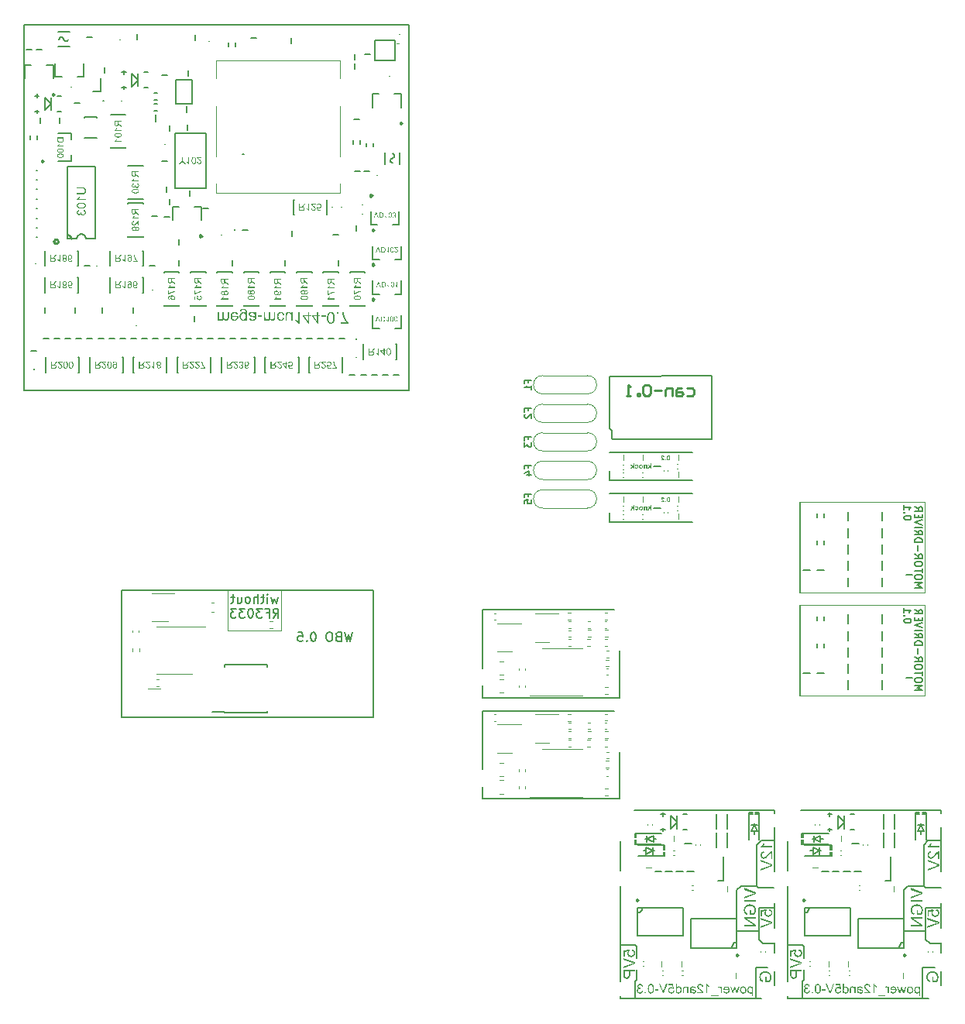
<source format=gbo>
G75*
G70*
%OFA0B0*%
%FSLAX25Y25*%
%IPPOS*%
%LPD*%
%AMOC8*
5,1,8,0,0,1.08239X$1,22.5*
%
%ADD134C,0.01000*%
%ADD135C,0.00984*%
%ADD136C,0.00300*%
%ADD67C,0.00669*%
%ADD68C,0.00591*%
%ADD69C,0.00500*%
%ADD70C,0.00787*%
%ADD71C,0.00800*%
%ADD72C,0.00472*%
%ADD73C,0.00394*%
X0000000Y0000000D02*
%LPD*%
G01*
D69*
X0364495Y0259445D02*
X0364495Y0260445D01*
X0366067Y0260445D02*
X0363067Y0260445D01*
X0363067Y0260445D02*
X0363067Y0259016D01*
X0363352Y0258016D02*
X0363209Y0257873D01*
X0363209Y0257873D02*
X0363067Y0257588D01*
X0363067Y0257588D02*
X0363067Y0256873D01*
X0363067Y0256873D02*
X0363209Y0256588D01*
X0363209Y0256588D02*
X0363352Y0256445D01*
X0363352Y0256445D02*
X0363638Y0256302D01*
X0363638Y0256302D02*
X0363924Y0256302D01*
X0363924Y0256302D02*
X0364352Y0256445D01*
X0364352Y0256445D02*
X0366067Y0258159D01*
X0366067Y0258159D02*
X0366067Y0256302D01*
X0364495Y0247161D02*
X0364495Y0248161D01*
X0366067Y0248161D02*
X0363067Y0248161D01*
X0363067Y0248161D02*
X0363067Y0246733D01*
X0363067Y0245876D02*
X0363067Y0244019D01*
X0363067Y0244019D02*
X0364209Y0245019D01*
X0364209Y0245019D02*
X0364209Y0244590D01*
X0364209Y0244590D02*
X0364352Y0244304D01*
X0364352Y0244304D02*
X0364495Y0244161D01*
X0364495Y0244161D02*
X0364781Y0244019D01*
X0364781Y0244019D02*
X0365495Y0244019D01*
X0365495Y0244019D02*
X0365781Y0244161D01*
X0365781Y0244161D02*
X0365924Y0244304D01*
X0365924Y0244304D02*
X0366067Y0244590D01*
X0366067Y0244590D02*
X0366067Y0245447D01*
X0366067Y0245447D02*
X0365924Y0245733D01*
X0365924Y0245733D02*
X0365781Y0245876D01*
X0364495Y0234878D02*
X0364495Y0235878D01*
X0366067Y0235878D02*
X0363067Y0235878D01*
X0363067Y0235878D02*
X0363067Y0234449D01*
X0364067Y0232021D02*
X0366067Y0232021D01*
X0362924Y0232735D02*
X0365067Y0233449D01*
X0365067Y0233449D02*
X0365067Y0231592D01*
X0364495Y0222594D02*
X0364495Y0223594D01*
X0366067Y0223594D02*
X0363067Y0223594D01*
X0363067Y0223594D02*
X0363067Y0222166D01*
X0363067Y0219594D02*
X0363067Y0221023D01*
X0363067Y0221023D02*
X0364495Y0221166D01*
X0364495Y0221166D02*
X0364352Y0221023D01*
X0364352Y0221023D02*
X0364209Y0220737D01*
X0364209Y0220737D02*
X0364209Y0220023D01*
X0364209Y0220023D02*
X0364352Y0219737D01*
X0364352Y0219737D02*
X0364495Y0219594D01*
X0364495Y0219594D02*
X0364781Y0219452D01*
X0364781Y0219452D02*
X0365495Y0219452D01*
X0365495Y0219452D02*
X0365781Y0219594D01*
X0365781Y0219594D02*
X0365924Y0219737D01*
X0365924Y0219737D02*
X0366067Y0220023D01*
X0366067Y0220023D02*
X0366067Y0220737D01*
X0366067Y0220737D02*
X0365924Y0221023D01*
X0365924Y0221023D02*
X0365781Y0221166D01*
X0364495Y0271728D02*
X0364495Y0272728D01*
X0366067Y0272728D02*
X0363067Y0272728D01*
X0363067Y0272728D02*
X0363067Y0271300D01*
X0366067Y0268585D02*
X0366067Y0270300D01*
X0366067Y0269443D02*
X0363067Y0269443D01*
X0363067Y0269443D02*
X0363495Y0269728D01*
X0363495Y0269728D02*
X0363781Y0270014D01*
X0363781Y0270014D02*
X0363924Y0270300D01*
D70*
X0344980Y0130364D02*
X0344980Y0105167D01*
X0344980Y0092569D02*
X0344980Y0097687D01*
X0344980Y0092569D02*
X0404035Y0092569D01*
X0401673Y0130364D02*
X0344980Y0130364D01*
X0404035Y0092569D02*
X0404035Y0112648D01*
X0297933Y0182185D02*
X0189665Y0182185D01*
X0189665Y0127461D01*
X0297933Y0127461D01*
X0297933Y0182185D01*
D73*
X0535335Y0175886D02*
X0481398Y0175886D01*
X0481398Y0136909D01*
X0535335Y0136909D01*
X0535335Y0175886D01*
D72*
X0389902Y0262382D02*
X0370807Y0262382D01*
X0389902Y0254508D02*
X0370807Y0254508D01*
X0370807Y0254508D02*
G75*
G02*
X0370807Y0262382I0000000J0003937D01*
G01*
X0390098Y0262382D02*
G75*
G02*
X0390098Y0254508I0000000J-003937D01*
G01*
X0389902Y0250098D02*
X0370807Y0250098D01*
X0389902Y0242224D02*
X0370807Y0242224D01*
X0370807Y0242224D02*
G75*
G02*
X0370807Y0250098I0000000J0003937D01*
G01*
X0390098Y0250098D02*
G75*
G02*
X0390098Y0242224I0000000J-003937D01*
G01*
D70*
X0344980Y0173868D02*
X0344980Y0148671D01*
X0344980Y0136073D02*
X0344980Y0141191D01*
X0344980Y0136073D02*
X0404035Y0136073D01*
X0401673Y0173868D02*
X0344980Y0173868D01*
X0404035Y0136073D02*
X0404035Y0156152D01*
X0404331Y0061614D02*
X0404331Y0074213D01*
X0404331Y0013976D02*
X0404331Y0054921D01*
X0404331Y0006496D02*
X0404331Y0007677D01*
X0404331Y0006496D02*
X0464961Y0006496D01*
X0410236Y0087598D02*
X0470472Y0087598D01*
X0470472Y0061220D02*
X0470472Y0080118D01*
X0470472Y0036811D02*
X0470472Y0047441D01*
X0470472Y0026181D02*
X0470472Y0030512D01*
X0470472Y0012205D02*
X0470472Y0018307D01*
X0470472Y0086417D02*
X0470472Y0087598D01*
X0399587Y0274355D02*
X0443583Y0274508D01*
X0399587Y0251923D02*
X0399587Y0274355D01*
X0399587Y0251923D02*
X0400669Y0250840D01*
X0400669Y0247592D02*
X0400669Y0250840D01*
X0400669Y0247592D02*
X0400891Y0247395D01*
X0400891Y0247395D02*
X0443583Y0247395D01*
X0443583Y0247371D02*
X0443583Y0274508D01*
X0399587Y0241713D02*
X0435413Y0241713D01*
X0399587Y0229508D02*
X0399587Y0233445D01*
X0399587Y0229508D02*
X0435413Y0229508D01*
X0399587Y0223799D02*
X0435413Y0223799D01*
X0399587Y0211594D02*
X0399587Y0215531D01*
X0399587Y0211594D02*
X0435413Y0211594D01*
D72*
X0389902Y0237815D02*
X0370807Y0237815D01*
X0389902Y0229941D02*
X0370807Y0229941D01*
X0370807Y0229941D02*
G75*
G02*
X0370807Y0237815I0000000J0003937D01*
G01*
X0390098Y0237815D02*
G75*
G02*
X0390098Y0229941I0000000J-003937D01*
G01*
D70*
X0147539Y0425492D02*
X0308169Y0425492D01*
X0147539Y0268405D02*
X0147539Y0425492D01*
X0147539Y0268405D02*
X0313287Y0268405D01*
X0308169Y0425492D02*
X0313287Y0425492D01*
X0313287Y0268405D02*
X0313287Y0425492D01*
D73*
X0535335Y0220177D02*
X0481398Y0220177D01*
X0481398Y0181201D01*
X0535335Y0181201D01*
X0535335Y0220177D01*
D72*
X0389902Y0225531D02*
X0370807Y0225531D01*
X0389902Y0217657D02*
X0370807Y0217657D01*
X0370807Y0217657D02*
G75*
G02*
X0370807Y0225531I0000000J0003937D01*
G01*
X0390098Y0225531D02*
G75*
G02*
X0390098Y0217657I0000000J-003937D01*
G01*
X0389902Y0274665D02*
X0370807Y0274665D01*
X0389902Y0266791D02*
X0370807Y0266791D01*
X0370807Y0266791D02*
G75*
G02*
X0370807Y0274665I0000000J0003937D01*
G01*
X0390098Y0274665D02*
G75*
G02*
X0390098Y0266791I0000000J-003937D01*
G01*
D70*
X0476181Y0061614D02*
X0476181Y0074213D01*
X0476181Y0013976D02*
X0476181Y0054921D01*
X0476181Y0006496D02*
X0476181Y0007677D01*
X0476181Y0006496D02*
X0536811Y0006496D01*
X0482087Y0087598D02*
X0542323Y0087598D01*
X0542323Y0061220D02*
X0542323Y0080118D01*
X0542323Y0036811D02*
X0542323Y0047441D01*
X0542323Y0026181D02*
X0542323Y0030512D01*
X0542323Y0012205D02*
X0542323Y0018307D01*
X0542323Y0086417D02*
X0542323Y0087598D01*
X0147146Y0268012D02*
G01*
G75*
G36*
X0242115Y0303434D02*
X0242295Y0303412D01*
X0242377Y0303396D01*
X0242448Y0303380D01*
X0242519Y0303363D01*
X0242585Y0303341D01*
X0242645Y0303319D01*
X0242694Y0303303D01*
X0242737Y0303287D01*
X0242776Y0303270D01*
X0242803Y0303254D01*
X0242825Y0303248D01*
X0242836Y0303238D01*
X0242841Y0303238D01*
X0242972Y0303156D01*
X0243087Y0303063D01*
X0243180Y0302970D01*
X0243256Y0302877D01*
X0243316Y0302801D01*
X0243360Y0302735D01*
X0243376Y0302708D01*
X0243387Y0302692D01*
X0243393Y0302681D01*
X0243393Y0302675D01*
X0243426Y0302604D01*
X0243453Y0302522D01*
X0243475Y0302430D01*
X0243497Y0302337D01*
X0243524Y0302135D01*
X0243546Y0301938D01*
X0243551Y0301845D01*
X0243557Y0301758D01*
X0243562Y0301676D01*
X0243567Y0301605D01*
X0243567Y0301550D01*
X0243567Y0301507D01*
X0243567Y0301480D01*
X0243567Y0301469D01*
X0243567Y0298313D01*
X0243000Y0298313D01*
X0243000Y0298760D01*
X0242918Y0298668D01*
X0242836Y0298586D01*
X0242743Y0298515D01*
X0242656Y0298455D01*
X0242563Y0298400D01*
X0242475Y0298362D01*
X0242388Y0298324D01*
X0242306Y0298296D01*
X0242230Y0298274D01*
X0242159Y0298258D01*
X0242093Y0298247D01*
X0242039Y0298236D01*
X0241995Y0298236D01*
X0241957Y0298231D01*
X0241842Y0298231D01*
X0241755Y0298242D01*
X0241596Y0298269D01*
X0241454Y0298307D01*
X0241389Y0298329D01*
X0241329Y0298351D01*
X0241274Y0298378D01*
X0241231Y0298400D01*
X0241187Y0298422D01*
X0241154Y0298438D01*
X0241127Y0298455D01*
X0241105Y0298466D01*
X0241094Y0298471D01*
X0241089Y0298476D01*
X0240963Y0298575D01*
X0240848Y0298684D01*
X0240755Y0298799D01*
X0240679Y0298908D01*
X0240619Y0299006D01*
X0240592Y0299050D01*
X0240575Y0299088D01*
X0240559Y0299115D01*
X0240548Y0299137D01*
X0240537Y0299153D01*
X0240537Y0299159D01*
X0240477Y0299328D01*
X0240428Y0299498D01*
X0240395Y0299656D01*
X0240373Y0299803D01*
X0240368Y0299874D01*
X0240362Y0299934D01*
X0240357Y0299983D01*
X0240357Y0300033D01*
X0240351Y0300071D01*
X0240351Y0300098D01*
X0240351Y0300114D01*
X0240351Y0300120D01*
X0240357Y0300262D01*
X0240368Y0300393D01*
X0240390Y0300524D01*
X0240417Y0300644D01*
X0240444Y0300759D01*
X0240482Y0300868D01*
X0240521Y0300966D01*
X0240559Y0301059D01*
X0240597Y0301141D01*
X0240630Y0301212D01*
X0240668Y0301277D01*
X0240696Y0301327D01*
X0240723Y0301370D01*
X0240745Y0301398D01*
X0240755Y0301419D01*
X0240761Y0301425D01*
X0240843Y0301518D01*
X0240930Y0301605D01*
X0241023Y0301676D01*
X0241121Y0301736D01*
X0241214Y0301791D01*
X0241312Y0301834D01*
X0241411Y0301867D01*
X0241504Y0301900D01*
X0241591Y0301922D01*
X0241667Y0301938D01*
X0241744Y0301949D01*
X0241804Y0301954D01*
X0241859Y0301960D01*
X0241897Y0301965D01*
X0241929Y0301965D01*
X0242039Y0301960D01*
X0242148Y0301943D01*
X0242246Y0301922D01*
X0242339Y0301889D01*
X0242432Y0301856D01*
X0242514Y0301813D01*
X0242590Y0301774D01*
X0242661Y0301725D01*
X0242721Y0301681D01*
X0242781Y0301638D01*
X0242825Y0301600D01*
X0242869Y0301567D01*
X0242896Y0301534D01*
X0242923Y0301512D01*
X0242934Y0301496D01*
X0242939Y0301490D01*
X0242939Y0301600D01*
X0242939Y0301698D01*
X0242934Y0301785D01*
X0242934Y0301867D01*
X0242929Y0301938D01*
X0242929Y0302004D01*
X0242923Y0302058D01*
X0242918Y0302107D01*
X0242912Y0302151D01*
X0242912Y0302184D01*
X0242907Y0302217D01*
X0242901Y0302238D01*
X0242901Y0302255D01*
X0242896Y0302266D01*
X0242896Y0302277D01*
X0242858Y0302386D01*
X0242808Y0302484D01*
X0242754Y0302566D01*
X0242705Y0302632D01*
X0242650Y0302686D01*
X0242612Y0302724D01*
X0242585Y0302752D01*
X0242579Y0302757D01*
X0242574Y0302757D01*
X0242481Y0302817D01*
X0242372Y0302855D01*
X0242263Y0302888D01*
X0242159Y0302910D01*
X0242061Y0302921D01*
X0242022Y0302926D01*
X0241984Y0302926D01*
X0241957Y0302932D01*
X0241913Y0302932D01*
X0241771Y0302926D01*
X0241645Y0302904D01*
X0241542Y0302877D01*
X0241449Y0302845D01*
X0241378Y0302812D01*
X0241329Y0302784D01*
X0241296Y0302763D01*
X0241285Y0302757D01*
X0241225Y0302702D01*
X0241181Y0302637D01*
X0241143Y0302571D01*
X0241116Y0302500D01*
X0241100Y0302440D01*
X0241089Y0302391D01*
X0241078Y0302359D01*
X0241078Y0302353D01*
X0241078Y0302348D01*
X0240477Y0302266D01*
X0240477Y0302375D01*
X0240488Y0302473D01*
X0240504Y0302566D01*
X0240532Y0302653D01*
X0240559Y0302730D01*
X0240592Y0302806D01*
X0240625Y0302872D01*
X0240663Y0302926D01*
X0240701Y0302981D01*
X0240734Y0303025D01*
X0240767Y0303063D01*
X0240799Y0303096D01*
X0240821Y0303117D01*
X0240843Y0303134D01*
X0240854Y0303145D01*
X0240859Y0303150D01*
X0240936Y0303199D01*
X0241023Y0303248D01*
X0241105Y0303287D01*
X0241198Y0303319D01*
X0241372Y0303374D01*
X0241542Y0303407D01*
X0241618Y0303418D01*
X0241689Y0303429D01*
X0241755Y0303434D01*
X0241809Y0303440D01*
X0241853Y0303445D01*
X0241918Y0303445D01*
X0242115Y0303434D01*
D02*
G37*
G36*
X0282945Y0301261D02*
X0282241Y0301261D01*
X0282241Y0301965D01*
X0282945Y0301965D01*
X0282945Y0301261D01*
D02*
G37*
G36*
X0238320Y0302042D02*
X0238435Y0302036D01*
X0238539Y0302020D01*
X0238637Y0301998D01*
X0238730Y0301976D01*
X0238812Y0301949D01*
X0238894Y0301922D01*
X0238965Y0301894D01*
X0239030Y0301867D01*
X0239085Y0301840D01*
X0239134Y0301813D01*
X0239178Y0301791D01*
X0239205Y0301769D01*
X0239232Y0301752D01*
X0239243Y0301747D01*
X0239249Y0301741D01*
X0239325Y0301681D01*
X0239390Y0301616D01*
X0239451Y0301545D01*
X0239511Y0301474D01*
X0239609Y0301327D01*
X0239685Y0301190D01*
X0239713Y0301124D01*
X0239740Y0301065D01*
X0239762Y0301010D01*
X0239778Y0300961D01*
X0239795Y0300922D01*
X0239805Y0300895D01*
X0239811Y0300873D01*
X0239811Y0300868D01*
X0239167Y0300786D01*
X0239112Y0300922D01*
X0239047Y0301043D01*
X0238981Y0301146D01*
X0238921Y0301223D01*
X0238866Y0301288D01*
X0238823Y0301332D01*
X0238795Y0301354D01*
X0238790Y0301365D01*
X0238784Y0301365D01*
X0238692Y0301425D01*
X0238593Y0301463D01*
X0238495Y0301496D01*
X0238408Y0301518D01*
X0238326Y0301529D01*
X0238260Y0301534D01*
X0238238Y0301539D01*
X0238206Y0301539D01*
X0238124Y0301534D01*
X0238042Y0301523D01*
X0237966Y0301512D01*
X0237895Y0301490D01*
X0237764Y0301441D01*
X0237654Y0301381D01*
X0237605Y0301354D01*
X0237561Y0301321D01*
X0237529Y0301294D01*
X0237496Y0301272D01*
X0237474Y0301250D01*
X0237458Y0301234D01*
X0237447Y0301228D01*
X0237441Y0301223D01*
X0237387Y0301157D01*
X0237338Y0301092D01*
X0237299Y0301015D01*
X0237261Y0300944D01*
X0237201Y0300786D01*
X0237157Y0300639D01*
X0237141Y0300568D01*
X0237130Y0300502D01*
X0237119Y0300448D01*
X0237114Y0300393D01*
X0237108Y0300355D01*
X0237103Y0300322D01*
X0237103Y0300300D01*
X0237103Y0300295D01*
X0239827Y0300295D01*
X0239833Y0300224D01*
X0239833Y0300169D01*
X0239833Y0300142D01*
X0239833Y0300131D01*
X0239827Y0299967D01*
X0239811Y0299814D01*
X0239789Y0299667D01*
X0239762Y0299530D01*
X0239724Y0299405D01*
X0239685Y0299290D01*
X0239642Y0299186D01*
X0239603Y0299093D01*
X0239560Y0299011D01*
X0239516Y0298935D01*
X0239478Y0298875D01*
X0239440Y0298826D01*
X0239412Y0298782D01*
X0239390Y0298755D01*
X0239374Y0298739D01*
X0239369Y0298733D01*
X0239281Y0298646D01*
X0239183Y0298569D01*
X0239085Y0298498D01*
X0238986Y0298444D01*
X0238888Y0298394D01*
X0238784Y0298351D01*
X0238692Y0298318D01*
X0238599Y0298291D01*
X0238511Y0298274D01*
X0238430Y0298258D01*
X0238359Y0298247D01*
X0238293Y0298236D01*
X0238244Y0298236D01*
X0238206Y0298231D01*
X0238173Y0298231D01*
X0238037Y0298236D01*
X0237900Y0298253D01*
X0237780Y0298280D01*
X0237660Y0298313D01*
X0237550Y0298351D01*
X0237447Y0298394D01*
X0237354Y0298438D01*
X0237272Y0298487D01*
X0237196Y0298537D01*
X0237130Y0298580D01*
X0237070Y0298624D01*
X0237026Y0298662D01*
X0236988Y0298695D01*
X0236961Y0298722D01*
X0236944Y0298739D01*
X0236939Y0298744D01*
X0236857Y0298842D01*
X0236786Y0298951D01*
X0236721Y0299066D01*
X0236666Y0299181D01*
X0236622Y0299301D01*
X0236584Y0299421D01*
X0236551Y0299536D01*
X0236530Y0299650D01*
X0236508Y0299754D01*
X0236497Y0299858D01*
X0236486Y0299945D01*
X0236475Y0300022D01*
X0236475Y0300087D01*
X0236469Y0300136D01*
X0236469Y0300164D01*
X0236469Y0300174D01*
X0236475Y0300338D01*
X0236491Y0300491D01*
X0236513Y0300633D01*
X0236540Y0300764D01*
X0236579Y0300890D01*
X0236617Y0301004D01*
X0236660Y0301108D01*
X0236704Y0301201D01*
X0236742Y0301283D01*
X0236786Y0301354D01*
X0236824Y0301414D01*
X0236863Y0301463D01*
X0236890Y0301507D01*
X0236912Y0301534D01*
X0236928Y0301550D01*
X0236934Y0301556D01*
X0237026Y0301643D01*
X0237125Y0301720D01*
X0237223Y0301785D01*
X0237332Y0301840D01*
X0237436Y0301889D01*
X0237545Y0301927D01*
X0237649Y0301960D01*
X0237747Y0301987D01*
X0237840Y0302004D01*
X0237927Y0302020D01*
X0238004Y0302031D01*
X0238075Y0302042D01*
X0238129Y0302042D01*
X0238173Y0302047D01*
X0238206Y0302047D01*
X0238320Y0302042D01*
D02*
G37*
G36*
X0258211Y0302042D02*
X0258315Y0302031D01*
X0258413Y0302015D01*
X0258511Y0301993D01*
X0258599Y0301965D01*
X0258681Y0301933D01*
X0258757Y0301905D01*
X0258828Y0301867D01*
X0258888Y0301834D01*
X0258948Y0301807D01*
X0258992Y0301774D01*
X0259036Y0301747D01*
X0259063Y0301725D01*
X0259090Y0301709D01*
X0259101Y0301698D01*
X0259107Y0301692D01*
X0259178Y0301621D01*
X0259249Y0301550D01*
X0259309Y0301469D01*
X0259358Y0301387D01*
X0259407Y0301305D01*
X0259451Y0301223D01*
X0259516Y0301070D01*
X0259543Y0300994D01*
X0259565Y0300928D01*
X0259582Y0300868D01*
X0259598Y0300813D01*
X0259609Y0300770D01*
X0259614Y0300737D01*
X0259620Y0300715D01*
X0259620Y0300710D01*
X0259014Y0300628D01*
X0258997Y0300715D01*
X0258981Y0300791D01*
X0258959Y0300868D01*
X0258937Y0300933D01*
X0258910Y0300999D01*
X0258888Y0301054D01*
X0258861Y0301103D01*
X0258834Y0301152D01*
X0258806Y0301190D01*
X0258784Y0301223D01*
X0258741Y0301277D01*
X0258713Y0301310D01*
X0258708Y0301316D01*
X0258703Y0301321D01*
X0258604Y0301392D01*
X0258506Y0301447D01*
X0258402Y0301485D01*
X0258309Y0301512D01*
X0258222Y0301529D01*
X0258189Y0301534D01*
X0258157Y0301534D01*
X0258129Y0301539D01*
X0258097Y0301539D01*
X0258015Y0301534D01*
X0257933Y0301523D01*
X0257862Y0301507D01*
X0257791Y0301485D01*
X0257665Y0301436D01*
X0257556Y0301370D01*
X0257512Y0301343D01*
X0257474Y0301310D01*
X0257441Y0301283D01*
X0257409Y0301256D01*
X0257387Y0301239D01*
X0257370Y0301223D01*
X0257365Y0301212D01*
X0257359Y0301207D01*
X0257310Y0301141D01*
X0257267Y0301065D01*
X0257228Y0300983D01*
X0257201Y0300901D01*
X0257147Y0300720D01*
X0257114Y0300546D01*
X0257103Y0300464D01*
X0257097Y0300387D01*
X0257092Y0300316D01*
X0257086Y0300256D01*
X0257081Y0300207D01*
X0257081Y0300169D01*
X0257081Y0300142D01*
X0257081Y0300136D01*
X0257086Y0300005D01*
X0257092Y0299880D01*
X0257108Y0299770D01*
X0257125Y0299667D01*
X0257147Y0299568D01*
X0257174Y0299481D01*
X0257201Y0299405D01*
X0257228Y0299334D01*
X0257250Y0299274D01*
X0257278Y0299219D01*
X0257305Y0299175D01*
X0257327Y0299143D01*
X0257343Y0299110D01*
X0257359Y0299093D01*
X0257365Y0299083D01*
X0257370Y0299077D01*
X0257425Y0299017D01*
X0257485Y0298968D01*
X0257551Y0298919D01*
X0257611Y0298881D01*
X0257676Y0298848D01*
X0257736Y0298820D01*
X0257856Y0298782D01*
X0257965Y0298755D01*
X0258009Y0298750D01*
X0258053Y0298744D01*
X0258086Y0298739D01*
X0258129Y0298739D01*
X0258238Y0298744D01*
X0258342Y0298766D01*
X0258430Y0298799D01*
X0258506Y0298831D01*
X0258566Y0298870D01*
X0258615Y0298897D01*
X0258642Y0298919D01*
X0258653Y0298930D01*
X0258730Y0299006D01*
X0258795Y0299093D01*
X0258844Y0299186D01*
X0258888Y0299274D01*
X0258921Y0299355D01*
X0258943Y0299421D01*
X0258948Y0299448D01*
X0258954Y0299465D01*
X0258959Y0299476D01*
X0258959Y0299481D01*
X0259560Y0299388D01*
X0259538Y0299290D01*
X0259505Y0299192D01*
X0259472Y0299104D01*
X0259440Y0299022D01*
X0259401Y0298946D01*
X0259358Y0298875D01*
X0259319Y0298815D01*
X0259276Y0298755D01*
X0259238Y0298706D01*
X0259199Y0298662D01*
X0259167Y0298624D01*
X0259134Y0298591D01*
X0259112Y0298569D01*
X0259090Y0298553D01*
X0259079Y0298542D01*
X0259074Y0298537D01*
X0259003Y0298482D01*
X0258926Y0298433D01*
X0258844Y0298394D01*
X0258763Y0298362D01*
X0258599Y0298307D01*
X0258446Y0298269D01*
X0258375Y0298258D01*
X0258309Y0298247D01*
X0258249Y0298242D01*
X0258200Y0298236D01*
X0258162Y0298231D01*
X0258102Y0298231D01*
X0257933Y0298242D01*
X0257769Y0298264D01*
X0257622Y0298302D01*
X0257556Y0298324D01*
X0257490Y0298340D01*
X0257436Y0298362D01*
X0257387Y0298384D01*
X0257343Y0298400D01*
X0257305Y0298422D01*
X0257272Y0298433D01*
X0257250Y0298444D01*
X0257239Y0298455D01*
X0257234Y0298455D01*
X0257092Y0298547D01*
X0256972Y0298651D01*
X0256868Y0298766D01*
X0256786Y0298870D01*
X0256721Y0298968D01*
X0256699Y0299011D01*
X0256677Y0299050D01*
X0256660Y0299077D01*
X0256650Y0299099D01*
X0256639Y0299115D01*
X0256639Y0299121D01*
X0256573Y0299290D01*
X0256529Y0299470D01*
X0256497Y0299645D01*
X0256469Y0299803D01*
X0256464Y0299880D01*
X0256458Y0299945D01*
X0256453Y0300005D01*
X0256453Y0300060D01*
X0256448Y0300098D01*
X0256448Y0300131D01*
X0256448Y0300153D01*
X0256448Y0300158D01*
X0256453Y0300322D01*
X0256469Y0300480D01*
X0256491Y0300628D01*
X0256519Y0300764D01*
X0256551Y0300890D01*
X0256589Y0301004D01*
X0256633Y0301108D01*
X0256677Y0301201D01*
X0256715Y0301283D01*
X0256759Y0301359D01*
X0256797Y0301419D01*
X0256830Y0301469D01*
X0256857Y0301512D01*
X0256879Y0301539D01*
X0256895Y0301556D01*
X0256901Y0301561D01*
X0256988Y0301649D01*
X0257081Y0301720D01*
X0257179Y0301785D01*
X0257278Y0301840D01*
X0257381Y0301889D01*
X0257480Y0301927D01*
X0257578Y0301960D01*
X0257671Y0301987D01*
X0257758Y0302009D01*
X0257840Y0302020D01*
X0257916Y0302031D01*
X0257976Y0302042D01*
X0258031Y0302042D01*
X0258069Y0302047D01*
X0258102Y0302047D01*
X0258211Y0302042D01*
D02*
G37*
G36*
X0277469Y0299831D02*
X0275563Y0299831D01*
X0275563Y0300453D01*
X0277469Y0300453D01*
X0277469Y0299831D01*
D02*
G37*
G36*
X0250081Y0299831D02*
X0248176Y0299831D01*
X0248176Y0300453D01*
X0250081Y0300453D01*
X0250081Y0299831D01*
D02*
G37*
G36*
X0255710Y0299459D02*
X0255705Y0299345D01*
X0255700Y0299241D01*
X0255683Y0299143D01*
X0255667Y0299050D01*
X0255645Y0298968D01*
X0255618Y0298891D01*
X0255590Y0298826D01*
X0255563Y0298766D01*
X0255536Y0298711D01*
X0255508Y0298662D01*
X0255487Y0298624D01*
X0255459Y0298591D01*
X0255443Y0298569D01*
X0255427Y0298553D01*
X0255421Y0298542D01*
X0255416Y0298537D01*
X0255361Y0298482D01*
X0255296Y0298433D01*
X0255230Y0298394D01*
X0255165Y0298362D01*
X0255023Y0298307D01*
X0254892Y0298269D01*
X0254826Y0298258D01*
X0254766Y0298247D01*
X0254717Y0298242D01*
X0254668Y0298236D01*
X0254635Y0298231D01*
X0254580Y0298231D01*
X0254455Y0298236D01*
X0254335Y0298258D01*
X0254220Y0298291D01*
X0254111Y0298329D01*
X0254012Y0298378D01*
X0253920Y0298433D01*
X0253832Y0298493D01*
X0253756Y0298547D01*
X0253685Y0298607D01*
X0253625Y0298668D01*
X0253570Y0298722D01*
X0253532Y0298771D01*
X0253494Y0298809D01*
X0253472Y0298842D01*
X0253455Y0298864D01*
X0253450Y0298870D01*
X0253401Y0298760D01*
X0253346Y0298668D01*
X0253286Y0298591D01*
X0253226Y0298520D01*
X0253166Y0298471D01*
X0253122Y0298433D01*
X0253090Y0298405D01*
X0253084Y0298400D01*
X0253079Y0298400D01*
X0252975Y0298345D01*
X0252866Y0298302D01*
X0252757Y0298274D01*
X0252653Y0298253D01*
X0252560Y0298242D01*
X0252522Y0298236D01*
X0252484Y0298231D01*
X0252418Y0298231D01*
X0252287Y0298236D01*
X0252162Y0298258D01*
X0252052Y0298280D01*
X0251954Y0298313D01*
X0251878Y0298340D01*
X0251845Y0298356D01*
X0251818Y0298367D01*
X0251796Y0298378D01*
X0251779Y0298389D01*
X0251774Y0298394D01*
X0251768Y0298394D01*
X0251665Y0298460D01*
X0251577Y0298531D01*
X0251501Y0298602D01*
X0251435Y0298673D01*
X0251381Y0298733D01*
X0251343Y0298782D01*
X0251321Y0298815D01*
X0251310Y0298820D01*
X0251310Y0298313D01*
X0250758Y0298313D01*
X0250758Y0301965D01*
X0251375Y0301965D01*
X0251375Y0300071D01*
X0251375Y0299978D01*
X0251381Y0299896D01*
X0251386Y0299814D01*
X0251392Y0299743D01*
X0251397Y0299672D01*
X0251408Y0299612D01*
X0251414Y0299557D01*
X0251424Y0299503D01*
X0251435Y0299459D01*
X0251441Y0299421D01*
X0251452Y0299388D01*
X0251457Y0299361D01*
X0251463Y0299339D01*
X0251468Y0299323D01*
X0251473Y0299317D01*
X0251473Y0299312D01*
X0251517Y0299219D01*
X0251566Y0299137D01*
X0251621Y0299066D01*
X0251676Y0299011D01*
X0251719Y0298962D01*
X0251757Y0298935D01*
X0251785Y0298913D01*
X0251796Y0298908D01*
X0251883Y0298859D01*
X0251965Y0298826D01*
X0252047Y0298799D01*
X0252123Y0298782D01*
X0252189Y0298771D01*
X0252238Y0298766D01*
X0252282Y0298766D01*
X0252402Y0298777D01*
X0252505Y0298799D01*
X0252587Y0298831D01*
X0252658Y0298870D01*
X0252707Y0298908D01*
X0252746Y0298941D01*
X0252768Y0298962D01*
X0252773Y0298973D01*
X0252822Y0299061D01*
X0252860Y0299159D01*
X0252888Y0299263D01*
X0252909Y0299361D01*
X0252920Y0299454D01*
X0252920Y0299492D01*
X0252926Y0299525D01*
X0252926Y0299557D01*
X0252926Y0299579D01*
X0252926Y0299590D01*
X0252926Y0299596D01*
X0252926Y0301965D01*
X0253543Y0301965D01*
X0253543Y0299847D01*
X0253548Y0299743D01*
X0253554Y0299650D01*
X0253565Y0299557D01*
X0253581Y0299476D01*
X0253603Y0299405D01*
X0253625Y0299334D01*
X0253647Y0299274D01*
X0253674Y0299219D01*
X0253696Y0299175D01*
X0253718Y0299132D01*
X0253739Y0299099D01*
X0253761Y0299072D01*
X0253778Y0299050D01*
X0253789Y0299033D01*
X0253799Y0299028D01*
X0253799Y0299022D01*
X0253849Y0298979D01*
X0253903Y0298935D01*
X0254007Y0298875D01*
X0254116Y0298826D01*
X0254220Y0298799D01*
X0254307Y0298777D01*
X0254346Y0298771D01*
X0254378Y0298771D01*
X0254406Y0298766D01*
X0254444Y0298766D01*
X0254520Y0298771D01*
X0254591Y0298782D01*
X0254657Y0298799D01*
X0254711Y0298815D01*
X0254755Y0298837D01*
X0254788Y0298853D01*
X0254810Y0298864D01*
X0254815Y0298870D01*
X0254870Y0298908D01*
X0254919Y0298951D01*
X0254952Y0298995D01*
X0254984Y0299039D01*
X0255006Y0299077D01*
X0255023Y0299104D01*
X0255033Y0299126D01*
X0255033Y0299132D01*
X0255055Y0299203D01*
X0255066Y0299285D01*
X0255077Y0299372D01*
X0255088Y0299459D01*
X0255088Y0299541D01*
X0255094Y0299607D01*
X0255094Y0299629D01*
X0255094Y0299650D01*
X0255094Y0299661D01*
X0255094Y0299667D01*
X0255094Y0301965D01*
X0255710Y0301965D01*
X0255710Y0299459D01*
D02*
G37*
G36*
X0235760Y0299459D02*
X0235754Y0299345D01*
X0235749Y0299241D01*
X0235732Y0299143D01*
X0235716Y0299050D01*
X0235694Y0298968D01*
X0235667Y0298891D01*
X0235640Y0298826D01*
X0235612Y0298766D01*
X0235585Y0298711D01*
X0235558Y0298662D01*
X0235536Y0298624D01*
X0235508Y0298591D01*
X0235492Y0298569D01*
X0235476Y0298553D01*
X0235470Y0298542D01*
X0235465Y0298537D01*
X0235410Y0298482D01*
X0235345Y0298433D01*
X0235279Y0298394D01*
X0235214Y0298362D01*
X0235072Y0298307D01*
X0234941Y0298269D01*
X0234875Y0298258D01*
X0234815Y0298247D01*
X0234766Y0298242D01*
X0234717Y0298236D01*
X0234684Y0298231D01*
X0234629Y0298231D01*
X0234504Y0298236D01*
X0234384Y0298258D01*
X0234269Y0298291D01*
X0234160Y0298329D01*
X0234062Y0298378D01*
X0233969Y0298433D01*
X0233881Y0298493D01*
X0233805Y0298547D01*
X0233734Y0298607D01*
X0233674Y0298668D01*
X0233619Y0298722D01*
X0233581Y0298771D01*
X0233543Y0298809D01*
X0233521Y0298842D01*
X0233505Y0298864D01*
X0233499Y0298870D01*
X0233450Y0298760D01*
X0233396Y0298668D01*
X0233335Y0298591D01*
X0233275Y0298520D01*
X0233215Y0298471D01*
X0233172Y0298433D01*
X0233139Y0298405D01*
X0233133Y0298400D01*
X0233128Y0298400D01*
X0233024Y0298345D01*
X0232915Y0298302D01*
X0232806Y0298274D01*
X0232702Y0298253D01*
X0232609Y0298242D01*
X0232571Y0298236D01*
X0232533Y0298231D01*
X0232467Y0298231D01*
X0232336Y0298236D01*
X0232211Y0298258D01*
X0232101Y0298280D01*
X0232003Y0298313D01*
X0231927Y0298340D01*
X0231894Y0298356D01*
X0231867Y0298367D01*
X0231845Y0298378D01*
X0231828Y0298389D01*
X0231823Y0298394D01*
X0231817Y0298394D01*
X0231714Y0298460D01*
X0231626Y0298531D01*
X0231550Y0298602D01*
X0231484Y0298673D01*
X0231430Y0298733D01*
X0231392Y0298782D01*
X0231370Y0298815D01*
X0231359Y0298820D01*
X0231359Y0298313D01*
X0230807Y0298313D01*
X0230807Y0301965D01*
X0231424Y0301965D01*
X0231424Y0300071D01*
X0231424Y0299978D01*
X0231430Y0299896D01*
X0231435Y0299814D01*
X0231441Y0299743D01*
X0231446Y0299672D01*
X0231457Y0299612D01*
X0231463Y0299557D01*
X0231474Y0299503D01*
X0231484Y0299459D01*
X0231490Y0299421D01*
X0231501Y0299388D01*
X0231506Y0299361D01*
X0231512Y0299339D01*
X0231517Y0299323D01*
X0231523Y0299317D01*
X0231523Y0299312D01*
X0231566Y0299219D01*
X0231615Y0299137D01*
X0231670Y0299066D01*
X0231725Y0299011D01*
X0231768Y0298962D01*
X0231807Y0298935D01*
X0231834Y0298913D01*
X0231845Y0298908D01*
X0231932Y0298859D01*
X0232014Y0298826D01*
X0232096Y0298799D01*
X0232172Y0298782D01*
X0232238Y0298771D01*
X0232287Y0298766D01*
X0232331Y0298766D01*
X0232451Y0298777D01*
X0232555Y0298799D01*
X0232637Y0298831D01*
X0232708Y0298870D01*
X0232757Y0298908D01*
X0232795Y0298941D01*
X0232817Y0298962D01*
X0232822Y0298973D01*
X0232871Y0299061D01*
X0232910Y0299159D01*
X0232937Y0299263D01*
X0232959Y0299361D01*
X0232970Y0299454D01*
X0232970Y0299492D01*
X0232975Y0299525D01*
X0232975Y0299557D01*
X0232975Y0299579D01*
X0232975Y0299590D01*
X0232975Y0299596D01*
X0232975Y0301965D01*
X0233592Y0301965D01*
X0233592Y0299847D01*
X0233598Y0299743D01*
X0233603Y0299650D01*
X0233614Y0299557D01*
X0233630Y0299476D01*
X0233652Y0299405D01*
X0233674Y0299334D01*
X0233696Y0299274D01*
X0233723Y0299219D01*
X0233745Y0299175D01*
X0233767Y0299132D01*
X0233789Y0299099D01*
X0233810Y0299072D01*
X0233827Y0299050D01*
X0233838Y0299033D01*
X0233849Y0299028D01*
X0233849Y0299022D01*
X0233898Y0298979D01*
X0233952Y0298935D01*
X0234056Y0298875D01*
X0234165Y0298826D01*
X0234269Y0298799D01*
X0234356Y0298777D01*
X0234395Y0298771D01*
X0234427Y0298771D01*
X0234455Y0298766D01*
X0234493Y0298766D01*
X0234569Y0298771D01*
X0234640Y0298782D01*
X0234706Y0298799D01*
X0234761Y0298815D01*
X0234804Y0298837D01*
X0234837Y0298853D01*
X0234859Y0298864D01*
X0234864Y0298870D01*
X0234919Y0298908D01*
X0234968Y0298951D01*
X0235001Y0298995D01*
X0235034Y0299039D01*
X0235055Y0299077D01*
X0235072Y0299104D01*
X0235083Y0299126D01*
X0235083Y0299132D01*
X0235104Y0299203D01*
X0235115Y0299285D01*
X0235126Y0299372D01*
X0235137Y0299459D01*
X0235137Y0299541D01*
X0235143Y0299607D01*
X0235143Y0299629D01*
X0235143Y0299650D01*
X0235143Y0299661D01*
X0235143Y0299667D01*
X0235143Y0301965D01*
X0235760Y0301965D01*
X0235760Y0299459D01*
D02*
G37*
G36*
X0245681Y0302042D02*
X0245806Y0302031D01*
X0245921Y0302009D01*
X0246024Y0301987D01*
X0246106Y0301965D01*
X0246145Y0301954D01*
X0246172Y0301943D01*
X0246194Y0301938D01*
X0246210Y0301933D01*
X0246221Y0301927D01*
X0246226Y0301927D01*
X0246347Y0301873D01*
X0246467Y0301813D01*
X0246576Y0301741D01*
X0246680Y0301671D01*
X0246767Y0301611D01*
X0246800Y0301578D01*
X0246832Y0301556D01*
X0246860Y0301534D01*
X0246876Y0301518D01*
X0246887Y0301512D01*
X0246893Y0301507D01*
X0246903Y0301605D01*
X0246920Y0301692D01*
X0246942Y0301769D01*
X0246964Y0301834D01*
X0246980Y0301889D01*
X0246996Y0301933D01*
X0247007Y0301954D01*
X0247013Y0301965D01*
X0247657Y0301965D01*
X0247619Y0301889D01*
X0247586Y0301807D01*
X0247559Y0301736D01*
X0247537Y0301671D01*
X0247520Y0301611D01*
X0247510Y0301567D01*
X0247504Y0301539D01*
X0247504Y0301529D01*
X0247499Y0301480D01*
X0247493Y0301414D01*
X0247488Y0301343D01*
X0247482Y0301261D01*
X0247477Y0301174D01*
X0247477Y0301081D01*
X0247471Y0300895D01*
X0247471Y0300808D01*
X0247466Y0300720D01*
X0247466Y0300644D01*
X0247466Y0300573D01*
X0247466Y0300518D01*
X0247466Y0300475D01*
X0247466Y0300448D01*
X0247466Y0300437D01*
X0247466Y0299612D01*
X0247466Y0299536D01*
X0247466Y0299470D01*
X0247460Y0299410D01*
X0247460Y0299350D01*
X0247455Y0299252D01*
X0247449Y0299175D01*
X0247444Y0299115D01*
X0247439Y0299077D01*
X0247433Y0299050D01*
X0247433Y0299044D01*
X0247411Y0298951D01*
X0247379Y0298870D01*
X0247346Y0298799D01*
X0247313Y0298739D01*
X0247286Y0298689D01*
X0247258Y0298651D01*
X0247242Y0298629D01*
X0247237Y0298624D01*
X0247177Y0298564D01*
X0247111Y0298509D01*
X0247040Y0298460D01*
X0246969Y0298422D01*
X0246903Y0298389D01*
X0246854Y0298367D01*
X0246832Y0298356D01*
X0246816Y0298351D01*
X0246811Y0298345D01*
X0246805Y0298345D01*
X0246691Y0298307D01*
X0246565Y0298280D01*
X0246439Y0298258D01*
X0246319Y0298247D01*
X0246215Y0298236D01*
X0246166Y0298236D01*
X0246128Y0298231D01*
X0246052Y0298231D01*
X0245883Y0298236D01*
X0245724Y0298253D01*
X0245582Y0298274D01*
X0245517Y0298285D01*
X0245462Y0298296D01*
X0245407Y0298307D01*
X0245358Y0298318D01*
X0245320Y0298329D01*
X0245287Y0298340D01*
X0245260Y0298351D01*
X0245238Y0298356D01*
X0245227Y0298362D01*
X0245222Y0298362D01*
X0245096Y0298416D01*
X0244987Y0298476D01*
X0244894Y0298537D01*
X0244818Y0298597D01*
X0244758Y0298651D01*
X0244714Y0298695D01*
X0244687Y0298722D01*
X0244676Y0298728D01*
X0244676Y0298733D01*
X0244610Y0298826D01*
X0244556Y0298930D01*
X0244512Y0299033D01*
X0244474Y0299132D01*
X0244446Y0299219D01*
X0244436Y0299257D01*
X0244425Y0299290D01*
X0244419Y0299317D01*
X0244414Y0299339D01*
X0244408Y0299350D01*
X0244408Y0299355D01*
X0245014Y0299437D01*
X0245036Y0299366D01*
X0245058Y0299301D01*
X0245102Y0299192D01*
X0245156Y0299093D01*
X0245205Y0299022D01*
X0245249Y0298968D01*
X0245287Y0298924D01*
X0245309Y0298902D01*
X0245320Y0298897D01*
X0245407Y0298848D01*
X0245511Y0298809D01*
X0245615Y0298782D01*
X0245719Y0298760D01*
X0245817Y0298750D01*
X0245855Y0298750D01*
X0245893Y0298744D01*
X0245964Y0298744D01*
X0246128Y0298755D01*
X0246270Y0298777D01*
X0246390Y0298809D01*
X0246489Y0298848D01*
X0246565Y0298891D01*
X0246592Y0298908D01*
X0246620Y0298924D01*
X0246641Y0298935D01*
X0246652Y0298946D01*
X0246663Y0298957D01*
X0246723Y0299022D01*
X0246767Y0299104D01*
X0246800Y0299192D01*
X0246822Y0299279D01*
X0246832Y0299361D01*
X0246843Y0299426D01*
X0246843Y0299448D01*
X0246843Y0299470D01*
X0246843Y0299481D01*
X0246843Y0299487D01*
X0246843Y0299503D01*
X0246843Y0299525D01*
X0246843Y0299579D01*
X0246838Y0299601D01*
X0246838Y0299623D01*
X0246838Y0299639D01*
X0246838Y0299645D01*
X0246767Y0299667D01*
X0246691Y0299689D01*
X0246603Y0299710D01*
X0246516Y0299732D01*
X0246336Y0299770D01*
X0246156Y0299803D01*
X0246068Y0299814D01*
X0245992Y0299825D01*
X0245921Y0299836D01*
X0245855Y0299847D01*
X0245806Y0299852D01*
X0245768Y0299858D01*
X0245746Y0299863D01*
X0245735Y0299863D01*
X0245604Y0299880D01*
X0245495Y0299896D01*
X0245397Y0299912D01*
X0245320Y0299923D01*
X0245260Y0299940D01*
X0245216Y0299945D01*
X0245195Y0299956D01*
X0245184Y0299956D01*
X0245096Y0299983D01*
X0245009Y0300016D01*
X0244932Y0300049D01*
X0244867Y0300082D01*
X0244812Y0300109D01*
X0244774Y0300136D01*
X0244747Y0300153D01*
X0244736Y0300158D01*
X0244665Y0300213D01*
X0244605Y0300267D01*
X0244550Y0300327D01*
X0244507Y0300382D01*
X0244468Y0300437D01*
X0244441Y0300475D01*
X0244425Y0300502D01*
X0244419Y0300513D01*
X0244381Y0300600D01*
X0244348Y0300682D01*
X0244326Y0300764D01*
X0244316Y0300841D01*
X0244304Y0300906D01*
X0244299Y0300961D01*
X0244299Y0300994D01*
X0244299Y0300999D01*
X0244299Y0301004D01*
X0244304Y0301086D01*
X0244316Y0301168D01*
X0244326Y0301245D01*
X0244348Y0301316D01*
X0244403Y0301447D01*
X0244463Y0301550D01*
X0244490Y0301600D01*
X0244518Y0301638D01*
X0244545Y0301676D01*
X0244572Y0301703D01*
X0244594Y0301725D01*
X0244605Y0301741D01*
X0244616Y0301752D01*
X0244621Y0301758D01*
X0244687Y0301807D01*
X0244752Y0301851D01*
X0244829Y0301894D01*
X0244900Y0301927D01*
X0245053Y0301976D01*
X0245205Y0302009D01*
X0245271Y0302026D01*
X0245336Y0302031D01*
X0245397Y0302036D01*
X0245446Y0302042D01*
X0245484Y0302047D01*
X0245544Y0302047D01*
X0245681Y0302042D01*
D02*
G37*
G36*
X0261514Y0302042D02*
X0261640Y0302020D01*
X0261755Y0301993D01*
X0261869Y0301949D01*
X0261973Y0301905D01*
X0262066Y0301851D01*
X0262153Y0301796D01*
X0262235Y0301736D01*
X0262306Y0301681D01*
X0262366Y0301627D01*
X0262421Y0301572D01*
X0262465Y0301529D01*
X0262497Y0301485D01*
X0262519Y0301458D01*
X0262536Y0301436D01*
X0262541Y0301430D01*
X0262541Y0301965D01*
X0263092Y0301965D01*
X0263092Y0298313D01*
X0262475Y0298313D01*
X0262475Y0300273D01*
X0262470Y0300437D01*
X0262459Y0300579D01*
X0262443Y0300699D01*
X0262426Y0300802D01*
X0262415Y0300846D01*
X0262404Y0300879D01*
X0262393Y0300912D01*
X0262388Y0300939D01*
X0262383Y0300955D01*
X0262377Y0300972D01*
X0262372Y0300977D01*
X0262372Y0300983D01*
X0262328Y0301070D01*
X0262273Y0301146D01*
X0262213Y0301212D01*
X0262159Y0301267D01*
X0262104Y0301310D01*
X0262061Y0301343D01*
X0262033Y0301365D01*
X0262028Y0301370D01*
X0262022Y0301370D01*
X0261929Y0301419D01*
X0261842Y0301452D01*
X0261755Y0301480D01*
X0261673Y0301496D01*
X0261602Y0301507D01*
X0261553Y0301512D01*
X0261503Y0301512D01*
X0261405Y0301507D01*
X0261312Y0301490D01*
X0261230Y0301469D01*
X0261165Y0301441D01*
X0261110Y0301419D01*
X0261067Y0301398D01*
X0261045Y0301381D01*
X0261034Y0301376D01*
X0260968Y0301321D01*
X0260914Y0301256D01*
X0260870Y0301196D01*
X0260837Y0301135D01*
X0260810Y0301081D01*
X0260794Y0301032D01*
X0260788Y0301004D01*
X0260783Y0300994D01*
X0260777Y0300961D01*
X0260772Y0300917D01*
X0260766Y0300819D01*
X0260756Y0300710D01*
X0260756Y0300600D01*
X0260750Y0300502D01*
X0260750Y0300458D01*
X0260750Y0300415D01*
X0260750Y0300382D01*
X0260750Y0300360D01*
X0260750Y0300344D01*
X0260750Y0300338D01*
X0260750Y0298313D01*
X0260133Y0298313D01*
X0260133Y0300579D01*
X0260133Y0300715D01*
X0260139Y0300835D01*
X0260144Y0300933D01*
X0260150Y0301015D01*
X0260155Y0301075D01*
X0260160Y0301124D01*
X0260166Y0301146D01*
X0260166Y0301157D01*
X0260193Y0301256D01*
X0260220Y0301343D01*
X0260253Y0301419D01*
X0260286Y0301485D01*
X0260313Y0301539D01*
X0260335Y0301583D01*
X0260352Y0301605D01*
X0260357Y0301616D01*
X0260412Y0301681D01*
X0260477Y0301741D01*
X0260548Y0301796D01*
X0260614Y0301840D01*
X0260679Y0301878D01*
X0260728Y0301905D01*
X0260761Y0301922D01*
X0260766Y0301927D01*
X0260772Y0301927D01*
X0260881Y0301965D01*
X0260985Y0301998D01*
X0261089Y0302020D01*
X0261181Y0302031D01*
X0261263Y0302042D01*
X0261323Y0302047D01*
X0261378Y0302047D01*
X0261514Y0302042D01*
D02*
G37*
G36*
X0266221Y0296909D02*
X0265822Y0296909D01*
X0265751Y0297035D01*
X0265670Y0297155D01*
X0265577Y0297270D01*
X0265484Y0297368D01*
X0265402Y0297461D01*
X0265364Y0297494D01*
X0265337Y0297526D01*
X0265309Y0297554D01*
X0265287Y0297570D01*
X0265276Y0297581D01*
X0265271Y0297586D01*
X0265123Y0297712D01*
X0264965Y0297821D01*
X0264812Y0297925D01*
X0264670Y0298012D01*
X0264610Y0298045D01*
X0264550Y0298078D01*
X0264496Y0298111D01*
X0264452Y0298133D01*
X0264414Y0298149D01*
X0264386Y0298165D01*
X0264370Y0298171D01*
X0264365Y0298176D01*
X0264365Y0298771D01*
X0264474Y0298728D01*
X0264588Y0298679D01*
X0264698Y0298624D01*
X0264796Y0298575D01*
X0264883Y0298526D01*
X0264921Y0298509D01*
X0264954Y0298487D01*
X0264982Y0298476D01*
X0264998Y0298466D01*
X0265009Y0298455D01*
X0265014Y0298455D01*
X0265145Y0298373D01*
X0265260Y0298296D01*
X0265364Y0298225D01*
X0265446Y0298160D01*
X0265517Y0298105D01*
X0265566Y0298067D01*
X0265593Y0298040D01*
X0265604Y0298029D01*
X0265604Y0301965D01*
X0266221Y0301965D01*
X0266221Y0296909D01*
D02*
G37*
G36*
X0285249Y0301692D02*
X0285265Y0301561D01*
X0285287Y0301436D01*
X0285304Y0301316D01*
X0285326Y0301201D01*
X0285342Y0301092D01*
X0285364Y0300994D01*
X0285380Y0300906D01*
X0285402Y0300824D01*
X0285418Y0300753D01*
X0285435Y0300693D01*
X0285446Y0300650D01*
X0285457Y0300611D01*
X0285462Y0300589D01*
X0285462Y0300584D01*
X0285566Y0300251D01*
X0285626Y0300087D01*
X0285686Y0299929D01*
X0285746Y0299781D01*
X0285806Y0299634D01*
X0285866Y0299498D01*
X0285921Y0299372D01*
X0285975Y0299257D01*
X0286024Y0299153D01*
X0286073Y0299061D01*
X0286112Y0298984D01*
X0286144Y0298919D01*
X0286166Y0298875D01*
X0286183Y0298848D01*
X0286188Y0298837D01*
X0286276Y0298684D01*
X0286368Y0298537D01*
X0286456Y0298394D01*
X0286538Y0298269D01*
X0286619Y0298149D01*
X0286701Y0298034D01*
X0286778Y0297931D01*
X0286849Y0297838D01*
X0286914Y0297756D01*
X0286969Y0297685D01*
X0287024Y0297625D01*
X0287067Y0297570D01*
X0287100Y0297532D01*
X0287127Y0297499D01*
X0287144Y0297483D01*
X0287149Y0297477D01*
X0287149Y0296991D01*
X0283889Y0296991D01*
X0283889Y0297586D01*
X0286357Y0297586D01*
X0286270Y0297690D01*
X0286183Y0297799D01*
X0286019Y0298023D01*
X0285866Y0298242D01*
X0285795Y0298351D01*
X0285730Y0298449D01*
X0285675Y0298547D01*
X0285620Y0298635D01*
X0285577Y0298711D01*
X0285533Y0298777D01*
X0285506Y0298831D01*
X0285484Y0298875D01*
X0285467Y0298897D01*
X0285462Y0298908D01*
X0285315Y0299203D01*
X0285189Y0299492D01*
X0285129Y0299629D01*
X0285080Y0299765D01*
X0285031Y0299896D01*
X0284987Y0300016D01*
X0284949Y0300125D01*
X0284916Y0300224D01*
X0284889Y0300316D01*
X0284867Y0300393D01*
X0284845Y0300453D01*
X0284834Y0300497D01*
X0284829Y0300524D01*
X0284823Y0300535D01*
X0284785Y0300688D01*
X0284747Y0300835D01*
X0284720Y0300977D01*
X0284692Y0301114D01*
X0284670Y0301239D01*
X0284654Y0301359D01*
X0284638Y0301463D01*
X0284627Y0301567D01*
X0284616Y0301654D01*
X0284610Y0301736D01*
X0284605Y0301802D01*
X0284599Y0301862D01*
X0284594Y0301905D01*
X0284594Y0301938D01*
X0284594Y0301960D01*
X0284594Y0301965D01*
X0285227Y0301965D01*
X0285249Y0301692D01*
D02*
G37*
G36*
X0274324Y0300759D02*
X0275006Y0300759D01*
X0275006Y0300191D01*
X0274324Y0300191D01*
X0274324Y0296926D01*
X0273816Y0296926D01*
X0271512Y0300191D01*
X0271512Y0300759D01*
X0273707Y0300759D01*
X0273707Y0301965D01*
X0274324Y0301965D01*
X0274324Y0300759D01*
D02*
G37*
G36*
X0270409Y0300759D02*
X0271091Y0300759D01*
X0271091Y0300191D01*
X0270409Y0300191D01*
X0270409Y0296926D01*
X0269901Y0296926D01*
X0267597Y0300191D01*
X0267597Y0300759D01*
X0269792Y0300759D01*
X0269792Y0301965D01*
X0270409Y0301965D01*
X0270409Y0300759D01*
D02*
G37*
G36*
X0279724Y0302042D02*
X0279816Y0302036D01*
X0279909Y0302020D01*
X0279997Y0302004D01*
X0280078Y0301976D01*
X0280149Y0301954D01*
X0280220Y0301927D01*
X0280280Y0301900D01*
X0280340Y0301873D01*
X0280390Y0301845D01*
X0280433Y0301818D01*
X0280466Y0301796D01*
X0280493Y0301780D01*
X0280515Y0301763D01*
X0280526Y0301758D01*
X0280532Y0301752D01*
X0280597Y0301692D01*
X0280663Y0301632D01*
X0280772Y0301496D01*
X0280865Y0301359D01*
X0280941Y0301223D01*
X0280974Y0301157D01*
X0281001Y0301097D01*
X0281023Y0301048D01*
X0281045Y0300999D01*
X0281061Y0300966D01*
X0281067Y0300933D01*
X0281078Y0300917D01*
X0281078Y0300912D01*
X0281110Y0300808D01*
X0281138Y0300693D01*
X0281187Y0300458D01*
X0281220Y0300218D01*
X0281230Y0300104D01*
X0281241Y0299989D01*
X0281247Y0299885D01*
X0281252Y0299787D01*
X0281258Y0299705D01*
X0281263Y0299629D01*
X0281263Y0299568D01*
X0281263Y0299519D01*
X0281263Y0299492D01*
X0281263Y0299481D01*
X0281263Y0299345D01*
X0281258Y0299213D01*
X0281252Y0299093D01*
X0281247Y0298979D01*
X0281236Y0298875D01*
X0281225Y0298777D01*
X0281214Y0298689D01*
X0281209Y0298607D01*
X0281198Y0298537D01*
X0281187Y0298476D01*
X0281176Y0298422D01*
X0281165Y0298378D01*
X0281159Y0298340D01*
X0281154Y0298318D01*
X0281149Y0298302D01*
X0281149Y0298296D01*
X0281105Y0298138D01*
X0281050Y0297990D01*
X0281001Y0297865D01*
X0280952Y0297756D01*
X0280925Y0297712D01*
X0280908Y0297668D01*
X0280886Y0297630D01*
X0280870Y0297603D01*
X0280854Y0297581D01*
X0280848Y0297565D01*
X0280837Y0297554D01*
X0280837Y0297548D01*
X0280761Y0297439D01*
X0280674Y0297341D01*
X0280592Y0297259D01*
X0280510Y0297193D01*
X0280439Y0297139D01*
X0280384Y0297106D01*
X0280362Y0297090D01*
X0280346Y0297079D01*
X0280335Y0297073D01*
X0280330Y0297073D01*
X0280209Y0297019D01*
X0280089Y0296980D01*
X0279969Y0296948D01*
X0279860Y0296931D01*
X0279762Y0296920D01*
X0279724Y0296915D01*
X0279685Y0296909D01*
X0279620Y0296909D01*
X0279522Y0296915D01*
X0279423Y0296920D01*
X0279330Y0296937D01*
X0279243Y0296953D01*
X0279167Y0296975D01*
X0279090Y0297002D01*
X0279019Y0297029D01*
X0278959Y0297057D01*
X0278899Y0297084D01*
X0278850Y0297112D01*
X0278806Y0297133D01*
X0278774Y0297161D01*
X0278746Y0297177D01*
X0278724Y0297193D01*
X0278714Y0297199D01*
X0278708Y0297204D01*
X0278643Y0297264D01*
X0278582Y0297324D01*
X0278473Y0297461D01*
X0278375Y0297597D01*
X0278298Y0297734D01*
X0278266Y0297799D01*
X0278238Y0297854D01*
X0278217Y0297909D01*
X0278195Y0297952D01*
X0278184Y0297990D01*
X0278173Y0298023D01*
X0278162Y0298040D01*
X0278162Y0298045D01*
X0278129Y0298149D01*
X0278102Y0298264D01*
X0278058Y0298498D01*
X0278025Y0298739D01*
X0278015Y0298853D01*
X0278004Y0298968D01*
X0277998Y0299072D01*
X0277993Y0299170D01*
X0277987Y0299257D01*
X0277987Y0299334D01*
X0277982Y0299394D01*
X0277982Y0299443D01*
X0277982Y0299470D01*
X0277982Y0299481D01*
X0277987Y0299738D01*
X0278004Y0299978D01*
X0278025Y0300196D01*
X0278058Y0300398D01*
X0278096Y0300584D01*
X0278140Y0300753D01*
X0278184Y0300901D01*
X0278233Y0301037D01*
X0278277Y0301152D01*
X0278320Y0301256D01*
X0278364Y0301337D01*
X0278402Y0301409D01*
X0278435Y0301463D01*
X0278457Y0301501D01*
X0278473Y0301523D01*
X0278479Y0301529D01*
X0278561Y0301621D01*
X0278648Y0301698D01*
X0278741Y0301769D01*
X0278834Y0301829D01*
X0278926Y0301878D01*
X0279025Y0301922D01*
X0279118Y0301954D01*
X0279205Y0301982D01*
X0279292Y0302004D01*
X0279369Y0302020D01*
X0279440Y0302031D01*
X0279500Y0302036D01*
X0279549Y0302042D01*
X0279587Y0302047D01*
X0279620Y0302047D01*
X0279724Y0302042D01*
D02*
G37*
G36*
X0306998Y0344831D02*
X0307054Y0344823D01*
X0307108Y0344814D01*
X0307160Y0344801D01*
X0307209Y0344787D01*
X0307253Y0344769D01*
X0307295Y0344750D01*
X0307332Y0344730D01*
X0307367Y0344713D01*
X0307396Y0344693D01*
X0307423Y0344676D01*
X0307443Y0344661D01*
X0307460Y0344649D01*
X0307472Y0344639D01*
X0307480Y0344632D01*
X0307482Y0344629D01*
X0307522Y0344590D01*
X0307553Y0344548D01*
X0307583Y0344506D01*
X0307608Y0344462D01*
X0307630Y0344420D01*
X0307647Y0344378D01*
X0307662Y0344339D01*
X0307674Y0344300D01*
X0307684Y0344263D01*
X0307689Y0344231D01*
X0307694Y0344201D01*
X0307699Y0344174D01*
X0307699Y0344154D01*
X0307701Y0344137D01*
X0307701Y0344127D01*
X0307701Y0344125D01*
X0307701Y0344085D01*
X0307696Y0344046D01*
X0307684Y0343975D01*
X0307664Y0343913D01*
X0307654Y0343886D01*
X0307645Y0343862D01*
X0307635Y0343837D01*
X0307625Y0343817D01*
X0307615Y0343800D01*
X0307605Y0343788D01*
X0307598Y0343775D01*
X0307593Y0343768D01*
X0307590Y0343763D01*
X0307588Y0343761D01*
X0307544Y0343709D01*
X0307492Y0343667D01*
X0307440Y0343635D01*
X0307391Y0343608D01*
X0307344Y0343589D01*
X0307325Y0343581D01*
X0307310Y0343576D01*
X0307295Y0343571D01*
X0307285Y0343569D01*
X0307278Y0343566D01*
X0307276Y0343566D01*
X0307330Y0343537D01*
X0307376Y0343507D01*
X0307418Y0343475D01*
X0307450Y0343443D01*
X0307477Y0343416D01*
X0307494Y0343394D01*
X0307507Y0343379D01*
X0307509Y0343377D01*
X0307509Y0343374D01*
X0307536Y0343328D01*
X0307556Y0343281D01*
X0307571Y0343237D01*
X0307581Y0343195D01*
X0307586Y0343160D01*
X0307590Y0343131D01*
X0307590Y0343121D01*
X0307590Y0343114D01*
X0307590Y0343109D01*
X0307590Y0343106D01*
X0307588Y0343050D01*
X0307578Y0342996D01*
X0307563Y0342947D01*
X0307549Y0342902D01*
X0307534Y0342865D01*
X0307526Y0342851D01*
X0307519Y0342838D01*
X0307514Y0342828D01*
X0307509Y0342819D01*
X0307507Y0342816D01*
X0307507Y0342814D01*
X0307472Y0342764D01*
X0307433Y0342723D01*
X0307394Y0342686D01*
X0307354Y0342654D01*
X0307320Y0342629D01*
X0307293Y0342612D01*
X0307280Y0342605D01*
X0307273Y0342600D01*
X0307268Y0342597D01*
X0307266Y0342597D01*
X0307207Y0342570D01*
X0307148Y0342550D01*
X0307089Y0342536D01*
X0307037Y0342526D01*
X0306990Y0342521D01*
X0306973Y0342518D01*
X0306956Y0342516D01*
X0306924Y0342516D01*
X0306875Y0342518D01*
X0306828Y0342523D01*
X0306784Y0342531D01*
X0306739Y0342541D01*
X0306700Y0342553D01*
X0306663Y0342565D01*
X0306629Y0342580D01*
X0306599Y0342592D01*
X0306569Y0342607D01*
X0306545Y0342622D01*
X0306525Y0342634D01*
X0306506Y0342646D01*
X0306493Y0342656D01*
X0306481Y0342664D01*
X0306476Y0342668D01*
X0306474Y0342671D01*
X0306442Y0342701D01*
X0306412Y0342735D01*
X0306385Y0342769D01*
X0306360Y0342804D01*
X0306338Y0342841D01*
X0306321Y0342875D01*
X0306289Y0342947D01*
X0306277Y0342979D01*
X0306267Y0343008D01*
X0306260Y0343035D01*
X0306252Y0343057D01*
X0306247Y0343077D01*
X0306245Y0343092D01*
X0306242Y0343102D01*
X0306242Y0343104D01*
X0306520Y0343153D01*
X0306535Y0343082D01*
X0306555Y0343020D01*
X0306577Y0342966D01*
X0306602Y0342924D01*
X0306621Y0342890D01*
X0306641Y0342868D01*
X0306653Y0342853D01*
X0306658Y0342848D01*
X0306702Y0342814D01*
X0306747Y0342789D01*
X0306793Y0342769D01*
X0306835Y0342757D01*
X0306875Y0342750D01*
X0306889Y0342747D01*
X0306904Y0342747D01*
X0306916Y0342745D01*
X0306931Y0342745D01*
X0306990Y0342750D01*
X0307042Y0342760D01*
X0307089Y0342777D01*
X0307128Y0342794D01*
X0307157Y0342814D01*
X0307180Y0342831D01*
X0307194Y0342841D01*
X0307199Y0342846D01*
X0307219Y0342865D01*
X0307234Y0342885D01*
X0307261Y0342929D01*
X0307280Y0342971D01*
X0307293Y0343010D01*
X0307300Y0343047D01*
X0307303Y0343074D01*
X0307305Y0343087D01*
X0307305Y0343094D01*
X0307305Y0343099D01*
X0307305Y0343102D01*
X0307303Y0343136D01*
X0307298Y0343168D01*
X0307293Y0343200D01*
X0307283Y0343227D01*
X0307258Y0343276D01*
X0307234Y0343316D01*
X0307207Y0343348D01*
X0307182Y0343370D01*
X0307172Y0343377D01*
X0307167Y0343382D01*
X0307162Y0343387D01*
X0307160Y0343387D01*
X0307106Y0343419D01*
X0307049Y0343441D01*
X0306995Y0343458D01*
X0306946Y0343468D01*
X0306904Y0343475D01*
X0306887Y0343478D01*
X0306870Y0343478D01*
X0306857Y0343480D01*
X0306825Y0343480D01*
X0306811Y0343478D01*
X0306798Y0343475D01*
X0306793Y0343475D01*
X0306764Y0343719D01*
X0306806Y0343709D01*
X0306845Y0343702D01*
X0306877Y0343697D01*
X0306907Y0343692D01*
X0306929Y0343692D01*
X0306946Y0343689D01*
X0306961Y0343689D01*
X0306995Y0343692D01*
X0307030Y0343694D01*
X0307091Y0343709D01*
X0307145Y0343729D01*
X0307192Y0343751D01*
X0307229Y0343775D01*
X0307244Y0343785D01*
X0307256Y0343795D01*
X0307266Y0343803D01*
X0307273Y0343810D01*
X0307276Y0343812D01*
X0307278Y0343815D01*
X0307300Y0343839D01*
X0307320Y0343864D01*
X0307337Y0343889D01*
X0307352Y0343916D01*
X0307374Y0343967D01*
X0307391Y0344019D01*
X0307399Y0344063D01*
X0307401Y0344081D01*
X0307403Y0344098D01*
X0307406Y0344110D01*
X0307406Y0344122D01*
X0307406Y0344127D01*
X0307406Y0344130D01*
X0307403Y0344167D01*
X0307401Y0344201D01*
X0307384Y0344268D01*
X0307364Y0344324D01*
X0307340Y0344373D01*
X0307325Y0344395D01*
X0307313Y0344413D01*
X0307303Y0344430D01*
X0307293Y0344442D01*
X0307283Y0344452D01*
X0307276Y0344459D01*
X0307273Y0344464D01*
X0307271Y0344467D01*
X0307244Y0344491D01*
X0307217Y0344511D01*
X0307190Y0344528D01*
X0307162Y0344546D01*
X0307106Y0344570D01*
X0307052Y0344585D01*
X0307007Y0344595D01*
X0306985Y0344597D01*
X0306971Y0344600D01*
X0306956Y0344602D01*
X0306936Y0344602D01*
X0306877Y0344597D01*
X0306821Y0344585D01*
X0306774Y0344570D01*
X0306732Y0344550D01*
X0306698Y0344531D01*
X0306673Y0344516D01*
X0306666Y0344509D01*
X0306658Y0344504D01*
X0306656Y0344499D01*
X0306653Y0344499D01*
X0306633Y0344477D01*
X0306614Y0344454D01*
X0306579Y0344403D01*
X0306552Y0344346D01*
X0306530Y0344290D01*
X0306513Y0344238D01*
X0306508Y0344216D01*
X0306503Y0344196D01*
X0306498Y0344179D01*
X0306496Y0344167D01*
X0306493Y0344159D01*
X0306493Y0344157D01*
X0306215Y0344194D01*
X0306223Y0344245D01*
X0306233Y0344295D01*
X0306247Y0344341D01*
X0306262Y0344386D01*
X0306279Y0344427D01*
X0306299Y0344464D01*
X0306319Y0344501D01*
X0306338Y0344531D01*
X0306358Y0344560D01*
X0306375Y0344585D01*
X0306392Y0344607D01*
X0306407Y0344624D01*
X0306422Y0344639D01*
X0306432Y0344649D01*
X0306437Y0344654D01*
X0306439Y0344656D01*
X0306476Y0344688D01*
X0306518Y0344715D01*
X0306557Y0344737D01*
X0306599Y0344760D01*
X0306641Y0344777D01*
X0306683Y0344789D01*
X0306722Y0344801D01*
X0306761Y0344811D01*
X0306798Y0344819D01*
X0306830Y0344823D01*
X0306860Y0344828D01*
X0306887Y0344831D01*
X0306907Y0344831D01*
X0306924Y0344833D01*
X0306936Y0344833D01*
X0306998Y0344831D01*
D02*
G37*
G36*
X0303736Y0342516D02*
X0303556Y0342516D01*
X0303524Y0342573D01*
X0303487Y0342627D01*
X0303445Y0342678D01*
X0303403Y0342723D01*
X0303367Y0342764D01*
X0303349Y0342779D01*
X0303337Y0342794D01*
X0303325Y0342806D01*
X0303315Y0342814D01*
X0303310Y0342819D01*
X0303308Y0342821D01*
X0303241Y0342878D01*
X0303170Y0342927D01*
X0303101Y0342974D01*
X0303037Y0343013D01*
X0303010Y0343028D01*
X0302983Y0343042D01*
X0302958Y0343057D01*
X0302939Y0343067D01*
X0302921Y0343074D01*
X0302909Y0343082D01*
X0302902Y0343084D01*
X0302899Y0343087D01*
X0302899Y0343355D01*
X0302948Y0343335D01*
X0303000Y0343313D01*
X0303049Y0343288D01*
X0303094Y0343266D01*
X0303133Y0343244D01*
X0303150Y0343237D01*
X0303165Y0343227D01*
X0303177Y0343222D01*
X0303185Y0343217D01*
X0303190Y0343212D01*
X0303192Y0343212D01*
X0303251Y0343175D01*
X0303303Y0343141D01*
X0303349Y0343109D01*
X0303386Y0343079D01*
X0303418Y0343055D01*
X0303440Y0343037D01*
X0303453Y0343025D01*
X0303458Y0343020D01*
X0303458Y0344794D01*
X0303736Y0344794D01*
X0303736Y0342516D01*
D02*
G37*
G36*
X0301401Y0344792D02*
X0301470Y0344789D01*
X0301531Y0344782D01*
X0301586Y0344774D01*
X0301608Y0344772D01*
X0301627Y0344769D01*
X0301647Y0344764D01*
X0301662Y0344762D01*
X0301674Y0344760D01*
X0301681Y0344760D01*
X0301686Y0344757D01*
X0301689Y0344757D01*
X0301745Y0344740D01*
X0301800Y0344723D01*
X0301846Y0344703D01*
X0301886Y0344686D01*
X0301918Y0344669D01*
X0301942Y0344656D01*
X0301957Y0344646D01*
X0301960Y0344644D01*
X0301962Y0344644D01*
X0302004Y0344612D01*
X0302043Y0344580D01*
X0302078Y0344546D01*
X0302107Y0344511D01*
X0302134Y0344481D01*
X0302151Y0344459D01*
X0302159Y0344449D01*
X0302164Y0344442D01*
X0302169Y0344440D01*
X0302169Y0344437D01*
X0302203Y0344386D01*
X0302233Y0344331D01*
X0302260Y0344275D01*
X0302282Y0344223D01*
X0302299Y0344177D01*
X0302306Y0344157D01*
X0302314Y0344140D01*
X0302316Y0344127D01*
X0302321Y0344117D01*
X0302324Y0344110D01*
X0302324Y0344108D01*
X0302343Y0344029D01*
X0302358Y0343950D01*
X0302370Y0343874D01*
X0302378Y0343803D01*
X0302380Y0343771D01*
X0302383Y0343741D01*
X0302383Y0343714D01*
X0302385Y0343692D01*
X0302385Y0343672D01*
X0302385Y0343660D01*
X0302385Y0343650D01*
X0302385Y0343648D01*
X0302380Y0343537D01*
X0302378Y0343485D01*
X0302370Y0343436D01*
X0302363Y0343389D01*
X0302356Y0343345D01*
X0302348Y0343303D01*
X0302341Y0343264D01*
X0302331Y0343229D01*
X0302324Y0343200D01*
X0302316Y0343173D01*
X0302309Y0343151D01*
X0302301Y0343133D01*
X0302299Y0343119D01*
X0302294Y0343111D01*
X0302294Y0343109D01*
X0302257Y0343025D01*
X0302215Y0342949D01*
X0302193Y0342914D01*
X0302171Y0342883D01*
X0302149Y0342853D01*
X0302127Y0342826D01*
X0302107Y0342801D01*
X0302087Y0342782D01*
X0302070Y0342762D01*
X0302055Y0342747D01*
X0302043Y0342735D01*
X0302033Y0342728D01*
X0302028Y0342723D01*
X0302026Y0342720D01*
X0301972Y0342678D01*
X0301915Y0342644D01*
X0301861Y0342617D01*
X0301809Y0342595D01*
X0301763Y0342578D01*
X0301743Y0342573D01*
X0301726Y0342568D01*
X0301714Y0342563D01*
X0301704Y0342560D01*
X0301696Y0342558D01*
X0301694Y0342558D01*
X0301667Y0342553D01*
X0301637Y0342545D01*
X0301571Y0342538D01*
X0301504Y0342531D01*
X0301438Y0342528D01*
X0301408Y0342526D01*
X0301379Y0342526D01*
X0301354Y0342523D01*
X0300508Y0342523D01*
X0300508Y0344794D01*
X0301327Y0344794D01*
X0301401Y0344792D01*
D02*
G37*
G36*
X0300238Y0342523D02*
X0299933Y0342523D01*
X0299320Y0344174D01*
X0299295Y0344243D01*
X0299271Y0344309D01*
X0299249Y0344373D01*
X0299231Y0344430D01*
X0299224Y0344454D01*
X0299217Y0344477D01*
X0299212Y0344496D01*
X0299207Y0344514D01*
X0299202Y0344526D01*
X0299199Y0344538D01*
X0299197Y0344543D01*
X0299197Y0344546D01*
X0299177Y0344479D01*
X0299158Y0344413D01*
X0299138Y0344351D01*
X0299121Y0344295D01*
X0299111Y0344268D01*
X0299103Y0344245D01*
X0299096Y0344226D01*
X0299091Y0344208D01*
X0299086Y0344194D01*
X0299081Y0344184D01*
X0299079Y0344177D01*
X0299079Y0344174D01*
X0298488Y0342523D01*
X0298161Y0342523D01*
X0299042Y0344794D01*
X0299352Y0344794D01*
X0300238Y0342523D01*
D02*
G37*
G36*
X0305236Y0344828D02*
X0305278Y0344826D01*
X0305320Y0344819D01*
X0305359Y0344811D01*
X0305396Y0344799D01*
X0305428Y0344789D01*
X0305460Y0344777D01*
X0305487Y0344764D01*
X0305514Y0344752D01*
X0305536Y0344740D01*
X0305556Y0344727D01*
X0305571Y0344718D01*
X0305583Y0344710D01*
X0305593Y0344703D01*
X0305598Y0344700D01*
X0305600Y0344698D01*
X0305630Y0344671D01*
X0305659Y0344644D01*
X0305709Y0344582D01*
X0305750Y0344521D01*
X0305785Y0344459D01*
X0305800Y0344430D01*
X0305812Y0344403D01*
X0305822Y0344381D01*
X0305832Y0344358D01*
X0305839Y0344344D01*
X0305841Y0344329D01*
X0305846Y0344322D01*
X0305846Y0344319D01*
X0305861Y0344272D01*
X0305873Y0344221D01*
X0305895Y0344115D01*
X0305910Y0344007D01*
X0305915Y0343955D01*
X0305920Y0343903D01*
X0305923Y0343857D01*
X0305925Y0343812D01*
X0305928Y0343775D01*
X0305930Y0343741D01*
X0305930Y0343714D01*
X0305930Y0343692D01*
X0305930Y0343680D01*
X0305930Y0343675D01*
X0305930Y0343613D01*
X0305928Y0343554D01*
X0305925Y0343500D01*
X0305923Y0343448D01*
X0305918Y0343402D01*
X0305913Y0343357D01*
X0305908Y0343318D01*
X0305905Y0343281D01*
X0305900Y0343249D01*
X0305895Y0343222D01*
X0305891Y0343197D01*
X0305886Y0343178D01*
X0305883Y0343160D01*
X0305881Y0343151D01*
X0305878Y0343143D01*
X0305878Y0343141D01*
X0305859Y0343070D01*
X0305834Y0343003D01*
X0305812Y0342947D01*
X0305790Y0342897D01*
X0305777Y0342878D01*
X0305770Y0342858D01*
X0305760Y0342841D01*
X0305753Y0342828D01*
X0305745Y0342819D01*
X0305743Y0342811D01*
X0305738Y0342806D01*
X0305738Y0342804D01*
X0305704Y0342755D01*
X0305664Y0342710D01*
X0305627Y0342673D01*
X0305590Y0342644D01*
X0305559Y0342619D01*
X0305534Y0342605D01*
X0305524Y0342597D01*
X0305517Y0342592D01*
X0305512Y0342590D01*
X0305509Y0342590D01*
X0305455Y0342565D01*
X0305401Y0342548D01*
X0305347Y0342533D01*
X0305298Y0342526D01*
X0305253Y0342521D01*
X0305236Y0342518D01*
X0305219Y0342516D01*
X0305190Y0342516D01*
X0305145Y0342518D01*
X0305101Y0342521D01*
X0305059Y0342528D01*
X0305020Y0342536D01*
X0304985Y0342545D01*
X0304951Y0342558D01*
X0304919Y0342570D01*
X0304892Y0342582D01*
X0304865Y0342595D01*
X0304843Y0342607D01*
X0304823Y0342617D01*
X0304808Y0342629D01*
X0304796Y0342637D01*
X0304786Y0342644D01*
X0304781Y0342646D01*
X0304779Y0342649D01*
X0304749Y0342676D01*
X0304722Y0342703D01*
X0304673Y0342764D01*
X0304629Y0342826D01*
X0304594Y0342887D01*
X0304579Y0342917D01*
X0304567Y0342942D01*
X0304557Y0342966D01*
X0304547Y0342986D01*
X0304542Y0343003D01*
X0304538Y0343018D01*
X0304533Y0343025D01*
X0304533Y0343028D01*
X0304518Y0343074D01*
X0304506Y0343126D01*
X0304486Y0343232D01*
X0304471Y0343340D01*
X0304466Y0343392D01*
X0304461Y0343443D01*
X0304459Y0343490D01*
X0304456Y0343534D01*
X0304454Y0343574D01*
X0304454Y0343608D01*
X0304452Y0343635D01*
X0304452Y0343657D01*
X0304452Y0343670D01*
X0304452Y0343675D01*
X0304454Y0343790D01*
X0304461Y0343898D01*
X0304471Y0343997D01*
X0304486Y0344088D01*
X0304503Y0344172D01*
X0304523Y0344248D01*
X0304542Y0344314D01*
X0304565Y0344376D01*
X0304584Y0344427D01*
X0304604Y0344474D01*
X0304624Y0344511D01*
X0304641Y0344543D01*
X0304656Y0344568D01*
X0304665Y0344585D01*
X0304673Y0344595D01*
X0304675Y0344597D01*
X0304712Y0344639D01*
X0304752Y0344673D01*
X0304793Y0344705D01*
X0304835Y0344732D01*
X0304877Y0344755D01*
X0304921Y0344774D01*
X0304963Y0344789D01*
X0305003Y0344801D01*
X0305042Y0344811D01*
X0305076Y0344819D01*
X0305108Y0344823D01*
X0305135Y0344826D01*
X0305157Y0344828D01*
X0305175Y0344831D01*
X0305190Y0344831D01*
X0305236Y0344828D01*
D02*
G37*
G36*
X0304536Y0327616D02*
X0304356Y0327616D01*
X0304324Y0327673D01*
X0304287Y0327727D01*
X0304245Y0327778D01*
X0304203Y0327823D01*
X0304167Y0327864D01*
X0304149Y0327879D01*
X0304137Y0327894D01*
X0304125Y0327906D01*
X0304115Y0327914D01*
X0304110Y0327919D01*
X0304108Y0327921D01*
X0304041Y0327978D01*
X0303970Y0328027D01*
X0303901Y0328074D01*
X0303837Y0328113D01*
X0303810Y0328128D01*
X0303783Y0328142D01*
X0303758Y0328157D01*
X0303739Y0328167D01*
X0303721Y0328174D01*
X0303709Y0328182D01*
X0303702Y0328184D01*
X0303699Y0328187D01*
X0303699Y0328455D01*
X0303748Y0328435D01*
X0303800Y0328413D01*
X0303849Y0328388D01*
X0303894Y0328366D01*
X0303933Y0328344D01*
X0303950Y0328337D01*
X0303965Y0328327D01*
X0303977Y0328322D01*
X0303985Y0328317D01*
X0303989Y0328312D01*
X0303992Y0328312D01*
X0304051Y0328275D01*
X0304103Y0328241D01*
X0304149Y0328209D01*
X0304186Y0328179D01*
X0304218Y0328155D01*
X0304240Y0328137D01*
X0304253Y0328125D01*
X0304258Y0328120D01*
X0304258Y0329894D01*
X0304536Y0329894D01*
X0304536Y0327616D01*
D02*
G37*
G36*
X0308479Y0329626D02*
X0307360Y0329626D01*
X0307399Y0329572D01*
X0307419Y0329547D01*
X0307438Y0329525D01*
X0307456Y0329505D01*
X0307468Y0329491D01*
X0307478Y0329481D01*
X0307480Y0329478D01*
X0307495Y0329463D01*
X0307515Y0329444D01*
X0307537Y0329424D01*
X0307561Y0329402D01*
X0307613Y0329353D01*
X0307667Y0329306D01*
X0307719Y0329262D01*
X0307741Y0329242D01*
X0307763Y0329225D01*
X0307778Y0329210D01*
X0307793Y0329200D01*
X0307800Y0329193D01*
X0307802Y0329190D01*
X0307857Y0329144D01*
X0307908Y0329099D01*
X0307955Y0329060D01*
X0307997Y0329021D01*
X0308036Y0328986D01*
X0308071Y0328952D01*
X0308103Y0328922D01*
X0308132Y0328895D01*
X0308157Y0328873D01*
X0308176Y0328851D01*
X0308194Y0328834D01*
X0308208Y0328819D01*
X0308218Y0328807D01*
X0308228Y0328799D01*
X0308230Y0328794D01*
X0308233Y0328792D01*
X0308280Y0328738D01*
X0308317Y0328688D01*
X0308349Y0328642D01*
X0308376Y0328600D01*
X0308395Y0328565D01*
X0308410Y0328539D01*
X0308415Y0328529D01*
X0308418Y0328521D01*
X0308420Y0328519D01*
X0308420Y0328516D01*
X0308440Y0328467D01*
X0308452Y0328418D01*
X0308462Y0328374D01*
X0308469Y0328332D01*
X0308474Y0328297D01*
X0308476Y0328270D01*
X0308476Y0328261D01*
X0308476Y0328253D01*
X0308476Y0328251D01*
X0308476Y0328248D01*
X0308474Y0328199D01*
X0308469Y0328152D01*
X0308459Y0328108D01*
X0308447Y0328064D01*
X0308432Y0328024D01*
X0308415Y0327987D01*
X0308398Y0327953D01*
X0308381Y0327924D01*
X0308363Y0327894D01*
X0308346Y0327869D01*
X0308329Y0327847D01*
X0308314Y0327830D01*
X0308302Y0327818D01*
X0308292Y0327805D01*
X0308287Y0327801D01*
X0308285Y0327798D01*
X0308248Y0327766D01*
X0308208Y0327739D01*
X0308167Y0327714D01*
X0308122Y0327692D01*
X0308080Y0327675D01*
X0308036Y0327660D01*
X0307994Y0327648D01*
X0307953Y0327638D01*
X0307916Y0327631D01*
X0307879Y0327626D01*
X0307847Y0327621D01*
X0307820Y0327618D01*
X0307798Y0327616D01*
X0307766Y0327616D01*
X0307707Y0327618D01*
X0307650Y0327623D01*
X0307598Y0327631D01*
X0307549Y0327643D01*
X0307502Y0327655D01*
X0307461Y0327670D01*
X0307421Y0327685D01*
X0307387Y0327700D01*
X0307355Y0327717D01*
X0307328Y0327732D01*
X0307303Y0327746D01*
X0307283Y0327759D01*
X0307269Y0327771D01*
X0307259Y0327778D01*
X0307252Y0327783D01*
X0307249Y0327786D01*
X0307215Y0327818D01*
X0307185Y0327855D01*
X0307158Y0327891D01*
X0307133Y0327933D01*
X0307114Y0327973D01*
X0307094Y0328012D01*
X0307079Y0328054D01*
X0307067Y0328091D01*
X0307055Y0328128D01*
X0307047Y0328162D01*
X0307040Y0328194D01*
X0307035Y0328221D01*
X0307033Y0328243D01*
X0307030Y0328258D01*
X0307028Y0328268D01*
X0307028Y0328273D01*
X0307313Y0328302D01*
X0307315Y0328263D01*
X0307318Y0328226D01*
X0307333Y0328162D01*
X0307352Y0328103D01*
X0307362Y0328078D01*
X0307375Y0328056D01*
X0307384Y0328037D01*
X0307397Y0328019D01*
X0307406Y0328005D01*
X0307414Y0327992D01*
X0307424Y0327982D01*
X0307429Y0327975D01*
X0307431Y0327973D01*
X0307433Y0327970D01*
X0307458Y0327948D01*
X0307483Y0327928D01*
X0307510Y0327914D01*
X0307537Y0327899D01*
X0307591Y0327877D01*
X0307643Y0327862D01*
X0307687Y0327855D01*
X0307707Y0327850D01*
X0307724Y0327850D01*
X0307738Y0327847D01*
X0307793Y0327847D01*
X0307827Y0327852D01*
X0307889Y0327864D01*
X0307940Y0327884D01*
X0307987Y0327904D01*
X0308021Y0327926D01*
X0308036Y0327936D01*
X0308049Y0327946D01*
X0308058Y0327953D01*
X0308066Y0327958D01*
X0308068Y0327960D01*
X0308071Y0327963D01*
X0308093Y0327985D01*
X0308110Y0328007D01*
X0308127Y0328029D01*
X0308140Y0328054D01*
X0308162Y0328101D01*
X0308176Y0328145D01*
X0308184Y0328182D01*
X0308189Y0328199D01*
X0308189Y0328214D01*
X0308191Y0328224D01*
X0308191Y0328233D01*
X0308191Y0328238D01*
X0308191Y0328241D01*
X0308189Y0328270D01*
X0308186Y0328300D01*
X0308172Y0328359D01*
X0308149Y0328416D01*
X0308125Y0328467D01*
X0308100Y0328511D01*
X0308090Y0328529D01*
X0308078Y0328546D01*
X0308071Y0328558D01*
X0308063Y0328568D01*
X0308061Y0328573D01*
X0308058Y0328575D01*
X0308031Y0328610D01*
X0307999Y0328647D01*
X0307962Y0328686D01*
X0307923Y0328725D01*
X0307842Y0328807D01*
X0307758Y0328883D01*
X0307719Y0328920D01*
X0307679Y0328952D01*
X0307645Y0328981D01*
X0307615Y0329006D01*
X0307591Y0329028D01*
X0307574Y0329043D01*
X0307561Y0329055D01*
X0307556Y0329058D01*
X0307512Y0329094D01*
X0307473Y0329129D01*
X0307433Y0329161D01*
X0307399Y0329193D01*
X0307365Y0329222D01*
X0307335Y0329252D01*
X0307308Y0329276D01*
X0307283Y0329301D01*
X0307261Y0329323D01*
X0307244Y0329343D01*
X0307227Y0329360D01*
X0307215Y0329372D01*
X0307202Y0329385D01*
X0307195Y0329392D01*
X0307192Y0329397D01*
X0307190Y0329399D01*
X0307146Y0329454D01*
X0307109Y0329508D01*
X0307077Y0329559D01*
X0307052Y0329606D01*
X0307033Y0329645D01*
X0307025Y0329663D01*
X0307018Y0329675D01*
X0307013Y0329687D01*
X0307010Y0329695D01*
X0307008Y0329700D01*
X0307008Y0329702D01*
X0306996Y0329737D01*
X0306988Y0329771D01*
X0306981Y0329803D01*
X0306978Y0329833D01*
X0306976Y0329857D01*
X0306976Y0329877D01*
X0306976Y0329889D01*
X0306976Y0329894D01*
X0308479Y0329894D01*
X0308479Y0329626D01*
D02*
G37*
G36*
X0302201Y0329891D02*
X0302270Y0329889D01*
X0302331Y0329882D01*
X0302386Y0329874D01*
X0302408Y0329872D01*
X0302427Y0329869D01*
X0302447Y0329864D01*
X0302462Y0329862D01*
X0302474Y0329860D01*
X0302481Y0329860D01*
X0302486Y0329857D01*
X0302489Y0329857D01*
X0302546Y0329840D01*
X0302600Y0329823D01*
X0302646Y0329803D01*
X0302686Y0329786D01*
X0302718Y0329768D01*
X0302742Y0329756D01*
X0302757Y0329746D01*
X0302760Y0329744D01*
X0302762Y0329744D01*
X0302804Y0329712D01*
X0302843Y0329680D01*
X0302878Y0329645D01*
X0302907Y0329611D01*
X0302934Y0329581D01*
X0302951Y0329559D01*
X0302959Y0329549D01*
X0302964Y0329542D01*
X0302969Y0329540D01*
X0302969Y0329537D01*
X0303003Y0329486D01*
X0303033Y0329431D01*
X0303060Y0329375D01*
X0303082Y0329323D01*
X0303099Y0329276D01*
X0303106Y0329257D01*
X0303114Y0329240D01*
X0303116Y0329227D01*
X0303121Y0329217D01*
X0303124Y0329210D01*
X0303124Y0329208D01*
X0303143Y0329129D01*
X0303158Y0329050D01*
X0303170Y0328974D01*
X0303178Y0328903D01*
X0303180Y0328871D01*
X0303183Y0328841D01*
X0303183Y0328814D01*
X0303185Y0328792D01*
X0303185Y0328772D01*
X0303185Y0328760D01*
X0303185Y0328750D01*
X0303185Y0328748D01*
X0303180Y0328637D01*
X0303178Y0328585D01*
X0303170Y0328536D01*
X0303163Y0328489D01*
X0303156Y0328445D01*
X0303148Y0328403D01*
X0303141Y0328364D01*
X0303131Y0328329D01*
X0303124Y0328300D01*
X0303116Y0328273D01*
X0303109Y0328251D01*
X0303101Y0328233D01*
X0303099Y0328219D01*
X0303094Y0328211D01*
X0303094Y0328209D01*
X0303057Y0328125D01*
X0303015Y0328049D01*
X0302993Y0328014D01*
X0302971Y0327982D01*
X0302949Y0327953D01*
X0302927Y0327926D01*
X0302907Y0327901D01*
X0302887Y0327882D01*
X0302870Y0327862D01*
X0302855Y0327847D01*
X0302843Y0327835D01*
X0302833Y0327828D01*
X0302828Y0327823D01*
X0302826Y0327820D01*
X0302772Y0327778D01*
X0302715Y0327744D01*
X0302661Y0327717D01*
X0302609Y0327695D01*
X0302563Y0327678D01*
X0302543Y0327673D01*
X0302526Y0327668D01*
X0302514Y0327663D01*
X0302504Y0327660D01*
X0302496Y0327658D01*
X0302494Y0327658D01*
X0302467Y0327653D01*
X0302437Y0327645D01*
X0302371Y0327638D01*
X0302304Y0327631D01*
X0302238Y0327628D01*
X0302208Y0327626D01*
X0302179Y0327626D01*
X0302154Y0327623D01*
X0301308Y0327623D01*
X0301308Y0329894D01*
X0302127Y0329894D01*
X0302201Y0329891D01*
D02*
G37*
G36*
X0301038Y0327623D02*
X0300732Y0327623D01*
X0300120Y0329274D01*
X0300095Y0329343D01*
X0300071Y0329409D01*
X0300049Y0329473D01*
X0300031Y0329530D01*
X0300024Y0329554D01*
X0300017Y0329577D01*
X0300012Y0329596D01*
X0300007Y0329614D01*
X0300002Y0329626D01*
X0299999Y0329638D01*
X0299997Y0329643D01*
X0299997Y0329645D01*
X0299977Y0329579D01*
X0299958Y0329513D01*
X0299938Y0329451D01*
X0299921Y0329395D01*
X0299911Y0329368D01*
X0299903Y0329345D01*
X0299896Y0329326D01*
X0299891Y0329308D01*
X0299886Y0329294D01*
X0299881Y0329284D01*
X0299879Y0329276D01*
X0299879Y0329274D01*
X0299288Y0327623D01*
X0298961Y0327623D01*
X0299842Y0329894D01*
X0300152Y0329894D01*
X0301038Y0327623D01*
D02*
G37*
G36*
X0306036Y0329928D02*
X0306078Y0329926D01*
X0306120Y0329919D01*
X0306159Y0329911D01*
X0306196Y0329899D01*
X0306228Y0329889D01*
X0306260Y0329877D01*
X0306287Y0329864D01*
X0306314Y0329852D01*
X0306336Y0329840D01*
X0306356Y0329828D01*
X0306371Y0329818D01*
X0306383Y0329810D01*
X0306393Y0329803D01*
X0306398Y0329800D01*
X0306400Y0329798D01*
X0306430Y0329771D01*
X0306459Y0329744D01*
X0306508Y0329682D01*
X0306550Y0329621D01*
X0306585Y0329559D01*
X0306600Y0329530D01*
X0306612Y0329503D01*
X0306622Y0329481D01*
X0306631Y0329458D01*
X0306639Y0329444D01*
X0306641Y0329429D01*
X0306646Y0329422D01*
X0306646Y0329419D01*
X0306661Y0329372D01*
X0306673Y0329321D01*
X0306695Y0329215D01*
X0306710Y0329107D01*
X0306715Y0329055D01*
X0306720Y0329003D01*
X0306723Y0328957D01*
X0306725Y0328912D01*
X0306727Y0328876D01*
X0306730Y0328841D01*
X0306730Y0328814D01*
X0306730Y0328792D01*
X0306730Y0328780D01*
X0306730Y0328775D01*
X0306730Y0328713D01*
X0306727Y0328654D01*
X0306725Y0328600D01*
X0306723Y0328548D01*
X0306718Y0328502D01*
X0306713Y0328457D01*
X0306708Y0328418D01*
X0306705Y0328381D01*
X0306700Y0328349D01*
X0306695Y0328322D01*
X0306691Y0328297D01*
X0306686Y0328278D01*
X0306683Y0328261D01*
X0306681Y0328251D01*
X0306678Y0328243D01*
X0306678Y0328241D01*
X0306659Y0328170D01*
X0306634Y0328103D01*
X0306612Y0328047D01*
X0306590Y0327997D01*
X0306577Y0327978D01*
X0306570Y0327958D01*
X0306560Y0327941D01*
X0306553Y0327928D01*
X0306545Y0327919D01*
X0306543Y0327911D01*
X0306538Y0327906D01*
X0306538Y0327904D01*
X0306504Y0327855D01*
X0306464Y0327810D01*
X0306427Y0327773D01*
X0306391Y0327744D01*
X0306359Y0327719D01*
X0306334Y0327705D01*
X0306324Y0327697D01*
X0306317Y0327692D01*
X0306312Y0327690D01*
X0306309Y0327690D01*
X0306255Y0327665D01*
X0306201Y0327648D01*
X0306147Y0327633D01*
X0306098Y0327626D01*
X0306053Y0327621D01*
X0306036Y0327618D01*
X0306019Y0327616D01*
X0305990Y0327616D01*
X0305945Y0327618D01*
X0305901Y0327621D01*
X0305859Y0327628D01*
X0305820Y0327636D01*
X0305785Y0327645D01*
X0305751Y0327658D01*
X0305719Y0327670D01*
X0305692Y0327682D01*
X0305665Y0327695D01*
X0305643Y0327707D01*
X0305623Y0327717D01*
X0305608Y0327729D01*
X0305596Y0327736D01*
X0305586Y0327744D01*
X0305581Y0327746D01*
X0305579Y0327749D01*
X0305549Y0327776D01*
X0305522Y0327803D01*
X0305473Y0327864D01*
X0305429Y0327926D01*
X0305394Y0327987D01*
X0305379Y0328017D01*
X0305367Y0328042D01*
X0305357Y0328066D01*
X0305347Y0328086D01*
X0305342Y0328103D01*
X0305338Y0328118D01*
X0305333Y0328125D01*
X0305333Y0328128D01*
X0305318Y0328174D01*
X0305306Y0328226D01*
X0305286Y0328332D01*
X0305271Y0328440D01*
X0305266Y0328492D01*
X0305261Y0328543D01*
X0305259Y0328590D01*
X0305256Y0328634D01*
X0305254Y0328674D01*
X0305254Y0328708D01*
X0305252Y0328735D01*
X0305252Y0328757D01*
X0305252Y0328770D01*
X0305252Y0328775D01*
X0305254Y0328890D01*
X0305261Y0328999D01*
X0305271Y0329097D01*
X0305286Y0329188D01*
X0305303Y0329272D01*
X0305323Y0329348D01*
X0305342Y0329414D01*
X0305365Y0329476D01*
X0305384Y0329527D01*
X0305404Y0329574D01*
X0305424Y0329611D01*
X0305441Y0329643D01*
X0305456Y0329668D01*
X0305465Y0329685D01*
X0305473Y0329695D01*
X0305475Y0329697D01*
X0305512Y0329739D01*
X0305552Y0329773D01*
X0305593Y0329805D01*
X0305635Y0329833D01*
X0305677Y0329855D01*
X0305721Y0329874D01*
X0305763Y0329889D01*
X0305803Y0329901D01*
X0305842Y0329911D01*
X0305876Y0329919D01*
X0305908Y0329923D01*
X0305935Y0329926D01*
X0305957Y0329928D01*
X0305975Y0329931D01*
X0305990Y0329931D01*
X0306036Y0329928D01*
D02*
G37*
G36*
X0308263Y0312716D02*
X0308084Y0312716D01*
X0308052Y0312773D01*
X0308015Y0312827D01*
X0307973Y0312878D01*
X0307931Y0312923D01*
X0307894Y0312964D01*
X0307877Y0312979D01*
X0307865Y0312994D01*
X0307852Y0313006D01*
X0307843Y0313014D01*
X0307838Y0313019D01*
X0307835Y0313021D01*
X0307769Y0313078D01*
X0307698Y0313127D01*
X0307629Y0313174D01*
X0307565Y0313213D01*
X0307538Y0313228D01*
X0307510Y0313242D01*
X0307486Y0313257D01*
X0307466Y0313267D01*
X0307449Y0313274D01*
X0307437Y0313282D01*
X0307429Y0313284D01*
X0307427Y0313287D01*
X0307427Y0313555D01*
X0307476Y0313535D01*
X0307528Y0313513D01*
X0307577Y0313488D01*
X0307621Y0313466D01*
X0307661Y0313444D01*
X0307678Y0313437D01*
X0307693Y0313427D01*
X0307705Y0313422D01*
X0307712Y0313417D01*
X0307717Y0313412D01*
X0307720Y0313412D01*
X0307779Y0313375D01*
X0307830Y0313341D01*
X0307877Y0313309D01*
X0307914Y0313279D01*
X0307946Y0313255D01*
X0307968Y0313238D01*
X0307980Y0313225D01*
X0307985Y0313220D01*
X0307985Y0314994D01*
X0308263Y0314994D01*
X0308263Y0312716D01*
D02*
G37*
G36*
X0304736Y0312716D02*
X0304556Y0312716D01*
X0304524Y0312773D01*
X0304487Y0312827D01*
X0304445Y0312878D01*
X0304403Y0312923D01*
X0304367Y0312964D01*
X0304349Y0312979D01*
X0304337Y0312994D01*
X0304325Y0313006D01*
X0304315Y0313014D01*
X0304310Y0313019D01*
X0304308Y0313021D01*
X0304241Y0313078D01*
X0304170Y0313127D01*
X0304101Y0313174D01*
X0304037Y0313213D01*
X0304010Y0313228D01*
X0303983Y0313242D01*
X0303958Y0313257D01*
X0303939Y0313267D01*
X0303921Y0313274D01*
X0303909Y0313282D01*
X0303902Y0313284D01*
X0303899Y0313287D01*
X0303899Y0313555D01*
X0303948Y0313535D01*
X0304000Y0313513D01*
X0304049Y0313488D01*
X0304094Y0313466D01*
X0304133Y0313444D01*
X0304150Y0313437D01*
X0304165Y0313427D01*
X0304177Y0313422D01*
X0304185Y0313417D01*
X0304190Y0313412D01*
X0304192Y0313412D01*
X0304251Y0313375D01*
X0304303Y0313341D01*
X0304349Y0313309D01*
X0304386Y0313279D01*
X0304418Y0313255D01*
X0304440Y0313238D01*
X0304453Y0313225D01*
X0304458Y0313220D01*
X0304458Y0314994D01*
X0304736Y0314994D01*
X0304736Y0312716D01*
D02*
G37*
G36*
X0302401Y0314991D02*
X0302470Y0314989D01*
X0302531Y0314982D01*
X0302586Y0314974D01*
X0302608Y0314972D01*
X0302627Y0314969D01*
X0302647Y0314964D01*
X0302662Y0314962D01*
X0302674Y0314960D01*
X0302681Y0314960D01*
X0302686Y0314957D01*
X0302689Y0314957D01*
X0302745Y0314940D01*
X0302800Y0314923D01*
X0302846Y0314903D01*
X0302886Y0314886D01*
X0302918Y0314868D01*
X0302942Y0314856D01*
X0302957Y0314846D01*
X0302960Y0314844D01*
X0302962Y0314844D01*
X0303004Y0314812D01*
X0303043Y0314780D01*
X0303078Y0314745D01*
X0303107Y0314711D01*
X0303134Y0314682D01*
X0303151Y0314659D01*
X0303159Y0314649D01*
X0303164Y0314642D01*
X0303169Y0314640D01*
X0303169Y0314637D01*
X0303203Y0314586D01*
X0303233Y0314532D01*
X0303260Y0314475D01*
X0303282Y0314423D01*
X0303299Y0314377D01*
X0303306Y0314357D01*
X0303314Y0314340D01*
X0303316Y0314327D01*
X0303321Y0314318D01*
X0303324Y0314310D01*
X0303324Y0314308D01*
X0303343Y0314229D01*
X0303358Y0314150D01*
X0303370Y0314074D01*
X0303378Y0314003D01*
X0303380Y0313971D01*
X0303383Y0313941D01*
X0303383Y0313914D01*
X0303385Y0313892D01*
X0303385Y0313872D01*
X0303385Y0313860D01*
X0303385Y0313850D01*
X0303385Y0313848D01*
X0303380Y0313737D01*
X0303378Y0313685D01*
X0303370Y0313636D01*
X0303363Y0313589D01*
X0303356Y0313545D01*
X0303348Y0313503D01*
X0303341Y0313464D01*
X0303331Y0313429D01*
X0303324Y0313400D01*
X0303316Y0313373D01*
X0303309Y0313351D01*
X0303301Y0313333D01*
X0303299Y0313319D01*
X0303294Y0313311D01*
X0303294Y0313309D01*
X0303257Y0313225D01*
X0303215Y0313149D01*
X0303193Y0313115D01*
X0303171Y0313082D01*
X0303149Y0313053D01*
X0303127Y0313026D01*
X0303107Y0313001D01*
X0303087Y0312982D01*
X0303070Y0312962D01*
X0303055Y0312947D01*
X0303043Y0312935D01*
X0303033Y0312928D01*
X0303028Y0312923D01*
X0303026Y0312920D01*
X0302972Y0312878D01*
X0302915Y0312844D01*
X0302861Y0312817D01*
X0302809Y0312795D01*
X0302763Y0312777D01*
X0302743Y0312773D01*
X0302726Y0312768D01*
X0302714Y0312763D01*
X0302704Y0312760D01*
X0302696Y0312758D01*
X0302694Y0312758D01*
X0302667Y0312753D01*
X0302637Y0312746D01*
X0302571Y0312738D01*
X0302504Y0312731D01*
X0302438Y0312728D01*
X0302408Y0312726D01*
X0302379Y0312726D01*
X0302354Y0312723D01*
X0301508Y0312723D01*
X0301508Y0314994D01*
X0302327Y0314994D01*
X0302401Y0314991D01*
D02*
G37*
G36*
X0301238Y0312723D02*
X0300933Y0312723D01*
X0300320Y0314374D01*
X0300295Y0314443D01*
X0300271Y0314509D01*
X0300249Y0314573D01*
X0300231Y0314630D01*
X0300224Y0314655D01*
X0300217Y0314677D01*
X0300212Y0314696D01*
X0300207Y0314713D01*
X0300202Y0314726D01*
X0300199Y0314738D01*
X0300197Y0314743D01*
X0300197Y0314745D01*
X0300177Y0314679D01*
X0300158Y0314613D01*
X0300138Y0314551D01*
X0300121Y0314495D01*
X0300111Y0314467D01*
X0300103Y0314445D01*
X0300096Y0314426D01*
X0300091Y0314408D01*
X0300086Y0314394D01*
X0300081Y0314384D01*
X0300079Y0314377D01*
X0300079Y0314374D01*
X0299488Y0312723D01*
X0299161Y0312723D01*
X0300042Y0314994D01*
X0300352Y0314994D01*
X0301238Y0312723D01*
D02*
G37*
G36*
X0306236Y0315028D02*
X0306278Y0315026D01*
X0306320Y0315018D01*
X0306359Y0315011D01*
X0306396Y0314999D01*
X0306428Y0314989D01*
X0306460Y0314977D01*
X0306487Y0314964D01*
X0306514Y0314952D01*
X0306536Y0314940D01*
X0306556Y0314928D01*
X0306571Y0314918D01*
X0306583Y0314910D01*
X0306593Y0314903D01*
X0306598Y0314901D01*
X0306600Y0314898D01*
X0306630Y0314871D01*
X0306659Y0314844D01*
X0306709Y0314782D01*
X0306750Y0314721D01*
X0306785Y0314659D01*
X0306800Y0314630D01*
X0306812Y0314603D01*
X0306822Y0314581D01*
X0306832Y0314559D01*
X0306839Y0314544D01*
X0306841Y0314529D01*
X0306846Y0314522D01*
X0306846Y0314519D01*
X0306861Y0314472D01*
X0306873Y0314421D01*
X0306895Y0314315D01*
X0306910Y0314207D01*
X0306915Y0314155D01*
X0306920Y0314103D01*
X0306923Y0314057D01*
X0306925Y0314012D01*
X0306928Y0313975D01*
X0306930Y0313941D01*
X0306930Y0313914D01*
X0306930Y0313892D01*
X0306930Y0313880D01*
X0306930Y0313875D01*
X0306930Y0313813D01*
X0306928Y0313754D01*
X0306925Y0313700D01*
X0306923Y0313648D01*
X0306918Y0313602D01*
X0306913Y0313557D01*
X0306908Y0313518D01*
X0306905Y0313481D01*
X0306900Y0313449D01*
X0306895Y0313422D01*
X0306891Y0313397D01*
X0306886Y0313378D01*
X0306883Y0313361D01*
X0306881Y0313351D01*
X0306878Y0313343D01*
X0306878Y0313341D01*
X0306859Y0313269D01*
X0306834Y0313203D01*
X0306812Y0313146D01*
X0306790Y0313097D01*
X0306777Y0313078D01*
X0306770Y0313058D01*
X0306760Y0313041D01*
X0306753Y0313028D01*
X0306745Y0313019D01*
X0306743Y0313011D01*
X0306738Y0313006D01*
X0306738Y0313004D01*
X0306704Y0312955D01*
X0306664Y0312910D01*
X0306627Y0312873D01*
X0306590Y0312844D01*
X0306559Y0312819D01*
X0306534Y0312805D01*
X0306524Y0312797D01*
X0306517Y0312792D01*
X0306512Y0312790D01*
X0306509Y0312790D01*
X0306455Y0312765D01*
X0306401Y0312748D01*
X0306347Y0312733D01*
X0306298Y0312726D01*
X0306253Y0312721D01*
X0306236Y0312718D01*
X0306219Y0312716D01*
X0306190Y0312716D01*
X0306145Y0312718D01*
X0306101Y0312721D01*
X0306059Y0312728D01*
X0306020Y0312736D01*
X0305985Y0312746D01*
X0305951Y0312758D01*
X0305919Y0312770D01*
X0305892Y0312782D01*
X0305865Y0312795D01*
X0305843Y0312807D01*
X0305823Y0312817D01*
X0305808Y0312829D01*
X0305796Y0312836D01*
X0305786Y0312844D01*
X0305781Y0312846D01*
X0305779Y0312849D01*
X0305749Y0312876D01*
X0305722Y0312903D01*
X0305673Y0312964D01*
X0305629Y0313026D01*
X0305594Y0313088D01*
X0305579Y0313117D01*
X0305567Y0313142D01*
X0305557Y0313166D01*
X0305547Y0313186D01*
X0305542Y0313203D01*
X0305538Y0313218D01*
X0305533Y0313225D01*
X0305533Y0313228D01*
X0305518Y0313274D01*
X0305506Y0313326D01*
X0305486Y0313432D01*
X0305471Y0313540D01*
X0305466Y0313592D01*
X0305461Y0313643D01*
X0305459Y0313690D01*
X0305456Y0313734D01*
X0305454Y0313774D01*
X0305454Y0313808D01*
X0305452Y0313835D01*
X0305452Y0313857D01*
X0305452Y0313870D01*
X0305452Y0313875D01*
X0305454Y0313990D01*
X0305461Y0314098D01*
X0305471Y0314197D01*
X0305486Y0314288D01*
X0305503Y0314372D01*
X0305523Y0314448D01*
X0305542Y0314514D01*
X0305565Y0314576D01*
X0305584Y0314627D01*
X0305604Y0314674D01*
X0305624Y0314711D01*
X0305641Y0314743D01*
X0305656Y0314768D01*
X0305665Y0314785D01*
X0305673Y0314795D01*
X0305675Y0314797D01*
X0305712Y0314839D01*
X0305752Y0314873D01*
X0305793Y0314905D01*
X0305835Y0314932D01*
X0305877Y0314955D01*
X0305921Y0314974D01*
X0305963Y0314989D01*
X0306002Y0315001D01*
X0306042Y0315011D01*
X0306076Y0315018D01*
X0306108Y0315024D01*
X0306135Y0315026D01*
X0306157Y0315028D01*
X0306175Y0315031D01*
X0306190Y0315031D01*
X0306236Y0315028D01*
D02*
G37*
G36*
X0304436Y0297816D02*
X0304256Y0297816D01*
X0304224Y0297873D01*
X0304187Y0297927D01*
X0304145Y0297978D01*
X0304103Y0298023D01*
X0304067Y0298064D01*
X0304049Y0298079D01*
X0304037Y0298094D01*
X0304025Y0298106D01*
X0304015Y0298114D01*
X0304010Y0298119D01*
X0304008Y0298121D01*
X0303941Y0298178D01*
X0303870Y0298227D01*
X0303801Y0298273D01*
X0303737Y0298313D01*
X0303710Y0298328D01*
X0303683Y0298342D01*
X0303658Y0298357D01*
X0303639Y0298367D01*
X0303621Y0298374D01*
X0303609Y0298382D01*
X0303602Y0298384D01*
X0303599Y0298387D01*
X0303599Y0298655D01*
X0303648Y0298635D01*
X0303700Y0298613D01*
X0303749Y0298588D01*
X0303794Y0298566D01*
X0303833Y0298544D01*
X0303850Y0298537D01*
X0303865Y0298527D01*
X0303877Y0298522D01*
X0303885Y0298517D01*
X0303890Y0298512D01*
X0303892Y0298512D01*
X0303951Y0298475D01*
X0304003Y0298441D01*
X0304049Y0298409D01*
X0304086Y0298379D01*
X0304118Y0298355D01*
X0304140Y0298337D01*
X0304153Y0298325D01*
X0304158Y0298320D01*
X0304158Y0300094D01*
X0304436Y0300094D01*
X0304436Y0297816D01*
D02*
G37*
G36*
X0302101Y0300091D02*
X0302170Y0300089D01*
X0302232Y0300082D01*
X0302286Y0300074D01*
X0302308Y0300072D01*
X0302327Y0300069D01*
X0302347Y0300064D01*
X0302362Y0300062D01*
X0302374Y0300060D01*
X0302382Y0300060D01*
X0302386Y0300057D01*
X0302389Y0300057D01*
X0302445Y0300040D01*
X0302500Y0300023D01*
X0302546Y0300003D01*
X0302586Y0299986D01*
X0302618Y0299968D01*
X0302642Y0299956D01*
X0302657Y0299946D01*
X0302660Y0299944D01*
X0302662Y0299944D01*
X0302704Y0299912D01*
X0302743Y0299880D01*
X0302778Y0299845D01*
X0302807Y0299811D01*
X0302834Y0299781D01*
X0302851Y0299759D01*
X0302859Y0299750D01*
X0302864Y0299742D01*
X0302869Y0299740D01*
X0302869Y0299737D01*
X0302903Y0299686D01*
X0302933Y0299632D01*
X0302960Y0299575D01*
X0302982Y0299523D01*
X0302999Y0299476D01*
X0303006Y0299457D01*
X0303014Y0299440D01*
X0303016Y0299427D01*
X0303021Y0299417D01*
X0303024Y0299410D01*
X0303024Y0299408D01*
X0303043Y0299329D01*
X0303058Y0299250D01*
X0303070Y0299174D01*
X0303078Y0299103D01*
X0303080Y0299071D01*
X0303083Y0299041D01*
X0303083Y0299014D01*
X0303085Y0298992D01*
X0303085Y0298972D01*
X0303085Y0298960D01*
X0303085Y0298950D01*
X0303085Y0298948D01*
X0303080Y0298837D01*
X0303078Y0298785D01*
X0303070Y0298736D01*
X0303063Y0298689D01*
X0303056Y0298645D01*
X0303048Y0298603D01*
X0303041Y0298564D01*
X0303031Y0298529D01*
X0303024Y0298500D01*
X0303016Y0298473D01*
X0303009Y0298451D01*
X0303001Y0298433D01*
X0302999Y0298419D01*
X0302994Y0298411D01*
X0302994Y0298409D01*
X0302957Y0298325D01*
X0302915Y0298249D01*
X0302893Y0298214D01*
X0302871Y0298183D01*
X0302849Y0298153D01*
X0302827Y0298126D01*
X0302807Y0298101D01*
X0302787Y0298082D01*
X0302770Y0298062D01*
X0302755Y0298047D01*
X0302743Y0298035D01*
X0302733Y0298028D01*
X0302728Y0298023D01*
X0302726Y0298020D01*
X0302672Y0297978D01*
X0302615Y0297944D01*
X0302561Y0297917D01*
X0302509Y0297895D01*
X0302463Y0297878D01*
X0302443Y0297873D01*
X0302426Y0297868D01*
X0302414Y0297863D01*
X0302404Y0297860D01*
X0302396Y0297858D01*
X0302394Y0297858D01*
X0302367Y0297853D01*
X0302337Y0297845D01*
X0302271Y0297838D01*
X0302204Y0297831D01*
X0302138Y0297828D01*
X0302109Y0297826D01*
X0302079Y0297826D01*
X0302054Y0297823D01*
X0301208Y0297823D01*
X0301208Y0300094D01*
X0302027Y0300094D01*
X0302101Y0300091D01*
D02*
G37*
G36*
X0300937Y0297823D02*
X0300633Y0297823D01*
X0300020Y0299474D01*
X0299995Y0299543D01*
X0299971Y0299609D01*
X0299949Y0299673D01*
X0299931Y0299730D01*
X0299924Y0299755D01*
X0299917Y0299777D01*
X0299912Y0299796D01*
X0299907Y0299814D01*
X0299902Y0299826D01*
X0299899Y0299838D01*
X0299897Y0299843D01*
X0299897Y0299845D01*
X0299877Y0299779D01*
X0299858Y0299713D01*
X0299838Y0299651D01*
X0299821Y0299595D01*
X0299811Y0299568D01*
X0299803Y0299545D01*
X0299796Y0299526D01*
X0299791Y0299509D01*
X0299786Y0299494D01*
X0299781Y0299484D01*
X0299779Y0299476D01*
X0299779Y0299474D01*
X0299188Y0297823D01*
X0298861Y0297823D01*
X0299742Y0300094D01*
X0300052Y0300094D01*
X0300937Y0297823D01*
D02*
G37*
G36*
X0307700Y0300128D02*
X0307742Y0300126D01*
X0307784Y0300119D01*
X0307823Y0300111D01*
X0307860Y0300099D01*
X0307892Y0300089D01*
X0307924Y0300077D01*
X0307951Y0300064D01*
X0307978Y0300052D01*
X0308000Y0300040D01*
X0308020Y0300027D01*
X0308035Y0300018D01*
X0308047Y0300010D01*
X0308057Y0300003D01*
X0308062Y0300000D01*
X0308064Y0299998D01*
X0308094Y0299971D01*
X0308123Y0299944D01*
X0308172Y0299882D01*
X0308214Y0299821D01*
X0308249Y0299759D01*
X0308263Y0299730D01*
X0308276Y0299703D01*
X0308286Y0299681D01*
X0308295Y0299658D01*
X0308303Y0299644D01*
X0308305Y0299629D01*
X0308310Y0299622D01*
X0308310Y0299619D01*
X0308325Y0299572D01*
X0308337Y0299521D01*
X0308359Y0299415D01*
X0308374Y0299307D01*
X0308379Y0299255D01*
X0308384Y0299203D01*
X0308386Y0299157D01*
X0308389Y0299112D01*
X0308391Y0299076D01*
X0308394Y0299041D01*
X0308394Y0299014D01*
X0308394Y0298992D01*
X0308394Y0298980D01*
X0308394Y0298975D01*
X0308394Y0298913D01*
X0308391Y0298854D01*
X0308389Y0298800D01*
X0308386Y0298748D01*
X0308381Y0298702D01*
X0308377Y0298657D01*
X0308372Y0298618D01*
X0308369Y0298581D01*
X0308364Y0298549D01*
X0308359Y0298522D01*
X0308354Y0298497D01*
X0308350Y0298478D01*
X0308347Y0298460D01*
X0308345Y0298451D01*
X0308342Y0298443D01*
X0308342Y0298441D01*
X0308322Y0298370D01*
X0308298Y0298303D01*
X0308276Y0298247D01*
X0308254Y0298197D01*
X0308241Y0298178D01*
X0308234Y0298158D01*
X0308224Y0298141D01*
X0308217Y0298128D01*
X0308209Y0298119D01*
X0308207Y0298111D01*
X0308202Y0298106D01*
X0308202Y0298104D01*
X0308167Y0298055D01*
X0308128Y0298010D01*
X0308091Y0297973D01*
X0308054Y0297944D01*
X0308022Y0297919D01*
X0307998Y0297905D01*
X0307988Y0297897D01*
X0307981Y0297892D01*
X0307976Y0297890D01*
X0307973Y0297890D01*
X0307919Y0297865D01*
X0307865Y0297848D01*
X0307811Y0297833D01*
X0307762Y0297826D01*
X0307717Y0297821D01*
X0307700Y0297819D01*
X0307683Y0297816D01*
X0307653Y0297816D01*
X0307609Y0297819D01*
X0307565Y0297821D01*
X0307523Y0297828D01*
X0307484Y0297836D01*
X0307449Y0297845D01*
X0307415Y0297858D01*
X0307383Y0297870D01*
X0307356Y0297882D01*
X0307329Y0297895D01*
X0307306Y0297907D01*
X0307287Y0297917D01*
X0307272Y0297929D01*
X0307260Y0297936D01*
X0307250Y0297944D01*
X0307245Y0297946D01*
X0307243Y0297949D01*
X0307213Y0297976D01*
X0307186Y0298003D01*
X0307137Y0298064D01*
X0307092Y0298126D01*
X0307058Y0298188D01*
X0307043Y0298217D01*
X0307031Y0298242D01*
X0307021Y0298266D01*
X0307011Y0298286D01*
X0307006Y0298303D01*
X0307001Y0298318D01*
X0306997Y0298325D01*
X0306997Y0298328D01*
X0306982Y0298374D01*
X0306969Y0298426D01*
X0306950Y0298532D01*
X0306935Y0298640D01*
X0306930Y0298692D01*
X0306925Y0298743D01*
X0306923Y0298790D01*
X0306920Y0298834D01*
X0306918Y0298874D01*
X0306918Y0298908D01*
X0306915Y0298935D01*
X0306915Y0298957D01*
X0306915Y0298970D01*
X0306915Y0298975D01*
X0306918Y0299090D01*
X0306925Y0299199D01*
X0306935Y0299297D01*
X0306950Y0299388D01*
X0306967Y0299472D01*
X0306987Y0299548D01*
X0307006Y0299614D01*
X0307028Y0299676D01*
X0307048Y0299727D01*
X0307068Y0299774D01*
X0307087Y0299811D01*
X0307105Y0299843D01*
X0307120Y0299868D01*
X0307129Y0299885D01*
X0307137Y0299895D01*
X0307139Y0299897D01*
X0307176Y0299939D01*
X0307215Y0299973D01*
X0307257Y0300005D01*
X0307299Y0300032D01*
X0307341Y0300055D01*
X0307385Y0300074D01*
X0307427Y0300089D01*
X0307466Y0300101D01*
X0307506Y0300111D01*
X0307540Y0300119D01*
X0307572Y0300123D01*
X0307599Y0300126D01*
X0307621Y0300128D01*
X0307639Y0300131D01*
X0307653Y0300131D01*
X0307700Y0300128D01*
D02*
G37*
G36*
X0305936Y0300128D02*
X0305978Y0300126D01*
X0306020Y0300119D01*
X0306059Y0300111D01*
X0306096Y0300099D01*
X0306128Y0300089D01*
X0306160Y0300077D01*
X0306187Y0300064D01*
X0306214Y0300052D01*
X0306236Y0300040D01*
X0306256Y0300027D01*
X0306271Y0300018D01*
X0306283Y0300010D01*
X0306293Y0300003D01*
X0306298Y0300000D01*
X0306300Y0299998D01*
X0306330Y0299971D01*
X0306359Y0299944D01*
X0306409Y0299882D01*
X0306450Y0299821D01*
X0306485Y0299759D01*
X0306500Y0299730D01*
X0306512Y0299703D01*
X0306522Y0299681D01*
X0306532Y0299658D01*
X0306539Y0299644D01*
X0306541Y0299629D01*
X0306546Y0299622D01*
X0306546Y0299619D01*
X0306561Y0299572D01*
X0306573Y0299521D01*
X0306596Y0299415D01*
X0306610Y0299307D01*
X0306615Y0299255D01*
X0306620Y0299203D01*
X0306623Y0299157D01*
X0306625Y0299112D01*
X0306628Y0299076D01*
X0306630Y0299041D01*
X0306630Y0299014D01*
X0306630Y0298992D01*
X0306630Y0298980D01*
X0306630Y0298975D01*
X0306630Y0298913D01*
X0306628Y0298854D01*
X0306625Y0298800D01*
X0306623Y0298748D01*
X0306618Y0298702D01*
X0306613Y0298657D01*
X0306608Y0298618D01*
X0306605Y0298581D01*
X0306600Y0298549D01*
X0306596Y0298522D01*
X0306591Y0298497D01*
X0306586Y0298478D01*
X0306583Y0298460D01*
X0306581Y0298451D01*
X0306578Y0298443D01*
X0306578Y0298441D01*
X0306559Y0298370D01*
X0306534Y0298303D01*
X0306512Y0298247D01*
X0306490Y0298197D01*
X0306477Y0298178D01*
X0306470Y0298158D01*
X0306460Y0298141D01*
X0306453Y0298128D01*
X0306445Y0298119D01*
X0306443Y0298111D01*
X0306438Y0298106D01*
X0306438Y0298104D01*
X0306404Y0298055D01*
X0306364Y0298010D01*
X0306327Y0297973D01*
X0306290Y0297944D01*
X0306259Y0297919D01*
X0306234Y0297905D01*
X0306224Y0297897D01*
X0306217Y0297892D01*
X0306212Y0297890D01*
X0306209Y0297890D01*
X0306155Y0297865D01*
X0306101Y0297848D01*
X0306047Y0297833D01*
X0305998Y0297826D01*
X0305953Y0297821D01*
X0305936Y0297819D01*
X0305919Y0297816D01*
X0305890Y0297816D01*
X0305845Y0297819D01*
X0305801Y0297821D01*
X0305759Y0297828D01*
X0305720Y0297836D01*
X0305685Y0297845D01*
X0305651Y0297858D01*
X0305619Y0297870D01*
X0305592Y0297882D01*
X0305565Y0297895D01*
X0305543Y0297907D01*
X0305523Y0297917D01*
X0305508Y0297929D01*
X0305496Y0297936D01*
X0305486Y0297944D01*
X0305481Y0297946D01*
X0305479Y0297949D01*
X0305449Y0297976D01*
X0305422Y0298003D01*
X0305373Y0298064D01*
X0305329Y0298126D01*
X0305294Y0298188D01*
X0305279Y0298217D01*
X0305267Y0298242D01*
X0305257Y0298266D01*
X0305247Y0298286D01*
X0305243Y0298303D01*
X0305238Y0298318D01*
X0305233Y0298325D01*
X0305233Y0298328D01*
X0305218Y0298374D01*
X0305206Y0298426D01*
X0305186Y0298532D01*
X0305171Y0298640D01*
X0305166Y0298692D01*
X0305161Y0298743D01*
X0305159Y0298790D01*
X0305156Y0298834D01*
X0305154Y0298874D01*
X0305154Y0298908D01*
X0305151Y0298935D01*
X0305151Y0298957D01*
X0305151Y0298970D01*
X0305151Y0298975D01*
X0305154Y0299090D01*
X0305161Y0299199D01*
X0305171Y0299297D01*
X0305186Y0299388D01*
X0305203Y0299472D01*
X0305223Y0299548D01*
X0305243Y0299614D01*
X0305265Y0299676D01*
X0305284Y0299727D01*
X0305304Y0299774D01*
X0305324Y0299811D01*
X0305341Y0299843D01*
X0305356Y0299868D01*
X0305366Y0299885D01*
X0305373Y0299895D01*
X0305375Y0299897D01*
X0305412Y0299939D01*
X0305452Y0299973D01*
X0305493Y0300005D01*
X0305535Y0300032D01*
X0305577Y0300055D01*
X0305621Y0300074D01*
X0305663Y0300089D01*
X0305702Y0300101D01*
X0305742Y0300111D01*
X0305776Y0300119D01*
X0305808Y0300123D01*
X0305835Y0300126D01*
X0305858Y0300128D01*
X0305875Y0300131D01*
X0305890Y0300131D01*
X0305936Y0300128D01*
D02*
G37*
G36*
X0172751Y0355676D02*
X0172851Y0355672D01*
X0172942Y0355659D01*
X0173030Y0355651D01*
X0173109Y0355638D01*
X0173180Y0355626D01*
X0173246Y0355609D01*
X0173304Y0355597D01*
X0173354Y0355584D01*
X0173400Y0355572D01*
X0173433Y0355559D01*
X0173462Y0355551D01*
X0173483Y0355543D01*
X0173496Y0355539D01*
X0173500Y0355539D01*
X0173562Y0355510D01*
X0173625Y0355476D01*
X0173733Y0355401D01*
X0173824Y0355322D01*
X0173899Y0355239D01*
X0173933Y0355202D01*
X0173958Y0355168D01*
X0173982Y0355135D01*
X0174003Y0355106D01*
X0174016Y0355085D01*
X0174028Y0355069D01*
X0174032Y0355056D01*
X0174037Y0355052D01*
X0174070Y0354985D01*
X0174095Y0354915D01*
X0174141Y0354769D01*
X0174174Y0354619D01*
X0174195Y0354478D01*
X0174203Y0354415D01*
X0174211Y0354353D01*
X0174216Y0354303D01*
X0174216Y0354257D01*
X0174220Y0354220D01*
X0174220Y0354166D01*
X0174216Y0354066D01*
X0174211Y0353970D01*
X0174199Y0353879D01*
X0174186Y0353791D01*
X0174170Y0353712D01*
X0174153Y0353637D01*
X0174132Y0353571D01*
X0174111Y0353513D01*
X0174095Y0353455D01*
X0174074Y0353409D01*
X0174057Y0353367D01*
X0174041Y0353334D01*
X0174028Y0353305D01*
X0174016Y0353288D01*
X0174012Y0353276D01*
X0174008Y0353271D01*
X0173966Y0353209D01*
X0173924Y0353151D01*
X0173879Y0353101D01*
X0173833Y0353051D01*
X0173787Y0353009D01*
X0173737Y0352968D01*
X0173696Y0352934D01*
X0173650Y0352905D01*
X0173575Y0352855D01*
X0173541Y0352839D01*
X0173512Y0352822D01*
X0173488Y0352810D01*
X0173471Y0352801D01*
X0173458Y0352797D01*
X0173454Y0352797D01*
X0173388Y0352772D01*
X0173317Y0352751D01*
X0173167Y0352718D01*
X0173013Y0352697D01*
X0172868Y0352681D01*
X0172797Y0352677D01*
X0172735Y0352672D01*
X0172680Y0352668D01*
X0172630Y0352664D01*
X0172589Y0352664D01*
X0172560Y0352664D01*
X0172543Y0352664D01*
X0172535Y0352664D01*
X0170317Y0352664D01*
X0170317Y0353172D01*
X0172535Y0353172D01*
X0172664Y0353176D01*
X0172784Y0353180D01*
X0172893Y0353192D01*
X0172992Y0353209D01*
X0173080Y0353226D01*
X0173159Y0353246D01*
X0173229Y0353271D01*
X0173292Y0353292D01*
X0173346Y0353313D01*
X0173392Y0353338D01*
X0173429Y0353359D01*
X0173458Y0353376D01*
X0173479Y0353392D01*
X0173496Y0353400D01*
X0173504Y0353409D01*
X0173508Y0353413D01*
X0173554Y0353463D01*
X0173591Y0353517D01*
X0173625Y0353575D01*
X0173654Y0353637D01*
X0173679Y0353704D01*
X0173700Y0353771D01*
X0173729Y0353900D01*
X0173741Y0353962D01*
X0173749Y0354020D01*
X0173754Y0354074D01*
X0173758Y0354120D01*
X0173762Y0354158D01*
X0173762Y0354212D01*
X0173758Y0354328D01*
X0173741Y0354436D01*
X0173720Y0354532D01*
X0173700Y0354615D01*
X0173687Y0354648D01*
X0173675Y0354677D01*
X0173666Y0354707D01*
X0173658Y0354727D01*
X0173650Y0354744D01*
X0173641Y0354757D01*
X0173637Y0354765D01*
X0173637Y0354769D01*
X0173583Y0354848D01*
X0173525Y0354915D01*
X0173467Y0354969D01*
X0173404Y0355010D01*
X0173354Y0355044D01*
X0173309Y0355069D01*
X0173292Y0355077D01*
X0173279Y0355081D01*
X0173275Y0355085D01*
X0173271Y0355085D01*
X0173225Y0355102D01*
X0173171Y0355114D01*
X0173055Y0355139D01*
X0172934Y0355156D01*
X0172814Y0355164D01*
X0172759Y0355168D01*
X0172705Y0355173D01*
X0172660Y0355173D01*
X0172618Y0355177D01*
X0172581Y0355177D01*
X0172556Y0355177D01*
X0172539Y0355177D01*
X0172535Y0355177D01*
X0170317Y0355177D01*
X0170317Y0355684D01*
X0172535Y0355684D01*
X0172647Y0355684D01*
X0172751Y0355676D01*
D02*
G37*
G36*
X0171690Y0351566D02*
X0171653Y0351479D01*
X0171611Y0351395D01*
X0171574Y0351320D01*
X0171536Y0351254D01*
X0171524Y0351225D01*
X0171507Y0351200D01*
X0171499Y0351179D01*
X0171491Y0351166D01*
X0171482Y0351158D01*
X0171482Y0351154D01*
X0171420Y0351054D01*
X0171362Y0350967D01*
X0171308Y0350888D01*
X0171258Y0350825D01*
X0171216Y0350771D01*
X0171187Y0350734D01*
X0171166Y0350713D01*
X0171158Y0350705D01*
X0174157Y0350705D01*
X0174157Y0350235D01*
X0170305Y0350235D01*
X0170305Y0350538D01*
X0170401Y0350592D01*
X0170492Y0350655D01*
X0170580Y0350726D01*
X0170654Y0350796D01*
X0170725Y0350859D01*
X0170750Y0350888D01*
X0170775Y0350909D01*
X0170796Y0350929D01*
X0170808Y0350946D01*
X0170817Y0350954D01*
X0170821Y0350958D01*
X0170917Y0351071D01*
X0171000Y0351191D01*
X0171079Y0351308D01*
X0171145Y0351416D01*
X0171170Y0351462D01*
X0171195Y0351508D01*
X0171220Y0351549D01*
X0171237Y0351582D01*
X0171249Y0351612D01*
X0171262Y0351632D01*
X0171266Y0351645D01*
X0171270Y0351649D01*
X0171724Y0351649D01*
X0171690Y0351566D01*
D02*
G37*
G36*
X0172460Y0349020D02*
X0172643Y0349008D01*
X0172809Y0348991D01*
X0172963Y0348966D01*
X0173105Y0348937D01*
X0173234Y0348903D01*
X0173346Y0348870D01*
X0173450Y0348833D01*
X0173537Y0348799D01*
X0173616Y0348766D01*
X0173679Y0348733D01*
X0173733Y0348704D01*
X0173775Y0348679D01*
X0173804Y0348662D01*
X0173820Y0348650D01*
X0173824Y0348645D01*
X0173895Y0348583D01*
X0173953Y0348517D01*
X0174008Y0348446D01*
X0174053Y0348375D01*
X0174091Y0348304D01*
X0174124Y0348229D01*
X0174149Y0348159D01*
X0174170Y0348092D01*
X0174186Y0348026D01*
X0174199Y0347967D01*
X0174207Y0347913D01*
X0174211Y0347868D01*
X0174216Y0347830D01*
X0174220Y0347801D01*
X0174220Y0347776D01*
X0174216Y0347697D01*
X0174211Y0347626D01*
X0174199Y0347556D01*
X0174186Y0347489D01*
X0174166Y0347427D01*
X0174149Y0347373D01*
X0174128Y0347319D01*
X0174107Y0347273D01*
X0174087Y0347227D01*
X0174066Y0347189D01*
X0174045Y0347156D01*
X0174028Y0347131D01*
X0174016Y0347110D01*
X0174003Y0347094D01*
X0173999Y0347086D01*
X0173995Y0347081D01*
X0173949Y0347031D01*
X0173903Y0346982D01*
X0173800Y0346898D01*
X0173696Y0346828D01*
X0173591Y0346769D01*
X0173541Y0346744D01*
X0173496Y0346724D01*
X0173458Y0346707D01*
X0173421Y0346690D01*
X0173396Y0346678D01*
X0173371Y0346674D01*
X0173358Y0346665D01*
X0173354Y0346665D01*
X0173275Y0346640D01*
X0173188Y0346620D01*
X0173009Y0346582D01*
X0172826Y0346557D01*
X0172739Y0346549D01*
X0172651Y0346541D01*
X0172572Y0346536D01*
X0172497Y0346532D01*
X0172435Y0346528D01*
X0172377Y0346524D01*
X0172331Y0346524D01*
X0172294Y0346524D01*
X0172273Y0346524D01*
X0172264Y0346524D01*
X0172160Y0346524D01*
X0172061Y0346528D01*
X0171969Y0346532D01*
X0171882Y0346536D01*
X0171803Y0346545D01*
X0171728Y0346553D01*
X0171661Y0346561D01*
X0171599Y0346565D01*
X0171545Y0346574D01*
X0171499Y0346582D01*
X0171457Y0346591D01*
X0171424Y0346599D01*
X0171395Y0346603D01*
X0171378Y0346607D01*
X0171366Y0346611D01*
X0171362Y0346611D01*
X0171241Y0346645D01*
X0171129Y0346686D01*
X0171033Y0346724D01*
X0170950Y0346761D01*
X0170917Y0346782D01*
X0170883Y0346794D01*
X0170854Y0346811D01*
X0170833Y0346824D01*
X0170817Y0346836D01*
X0170804Y0346840D01*
X0170796Y0346848D01*
X0170792Y0346848D01*
X0170709Y0346907D01*
X0170634Y0346973D01*
X0170571Y0347036D01*
X0170521Y0347098D01*
X0170480Y0347152D01*
X0170455Y0347194D01*
X0170442Y0347210D01*
X0170434Y0347223D01*
X0170430Y0347231D01*
X0170430Y0347235D01*
X0170388Y0347327D01*
X0170359Y0347418D01*
X0170334Y0347510D01*
X0170322Y0347593D01*
X0170313Y0347668D01*
X0170309Y0347697D01*
X0170305Y0347726D01*
X0170305Y0347776D01*
X0170309Y0347851D01*
X0170313Y0347926D01*
X0170326Y0347997D01*
X0170338Y0348063D01*
X0170355Y0348121D01*
X0170376Y0348180D01*
X0170397Y0348234D01*
X0170417Y0348279D01*
X0170438Y0348325D01*
X0170459Y0348363D01*
X0170476Y0348396D01*
X0170496Y0348421D01*
X0170509Y0348442D01*
X0170521Y0348458D01*
X0170526Y0348467D01*
X0170530Y0348471D01*
X0170575Y0348521D01*
X0170621Y0348566D01*
X0170725Y0348650D01*
X0170829Y0348725D01*
X0170933Y0348783D01*
X0170983Y0348808D01*
X0171025Y0348829D01*
X0171066Y0348845D01*
X0171100Y0348862D01*
X0171129Y0348870D01*
X0171154Y0348878D01*
X0171166Y0348887D01*
X0171170Y0348887D01*
X0171249Y0348912D01*
X0171337Y0348933D01*
X0171516Y0348966D01*
X0171699Y0348991D01*
X0171786Y0348999D01*
X0171873Y0349008D01*
X0171952Y0349012D01*
X0172027Y0349016D01*
X0172094Y0349020D01*
X0172152Y0349020D01*
X0172198Y0349024D01*
X0172235Y0349024D01*
X0172256Y0349024D01*
X0172264Y0349024D01*
X0172460Y0349020D01*
D02*
G37*
G36*
X0173229Y0346029D02*
X0173313Y0346012D01*
X0173392Y0345987D01*
X0173467Y0345962D01*
X0173537Y0345933D01*
X0173600Y0345900D01*
X0173662Y0345867D01*
X0173712Y0345833D01*
X0173762Y0345800D01*
X0173804Y0345771D01*
X0173841Y0345742D01*
X0173870Y0345717D01*
X0173895Y0345692D01*
X0173912Y0345675D01*
X0173920Y0345667D01*
X0173924Y0345663D01*
X0173978Y0345600D01*
X0174024Y0345530D01*
X0174061Y0345463D01*
X0174099Y0345392D01*
X0174128Y0345322D01*
X0174149Y0345251D01*
X0174170Y0345184D01*
X0174186Y0345118D01*
X0174199Y0345055D01*
X0174207Y0345001D01*
X0174216Y0344951D01*
X0174220Y0344906D01*
X0174220Y0344872D01*
X0174224Y0344843D01*
X0174224Y0344822D01*
X0174220Y0344718D01*
X0174207Y0344623D01*
X0174190Y0344531D01*
X0174170Y0344444D01*
X0174145Y0344361D01*
X0174116Y0344286D01*
X0174082Y0344215D01*
X0174049Y0344153D01*
X0174020Y0344094D01*
X0173987Y0344045D01*
X0173958Y0343999D01*
X0173933Y0343966D01*
X0173912Y0343936D01*
X0173895Y0343916D01*
X0173883Y0343903D01*
X0173879Y0343899D01*
X0173812Y0343832D01*
X0173741Y0343778D01*
X0173670Y0343728D01*
X0173596Y0343687D01*
X0173525Y0343649D01*
X0173454Y0343620D01*
X0173388Y0343595D01*
X0173321Y0343575D01*
X0173259Y0343558D01*
X0173205Y0343550D01*
X0173155Y0343541D01*
X0173109Y0343533D01*
X0173076Y0343533D01*
X0173047Y0343529D01*
X0173030Y0343529D01*
X0173026Y0343529D01*
X0172959Y0343529D01*
X0172893Y0343537D01*
X0172772Y0343558D01*
X0172668Y0343591D01*
X0172622Y0343608D01*
X0172581Y0343624D01*
X0172539Y0343641D01*
X0172506Y0343658D01*
X0172477Y0343674D01*
X0172456Y0343691D01*
X0172435Y0343703D01*
X0172422Y0343712D01*
X0172414Y0343716D01*
X0172410Y0343720D01*
X0172323Y0343795D01*
X0172252Y0343882D01*
X0172198Y0343970D01*
X0172152Y0344053D01*
X0172119Y0344132D01*
X0172106Y0344165D01*
X0172098Y0344190D01*
X0172090Y0344215D01*
X0172085Y0344232D01*
X0172081Y0344244D01*
X0172081Y0344248D01*
X0172031Y0344157D01*
X0171982Y0344078D01*
X0171927Y0344007D01*
X0171873Y0343953D01*
X0171828Y0343907D01*
X0171790Y0343878D01*
X0171765Y0343857D01*
X0171761Y0343853D01*
X0171757Y0343853D01*
X0171678Y0343808D01*
X0171599Y0343774D01*
X0171524Y0343749D01*
X0171453Y0343733D01*
X0171395Y0343724D01*
X0171345Y0343716D01*
X0171328Y0343716D01*
X0171316Y0343716D01*
X0171308Y0343716D01*
X0171304Y0343716D01*
X0171208Y0343720D01*
X0171116Y0343737D01*
X0171033Y0343762D01*
X0170958Y0343787D01*
X0170896Y0343812D01*
X0170871Y0343824D01*
X0170850Y0343837D01*
X0170833Y0343845D01*
X0170817Y0343853D01*
X0170813Y0343857D01*
X0170808Y0343857D01*
X0170725Y0343916D01*
X0170654Y0343982D01*
X0170592Y0344049D01*
X0170538Y0344115D01*
X0170496Y0344173D01*
X0170467Y0344219D01*
X0170455Y0344240D01*
X0170447Y0344253D01*
X0170442Y0344261D01*
X0170442Y0344265D01*
X0170397Y0344365D01*
X0170363Y0344465D01*
X0170338Y0344565D01*
X0170322Y0344652D01*
X0170313Y0344731D01*
X0170309Y0344760D01*
X0170305Y0344789D01*
X0170305Y0344843D01*
X0170309Y0344927D01*
X0170317Y0345006D01*
X0170330Y0345080D01*
X0170347Y0345155D01*
X0170368Y0345222D01*
X0170388Y0345284D01*
X0170413Y0345342D01*
X0170434Y0345392D01*
X0170459Y0345442D01*
X0170484Y0345484D01*
X0170505Y0345517D01*
X0170526Y0345551D01*
X0170542Y0345571D01*
X0170555Y0345592D01*
X0170563Y0345600D01*
X0170567Y0345605D01*
X0170617Y0345659D01*
X0170675Y0345709D01*
X0170733Y0345754D01*
X0170792Y0345796D01*
X0170854Y0345833D01*
X0170912Y0345863D01*
X0171033Y0345917D01*
X0171087Y0345937D01*
X0171137Y0345954D01*
X0171183Y0345967D01*
X0171220Y0345979D01*
X0171253Y0345987D01*
X0171279Y0345991D01*
X0171295Y0345996D01*
X0171299Y0345996D01*
X0171383Y0345525D01*
X0171262Y0345501D01*
X0171158Y0345467D01*
X0171066Y0345430D01*
X0170996Y0345388D01*
X0170937Y0345355D01*
X0170900Y0345322D01*
X0170875Y0345301D01*
X0170867Y0345293D01*
X0170808Y0345218D01*
X0170767Y0345143D01*
X0170733Y0345064D01*
X0170713Y0344993D01*
X0170700Y0344927D01*
X0170696Y0344901D01*
X0170696Y0344877D01*
X0170692Y0344856D01*
X0170692Y0344831D01*
X0170700Y0344731D01*
X0170717Y0344644D01*
X0170746Y0344565D01*
X0170775Y0344498D01*
X0170808Y0344448D01*
X0170838Y0344411D01*
X0170854Y0344386D01*
X0170863Y0344377D01*
X0170896Y0344344D01*
X0170929Y0344319D01*
X0171004Y0344273D01*
X0171075Y0344240D01*
X0171141Y0344219D01*
X0171204Y0344207D01*
X0171249Y0344203D01*
X0171270Y0344199D01*
X0171283Y0344199D01*
X0171291Y0344199D01*
X0171295Y0344199D01*
X0171353Y0344203D01*
X0171407Y0344211D01*
X0171462Y0344219D01*
X0171507Y0344236D01*
X0171590Y0344278D01*
X0171657Y0344319D01*
X0171711Y0344365D01*
X0171749Y0344406D01*
X0171761Y0344423D01*
X0171769Y0344431D01*
X0171778Y0344440D01*
X0171778Y0344444D01*
X0171832Y0344536D01*
X0171869Y0344631D01*
X0171898Y0344723D01*
X0171915Y0344806D01*
X0171927Y0344877D01*
X0171932Y0344906D01*
X0171932Y0344935D01*
X0171936Y0344956D01*
X0171936Y0345010D01*
X0171932Y0345035D01*
X0171927Y0345055D01*
X0171927Y0345064D01*
X0172339Y0345114D01*
X0172323Y0345043D01*
X0172310Y0344976D01*
X0172302Y0344922D01*
X0172294Y0344872D01*
X0172294Y0344835D01*
X0172289Y0344806D01*
X0172289Y0344781D01*
X0172294Y0344723D01*
X0172298Y0344664D01*
X0172323Y0344560D01*
X0172356Y0344469D01*
X0172393Y0344390D01*
X0172435Y0344327D01*
X0172452Y0344303D01*
X0172468Y0344282D01*
X0172481Y0344265D01*
X0172493Y0344253D01*
X0172497Y0344248D01*
X0172501Y0344244D01*
X0172543Y0344207D01*
X0172585Y0344173D01*
X0172626Y0344144D01*
X0172672Y0344119D01*
X0172759Y0344082D01*
X0172847Y0344053D01*
X0172922Y0344040D01*
X0172951Y0344036D01*
X0172980Y0344032D01*
X0173001Y0344028D01*
X0173021Y0344028D01*
X0173030Y0344028D01*
X0173034Y0344028D01*
X0173096Y0344032D01*
X0173155Y0344036D01*
X0173267Y0344065D01*
X0173363Y0344099D01*
X0173446Y0344140D01*
X0173483Y0344165D01*
X0173512Y0344186D01*
X0173541Y0344203D01*
X0173562Y0344219D01*
X0173579Y0344236D01*
X0173591Y0344248D01*
X0173600Y0344253D01*
X0173604Y0344257D01*
X0173646Y0344303D01*
X0173679Y0344348D01*
X0173708Y0344394D01*
X0173737Y0344440D01*
X0173779Y0344536D01*
X0173804Y0344627D01*
X0173820Y0344702D01*
X0173824Y0344739D01*
X0173829Y0344764D01*
X0173833Y0344789D01*
X0173833Y0344822D01*
X0173824Y0344922D01*
X0173804Y0345018D01*
X0173779Y0345097D01*
X0173745Y0345168D01*
X0173712Y0345226D01*
X0173687Y0345268D01*
X0173675Y0345280D01*
X0173666Y0345293D01*
X0173658Y0345297D01*
X0173658Y0345301D01*
X0173621Y0345334D01*
X0173583Y0345367D01*
X0173496Y0345426D01*
X0173400Y0345472D01*
X0173304Y0345509D01*
X0173217Y0345538D01*
X0173180Y0345546D01*
X0173146Y0345555D01*
X0173117Y0345563D01*
X0173096Y0345567D01*
X0173084Y0345571D01*
X0173080Y0345571D01*
X0173142Y0346041D01*
X0173229Y0346029D01*
D02*
G37*
G36*
X0298085Y0285589D02*
X0298026Y0285503D01*
X0297967Y0285425D01*
X0297911Y0285356D01*
X0297861Y0285297D01*
X0297819Y0285251D01*
X0297799Y0285231D01*
X0297783Y0285215D01*
X0297770Y0285202D01*
X0297760Y0285192D01*
X0297757Y0285189D01*
X0297753Y0285185D01*
X0297721Y0285159D01*
X0297681Y0285130D01*
X0297642Y0285107D01*
X0297602Y0285084D01*
X0297566Y0285064D01*
X0297537Y0285048D01*
X0297517Y0285038D01*
X0297514Y0285034D01*
X0297511Y0285034D01*
X0297589Y0285021D01*
X0297665Y0285005D01*
X0297734Y0284985D01*
X0297796Y0284965D01*
X0297855Y0284943D01*
X0297907Y0284920D01*
X0297953Y0284897D01*
X0297996Y0284874D01*
X0298035Y0284851D01*
X0298068Y0284828D01*
X0298094Y0284808D01*
X0298117Y0284792D01*
X0298134Y0284775D01*
X0298147Y0284765D01*
X0298153Y0284759D01*
X0298157Y0284756D01*
X0298193Y0284713D01*
X0298226Y0284670D01*
X0298255Y0284624D01*
X0298278Y0284579D01*
X0298298Y0284533D01*
X0298314Y0284487D01*
X0298340Y0284401D01*
X0298350Y0284362D01*
X0298357Y0284326D01*
X0298360Y0284293D01*
X0298363Y0284264D01*
X0298367Y0284244D01*
X0298367Y0284224D01*
X0298367Y0284214D01*
X0298367Y0284211D01*
X0298360Y0284119D01*
X0298347Y0284034D01*
X0298327Y0283959D01*
X0298304Y0283890D01*
X0298291Y0283860D01*
X0298278Y0283834D01*
X0298268Y0283811D01*
X0298258Y0283791D01*
X0298252Y0283775D01*
X0298245Y0283765D01*
X0298239Y0283758D01*
X0298239Y0283755D01*
X0298189Y0283683D01*
X0298134Y0283624D01*
X0298078Y0283572D01*
X0298022Y0283532D01*
X0297976Y0283503D01*
X0297937Y0283483D01*
X0297921Y0283476D01*
X0297911Y0283470D01*
X0297904Y0283467D01*
X0297901Y0283467D01*
X0297858Y0283453D01*
X0297816Y0283440D01*
X0297717Y0283421D01*
X0297616Y0283404D01*
X0297517Y0283394D01*
X0297468Y0283391D01*
X0297425Y0283388D01*
X0297389Y0283388D01*
X0297353Y0283385D01*
X0295946Y0283385D01*
X0295946Y0286412D01*
X0296346Y0286412D01*
X0296346Y0285067D01*
X0296861Y0285067D01*
X0296907Y0285071D01*
X0296946Y0285074D01*
X0296979Y0285074D01*
X0297002Y0285077D01*
X0297019Y0285080D01*
X0297028Y0285084D01*
X0297032Y0285084D01*
X0297068Y0285093D01*
X0297101Y0285107D01*
X0297130Y0285120D01*
X0297160Y0285133D01*
X0297183Y0285146D01*
X0297199Y0285156D01*
X0297212Y0285162D01*
X0297215Y0285166D01*
X0297248Y0285189D01*
X0297284Y0285221D01*
X0297320Y0285254D01*
X0297350Y0285287D01*
X0297379Y0285316D01*
X0297399Y0285343D01*
X0297412Y0285359D01*
X0297419Y0285362D01*
X0297419Y0285366D01*
X0297465Y0285425D01*
X0297514Y0285490D01*
X0297560Y0285559D01*
X0297606Y0285628D01*
X0297645Y0285687D01*
X0297665Y0285713D01*
X0297678Y0285736D01*
X0297691Y0285756D01*
X0297701Y0285769D01*
X0297704Y0285779D01*
X0297707Y0285782D01*
X0298107Y0286412D01*
X0298609Y0286412D01*
X0298085Y0285589D01*
D02*
G37*
G36*
X0300243Y0283375D02*
X0300003Y0283375D01*
X0299961Y0283450D01*
X0299912Y0283522D01*
X0299856Y0283591D01*
X0299800Y0283650D01*
X0299751Y0283706D01*
X0299728Y0283726D01*
X0299711Y0283745D01*
X0299695Y0283762D01*
X0299682Y0283772D01*
X0299675Y0283778D01*
X0299672Y0283781D01*
X0299583Y0283857D01*
X0299488Y0283923D01*
X0299397Y0283985D01*
X0299311Y0284037D01*
X0299275Y0284057D01*
X0299239Y0284077D01*
X0299206Y0284096D01*
X0299180Y0284109D01*
X0299157Y0284119D01*
X0299141Y0284129D01*
X0299131Y0284132D01*
X0299128Y0284136D01*
X0299128Y0284493D01*
X0299193Y0284467D01*
X0299262Y0284437D01*
X0299328Y0284405D01*
X0299387Y0284375D01*
X0299439Y0284346D01*
X0299462Y0284336D01*
X0299482Y0284323D01*
X0299498Y0284316D01*
X0299508Y0284309D01*
X0299515Y0284303D01*
X0299518Y0284303D01*
X0299597Y0284254D01*
X0299666Y0284208D01*
X0299728Y0284165D01*
X0299777Y0284126D01*
X0299820Y0284093D01*
X0299849Y0284070D01*
X0299866Y0284054D01*
X0299872Y0284047D01*
X0299872Y0286412D01*
X0300243Y0286412D01*
X0300243Y0283375D01*
D02*
G37*
G36*
X0302759Y0285687D02*
X0303169Y0285687D01*
X0303169Y0285346D01*
X0302759Y0285346D01*
X0302759Y0283385D01*
X0302453Y0283385D01*
X0301069Y0285346D01*
X0301069Y0285687D01*
X0302388Y0285687D01*
X0302388Y0286412D01*
X0302759Y0286412D01*
X0302759Y0285687D01*
D02*
G37*
G36*
X0304595Y0286458D02*
X0304651Y0286455D01*
X0304707Y0286445D01*
X0304759Y0286435D01*
X0304809Y0286419D01*
X0304851Y0286405D01*
X0304894Y0286389D01*
X0304930Y0286373D01*
X0304966Y0286356D01*
X0304996Y0286340D01*
X0305022Y0286323D01*
X0305041Y0286310D01*
X0305058Y0286301D01*
X0305071Y0286291D01*
X0305077Y0286287D01*
X0305081Y0286284D01*
X0305120Y0286248D01*
X0305159Y0286212D01*
X0305225Y0286130D01*
X0305281Y0286048D01*
X0305327Y0285966D01*
X0305347Y0285927D01*
X0305363Y0285890D01*
X0305376Y0285861D01*
X0305389Y0285831D01*
X0305399Y0285812D01*
X0305402Y0285792D01*
X0305409Y0285782D01*
X0305409Y0285779D01*
X0305428Y0285717D01*
X0305445Y0285648D01*
X0305474Y0285507D01*
X0305494Y0285362D01*
X0305501Y0285293D01*
X0305507Y0285225D01*
X0305510Y0285162D01*
X0305514Y0285103D01*
X0305517Y0285054D01*
X0305520Y0285008D01*
X0305520Y0284972D01*
X0305520Y0284943D01*
X0305520Y0284926D01*
X0305520Y0284920D01*
X0305520Y0284838D01*
X0305517Y0284759D01*
X0305514Y0284687D01*
X0305510Y0284618D01*
X0305504Y0284556D01*
X0305497Y0284497D01*
X0305491Y0284444D01*
X0305488Y0284395D01*
X0305481Y0284352D01*
X0305474Y0284316D01*
X0305468Y0284283D01*
X0305461Y0284257D01*
X0305458Y0284234D01*
X0305455Y0284221D01*
X0305451Y0284211D01*
X0305451Y0284208D01*
X0305425Y0284113D01*
X0305392Y0284024D01*
X0305363Y0283949D01*
X0305333Y0283883D01*
X0305317Y0283857D01*
X0305307Y0283831D01*
X0305294Y0283808D01*
X0305284Y0283791D01*
X0305274Y0283778D01*
X0305271Y0283768D01*
X0305264Y0283762D01*
X0305264Y0283758D01*
X0305219Y0283693D01*
X0305166Y0283634D01*
X0305117Y0283585D01*
X0305068Y0283545D01*
X0305025Y0283512D01*
X0304992Y0283493D01*
X0304979Y0283483D01*
X0304969Y0283476D01*
X0304963Y0283473D01*
X0304959Y0283473D01*
X0304887Y0283440D01*
X0304815Y0283417D01*
X0304743Y0283398D01*
X0304677Y0283388D01*
X0304618Y0283381D01*
X0304595Y0283378D01*
X0304572Y0283375D01*
X0304533Y0283375D01*
X0304474Y0283378D01*
X0304415Y0283381D01*
X0304359Y0283391D01*
X0304307Y0283401D01*
X0304261Y0283414D01*
X0304215Y0283430D01*
X0304172Y0283447D01*
X0304136Y0283463D01*
X0304100Y0283480D01*
X0304071Y0283496D01*
X0304044Y0283509D01*
X0304025Y0283526D01*
X0304008Y0283535D01*
X0303995Y0283545D01*
X0303989Y0283549D01*
X0303985Y0283552D01*
X0303946Y0283588D01*
X0303910Y0283624D01*
X0303844Y0283706D01*
X0303785Y0283788D01*
X0303739Y0283870D01*
X0303720Y0283909D01*
X0303703Y0283942D01*
X0303690Y0283975D01*
X0303677Y0284001D01*
X0303670Y0284024D01*
X0303664Y0284044D01*
X0303657Y0284054D01*
X0303657Y0284057D01*
X0303638Y0284119D01*
X0303621Y0284188D01*
X0303595Y0284329D01*
X0303575Y0284474D01*
X0303569Y0284542D01*
X0303562Y0284611D01*
X0303559Y0284674D01*
X0303556Y0284733D01*
X0303552Y0284785D01*
X0303552Y0284831D01*
X0303549Y0284867D01*
X0303549Y0284897D01*
X0303549Y0284913D01*
X0303549Y0284920D01*
X0303552Y0285074D01*
X0303562Y0285218D01*
X0303575Y0285349D01*
X0303595Y0285471D01*
X0303618Y0285582D01*
X0303644Y0285684D01*
X0303670Y0285772D01*
X0303700Y0285854D01*
X0303726Y0285923D01*
X0303752Y0285986D01*
X0303779Y0286035D01*
X0303802Y0286077D01*
X0303821Y0286110D01*
X0303834Y0286133D01*
X0303844Y0286146D01*
X0303848Y0286150D01*
X0303897Y0286205D01*
X0303949Y0286251D01*
X0304005Y0286294D01*
X0304061Y0286330D01*
X0304117Y0286360D01*
X0304175Y0286386D01*
X0304231Y0286405D01*
X0304284Y0286422D01*
X0304336Y0286435D01*
X0304382Y0286445D01*
X0304425Y0286451D01*
X0304461Y0286455D01*
X0304490Y0286458D01*
X0304513Y0286461D01*
X0304533Y0286461D01*
X0304595Y0286458D01*
D02*
G37*
G36*
X0274785Y0279889D02*
X0274725Y0279803D01*
X0274667Y0279725D01*
X0274611Y0279656D01*
X0274562Y0279597D01*
X0274519Y0279551D01*
X0274499Y0279531D01*
X0274483Y0279515D01*
X0274470Y0279502D01*
X0274460Y0279492D01*
X0274457Y0279489D01*
X0274453Y0279485D01*
X0274421Y0279459D01*
X0274381Y0279429D01*
X0274342Y0279407D01*
X0274302Y0279384D01*
X0274266Y0279364D01*
X0274237Y0279348D01*
X0274217Y0279338D01*
X0274214Y0279334D01*
X0274211Y0279334D01*
X0274289Y0279321D01*
X0274365Y0279305D01*
X0274434Y0279285D01*
X0274496Y0279265D01*
X0274555Y0279243D01*
X0274607Y0279220D01*
X0274653Y0279197D01*
X0274696Y0279174D01*
X0274735Y0279151D01*
X0274768Y0279128D01*
X0274794Y0279108D01*
X0274817Y0279092D01*
X0274834Y0279075D01*
X0274847Y0279065D01*
X0274853Y0279059D01*
X0274857Y0279056D01*
X0274893Y0279013D01*
X0274926Y0278970D01*
X0274955Y0278924D01*
X0274978Y0278878D01*
X0274998Y0278833D01*
X0275014Y0278787D01*
X0275040Y0278701D01*
X0275050Y0278662D01*
X0275057Y0278626D01*
X0275060Y0278593D01*
X0275063Y0278564D01*
X0275067Y0278544D01*
X0275067Y0278524D01*
X0275067Y0278514D01*
X0275067Y0278511D01*
X0275060Y0278419D01*
X0275047Y0278334D01*
X0275027Y0278259D01*
X0275004Y0278190D01*
X0274991Y0278160D01*
X0274978Y0278134D01*
X0274968Y0278111D01*
X0274958Y0278091D01*
X0274952Y0278075D01*
X0274945Y0278065D01*
X0274939Y0278058D01*
X0274939Y0278055D01*
X0274889Y0277983D01*
X0274834Y0277924D01*
X0274778Y0277872D01*
X0274722Y0277832D01*
X0274676Y0277803D01*
X0274637Y0277783D01*
X0274621Y0277776D01*
X0274611Y0277770D01*
X0274604Y0277767D01*
X0274601Y0277767D01*
X0274558Y0277753D01*
X0274516Y0277740D01*
X0274417Y0277721D01*
X0274316Y0277704D01*
X0274217Y0277694D01*
X0274168Y0277691D01*
X0274125Y0277688D01*
X0274089Y0277688D01*
X0274053Y0277685D01*
X0272646Y0277685D01*
X0272646Y0280712D01*
X0273046Y0280712D01*
X0273046Y0279367D01*
X0273561Y0279367D01*
X0273607Y0279371D01*
X0273646Y0279374D01*
X0273679Y0279374D01*
X0273702Y0279377D01*
X0273719Y0279380D01*
X0273728Y0279384D01*
X0273732Y0279384D01*
X0273768Y0279393D01*
X0273801Y0279407D01*
X0273830Y0279420D01*
X0273860Y0279433D01*
X0273883Y0279446D01*
X0273899Y0279456D01*
X0273912Y0279462D01*
X0273915Y0279466D01*
X0273948Y0279489D01*
X0273984Y0279521D01*
X0274020Y0279554D01*
X0274050Y0279587D01*
X0274079Y0279616D01*
X0274099Y0279643D01*
X0274112Y0279659D01*
X0274119Y0279662D01*
X0274119Y0279666D01*
X0274165Y0279725D01*
X0274214Y0279790D01*
X0274260Y0279859D01*
X0274306Y0279928D01*
X0274345Y0279987D01*
X0274365Y0280013D01*
X0274378Y0280036D01*
X0274391Y0280056D01*
X0274401Y0280069D01*
X0274404Y0280079D01*
X0274407Y0280082D01*
X0274808Y0280712D01*
X0275309Y0280712D01*
X0274785Y0279889D01*
D02*
G37*
G36*
X0278960Y0280758D02*
X0279045Y0280745D01*
X0279127Y0280728D01*
X0279203Y0280702D01*
X0279275Y0280676D01*
X0279340Y0280646D01*
X0279400Y0280610D01*
X0279452Y0280577D01*
X0279501Y0280545D01*
X0279544Y0280509D01*
X0279580Y0280479D01*
X0279609Y0280450D01*
X0279632Y0280427D01*
X0279649Y0280410D01*
X0279659Y0280397D01*
X0279662Y0280394D01*
X0279705Y0280338D01*
X0279741Y0280279D01*
X0279773Y0280217D01*
X0279800Y0280158D01*
X0279823Y0280099D01*
X0279842Y0280040D01*
X0279859Y0279981D01*
X0279872Y0279928D01*
X0279882Y0279876D01*
X0279888Y0279830D01*
X0279895Y0279790D01*
X0279898Y0279754D01*
X0279901Y0279725D01*
X0279901Y0279705D01*
X0279901Y0279689D01*
X0279901Y0279685D01*
X0279898Y0279607D01*
X0279888Y0279531D01*
X0279875Y0279459D01*
X0279859Y0279393D01*
X0279839Y0279328D01*
X0279813Y0279272D01*
X0279790Y0279216D01*
X0279764Y0279167D01*
X0279737Y0279124D01*
X0279714Y0279088D01*
X0279691Y0279052D01*
X0279668Y0279026D01*
X0279652Y0279006D01*
X0279639Y0278990D01*
X0279629Y0278980D01*
X0279626Y0278977D01*
X0279573Y0278928D01*
X0279518Y0278885D01*
X0279462Y0278849D01*
X0279406Y0278816D01*
X0279350Y0278790D01*
X0279295Y0278767D01*
X0279242Y0278751D01*
X0279190Y0278734D01*
X0279144Y0278724D01*
X0279098Y0278714D01*
X0279058Y0278711D01*
X0279026Y0278705D01*
X0278999Y0278705D01*
X0278976Y0278701D01*
X0278960Y0278701D01*
X0278904Y0278705D01*
X0278848Y0278708D01*
X0278796Y0278718D01*
X0278743Y0278731D01*
X0278648Y0278760D01*
X0278602Y0278780D01*
X0278563Y0278797D01*
X0278524Y0278813D01*
X0278491Y0278833D01*
X0278461Y0278849D01*
X0278435Y0278862D01*
X0278416Y0278875D01*
X0278402Y0278882D01*
X0278393Y0278888D01*
X0278389Y0278892D01*
X0278550Y0278078D01*
X0279760Y0278078D01*
X0279760Y0277724D01*
X0278255Y0277724D01*
X0277963Y0279279D01*
X0278311Y0279328D01*
X0278343Y0279282D01*
X0278379Y0279239D01*
X0278419Y0279203D01*
X0278452Y0279170D01*
X0278484Y0279147D01*
X0278511Y0279128D01*
X0278527Y0279118D01*
X0278534Y0279115D01*
X0278589Y0279085D01*
X0278645Y0279065D01*
X0278701Y0279049D01*
X0278753Y0279039D01*
X0278796Y0279033D01*
X0278832Y0279029D01*
X0278862Y0279029D01*
X0278914Y0279033D01*
X0278963Y0279036D01*
X0279013Y0279046D01*
X0279055Y0279059D01*
X0279137Y0279088D01*
X0279170Y0279105D01*
X0279203Y0279121D01*
X0279232Y0279141D01*
X0279255Y0279157D01*
X0279278Y0279174D01*
X0279295Y0279187D01*
X0279308Y0279200D01*
X0279321Y0279210D01*
X0279324Y0279213D01*
X0279327Y0279216D01*
X0279360Y0279252D01*
X0279386Y0279292D01*
X0279413Y0279331D01*
X0279432Y0279371D01*
X0279465Y0279456D01*
X0279485Y0279535D01*
X0279491Y0279574D01*
X0279498Y0279607D01*
X0279501Y0279639D01*
X0279505Y0279666D01*
X0279508Y0279689D01*
X0279508Y0279705D01*
X0279508Y0279715D01*
X0279508Y0279718D01*
X0279505Y0279780D01*
X0279501Y0279836D01*
X0279491Y0279892D01*
X0279478Y0279944D01*
X0279465Y0279990D01*
X0279449Y0280036D01*
X0279432Y0280076D01*
X0279416Y0280112D01*
X0279396Y0280145D01*
X0279380Y0280174D01*
X0279363Y0280197D01*
X0279350Y0280220D01*
X0279337Y0280236D01*
X0279327Y0280246D01*
X0279324Y0280253D01*
X0279321Y0280256D01*
X0279285Y0280292D01*
X0279249Y0280322D01*
X0279213Y0280348D01*
X0279173Y0280371D01*
X0279134Y0280391D01*
X0279098Y0280407D01*
X0279026Y0280430D01*
X0278963Y0280446D01*
X0278937Y0280450D01*
X0278914Y0280453D01*
X0278894Y0280456D01*
X0278868Y0280456D01*
X0278825Y0280453D01*
X0278786Y0280450D01*
X0278714Y0280433D01*
X0278648Y0280410D01*
X0278593Y0280384D01*
X0278547Y0280361D01*
X0278514Y0280338D01*
X0278501Y0280328D01*
X0278491Y0280322D01*
X0278488Y0280315D01*
X0278484Y0280315D01*
X0278458Y0280286D01*
X0278432Y0280256D01*
X0278389Y0280190D01*
X0278353Y0280118D01*
X0278327Y0280049D01*
X0278311Y0279987D01*
X0278301Y0279958D01*
X0278297Y0279935D01*
X0278294Y0279915D01*
X0278291Y0279902D01*
X0278288Y0279892D01*
X0278288Y0279889D01*
X0277897Y0279918D01*
X0277907Y0279987D01*
X0277920Y0280056D01*
X0277937Y0280118D01*
X0277960Y0280177D01*
X0277983Y0280230D01*
X0278005Y0280282D01*
X0278032Y0280328D01*
X0278058Y0280368D01*
X0278084Y0280407D01*
X0278107Y0280440D01*
X0278130Y0280466D01*
X0278153Y0280489D01*
X0278170Y0280509D01*
X0278183Y0280522D01*
X0278189Y0280528D01*
X0278192Y0280532D01*
X0278245Y0280571D01*
X0278297Y0280607D01*
X0278353Y0280637D01*
X0278409Y0280663D01*
X0278465Y0280686D01*
X0278521Y0280705D01*
X0278576Y0280722D01*
X0278629Y0280732D01*
X0278678Y0280742D01*
X0278724Y0280748D01*
X0278763Y0280755D01*
X0278799Y0280758D01*
X0278829Y0280761D01*
X0278868Y0280761D01*
X0278960Y0280758D01*
D02*
G37*
G36*
X0277497Y0280354D02*
X0276005Y0280354D01*
X0276057Y0280282D01*
X0276083Y0280249D01*
X0276110Y0280220D01*
X0276133Y0280194D01*
X0276149Y0280174D01*
X0276162Y0280161D01*
X0276165Y0280158D01*
X0276185Y0280138D01*
X0276211Y0280112D01*
X0276241Y0280085D01*
X0276274Y0280056D01*
X0276343Y0279990D01*
X0276415Y0279928D01*
X0276484Y0279869D01*
X0276513Y0279843D01*
X0276543Y0279820D01*
X0276562Y0279800D01*
X0276582Y0279787D01*
X0276592Y0279777D01*
X0276595Y0279774D01*
X0276667Y0279712D01*
X0276736Y0279653D01*
X0276799Y0279600D01*
X0276854Y0279548D01*
X0276907Y0279502D01*
X0276953Y0279456D01*
X0276995Y0279416D01*
X0277035Y0279380D01*
X0277067Y0279351D01*
X0277094Y0279321D01*
X0277117Y0279298D01*
X0277136Y0279279D01*
X0277149Y0279262D01*
X0277163Y0279252D01*
X0277166Y0279246D01*
X0277169Y0279243D01*
X0277231Y0279170D01*
X0277281Y0279105D01*
X0277323Y0279042D01*
X0277359Y0278987D01*
X0277386Y0278941D01*
X0277405Y0278905D01*
X0277412Y0278892D01*
X0277415Y0278882D01*
X0277418Y0278878D01*
X0277418Y0278875D01*
X0277445Y0278810D01*
X0277461Y0278744D01*
X0277474Y0278685D01*
X0277484Y0278629D01*
X0277491Y0278583D01*
X0277494Y0278547D01*
X0277494Y0278534D01*
X0277494Y0278524D01*
X0277494Y0278521D01*
X0277494Y0278518D01*
X0277491Y0278452D01*
X0277484Y0278390D01*
X0277471Y0278331D01*
X0277454Y0278272D01*
X0277435Y0278219D01*
X0277412Y0278170D01*
X0277389Y0278124D01*
X0277366Y0278085D01*
X0277343Y0278045D01*
X0277320Y0278013D01*
X0277297Y0277983D01*
X0277277Y0277960D01*
X0277261Y0277944D01*
X0277248Y0277927D01*
X0277241Y0277921D01*
X0277238Y0277917D01*
X0277189Y0277875D01*
X0277136Y0277839D01*
X0277081Y0277806D01*
X0277022Y0277776D01*
X0276966Y0277753D01*
X0276907Y0277734D01*
X0276851Y0277717D01*
X0276795Y0277704D01*
X0276746Y0277694D01*
X0276697Y0277688D01*
X0276654Y0277681D01*
X0276618Y0277678D01*
X0276589Y0277675D01*
X0276546Y0277675D01*
X0276467Y0277678D01*
X0276392Y0277685D01*
X0276323Y0277694D01*
X0276257Y0277711D01*
X0276195Y0277727D01*
X0276139Y0277747D01*
X0276087Y0277767D01*
X0276041Y0277786D01*
X0275998Y0277809D01*
X0275962Y0277829D01*
X0275929Y0277849D01*
X0275903Y0277865D01*
X0275883Y0277881D01*
X0275870Y0277891D01*
X0275860Y0277898D01*
X0275857Y0277901D01*
X0275811Y0277944D01*
X0275772Y0277993D01*
X0275736Y0278042D01*
X0275703Y0278098D01*
X0275677Y0278150D01*
X0275651Y0278203D01*
X0275631Y0278259D01*
X0275614Y0278308D01*
X0275598Y0278357D01*
X0275588Y0278403D01*
X0275578Y0278446D01*
X0275572Y0278482D01*
X0275568Y0278511D01*
X0275565Y0278531D01*
X0275562Y0278544D01*
X0275562Y0278550D01*
X0275942Y0278590D01*
X0275946Y0278537D01*
X0275949Y0278488D01*
X0275969Y0278403D01*
X0275995Y0278324D01*
X0276008Y0278291D01*
X0276024Y0278262D01*
X0276038Y0278236D01*
X0276054Y0278213D01*
X0276067Y0278193D01*
X0276077Y0278177D01*
X0276090Y0278163D01*
X0276097Y0278154D01*
X0276100Y0278150D01*
X0276103Y0278147D01*
X0276136Y0278118D01*
X0276169Y0278091D01*
X0276205Y0278072D01*
X0276241Y0278052D01*
X0276313Y0278022D01*
X0276382Y0278003D01*
X0276441Y0277993D01*
X0276467Y0277986D01*
X0276490Y0277986D01*
X0276510Y0277983D01*
X0276582Y0277983D01*
X0276628Y0277990D01*
X0276710Y0278006D01*
X0276779Y0278032D01*
X0276841Y0278058D01*
X0276887Y0278088D01*
X0276907Y0278101D01*
X0276923Y0278114D01*
X0276936Y0278124D01*
X0276946Y0278131D01*
X0276949Y0278134D01*
X0276953Y0278137D01*
X0276982Y0278167D01*
X0277005Y0278196D01*
X0277028Y0278226D01*
X0277045Y0278259D01*
X0277074Y0278321D01*
X0277094Y0278380D01*
X0277103Y0278429D01*
X0277110Y0278452D01*
X0277110Y0278472D01*
X0277113Y0278485D01*
X0277113Y0278498D01*
X0277113Y0278505D01*
X0277113Y0278508D01*
X0277110Y0278547D01*
X0277107Y0278587D01*
X0277087Y0278665D01*
X0277058Y0278741D01*
X0277025Y0278810D01*
X0276992Y0278869D01*
X0276979Y0278892D01*
X0276962Y0278915D01*
X0276953Y0278931D01*
X0276943Y0278944D01*
X0276940Y0278951D01*
X0276936Y0278954D01*
X0276900Y0279000D01*
X0276857Y0279049D01*
X0276808Y0279102D01*
X0276756Y0279154D01*
X0276648Y0279262D01*
X0276536Y0279364D01*
X0276484Y0279413D01*
X0276431Y0279456D01*
X0276385Y0279495D01*
X0276346Y0279528D01*
X0276313Y0279557D01*
X0276290Y0279577D01*
X0276274Y0279593D01*
X0276267Y0279597D01*
X0276208Y0279646D01*
X0276156Y0279692D01*
X0276103Y0279735D01*
X0276057Y0279777D01*
X0276011Y0279817D01*
X0275972Y0279856D01*
X0275936Y0279889D01*
X0275903Y0279921D01*
X0275873Y0279951D01*
X0275851Y0279977D01*
X0275828Y0280000D01*
X0275811Y0280017D01*
X0275795Y0280033D01*
X0275785Y0280043D01*
X0275782Y0280049D01*
X0275778Y0280053D01*
X0275719Y0280125D01*
X0275670Y0280197D01*
X0275627Y0280266D01*
X0275595Y0280328D01*
X0275568Y0280381D01*
X0275559Y0280404D01*
X0275549Y0280420D01*
X0275542Y0280437D01*
X0275539Y0280446D01*
X0275536Y0280453D01*
X0275536Y0280456D01*
X0275519Y0280502D01*
X0275509Y0280548D01*
X0275500Y0280591D01*
X0275496Y0280630D01*
X0275493Y0280663D01*
X0275493Y0280689D01*
X0275493Y0280705D01*
X0275493Y0280712D01*
X0277497Y0280712D01*
X0277497Y0280354D01*
D02*
G37*
G36*
X0281089Y0280548D02*
X0281099Y0280469D01*
X0281112Y0280394D01*
X0281122Y0280322D01*
X0281135Y0280253D01*
X0281145Y0280187D01*
X0281158Y0280128D01*
X0281167Y0280076D01*
X0281181Y0280027D01*
X0281190Y0279984D01*
X0281200Y0279948D01*
X0281207Y0279921D01*
X0281213Y0279899D01*
X0281217Y0279885D01*
X0281217Y0279882D01*
X0281279Y0279682D01*
X0281315Y0279584D01*
X0281351Y0279489D01*
X0281387Y0279400D01*
X0281423Y0279311D01*
X0281459Y0279229D01*
X0281492Y0279154D01*
X0281525Y0279085D01*
X0281554Y0279023D01*
X0281584Y0278967D01*
X0281607Y0278921D01*
X0281627Y0278882D01*
X0281640Y0278855D01*
X0281650Y0278839D01*
X0281653Y0278833D01*
X0281705Y0278741D01*
X0281761Y0278652D01*
X0281814Y0278567D01*
X0281863Y0278491D01*
X0281912Y0278419D01*
X0281961Y0278350D01*
X0282007Y0278288D01*
X0282050Y0278232D01*
X0282089Y0278183D01*
X0282122Y0278141D01*
X0282155Y0278104D01*
X0282181Y0278072D01*
X0282201Y0278049D01*
X0282217Y0278029D01*
X0282227Y0278019D01*
X0282230Y0278016D01*
X0282230Y0277724D01*
X0280272Y0277724D01*
X0280272Y0278081D01*
X0281755Y0278081D01*
X0281702Y0278144D01*
X0281650Y0278209D01*
X0281551Y0278344D01*
X0281459Y0278475D01*
X0281417Y0278541D01*
X0281377Y0278600D01*
X0281345Y0278659D01*
X0281312Y0278711D01*
X0281286Y0278757D01*
X0281259Y0278797D01*
X0281243Y0278829D01*
X0281230Y0278855D01*
X0281220Y0278869D01*
X0281217Y0278875D01*
X0281128Y0279052D01*
X0281053Y0279226D01*
X0281017Y0279308D01*
X0280987Y0279390D01*
X0280957Y0279469D01*
X0280931Y0279541D01*
X0280908Y0279607D01*
X0280889Y0279666D01*
X0280872Y0279721D01*
X0280859Y0279767D01*
X0280846Y0279803D01*
X0280839Y0279830D01*
X0280836Y0279846D01*
X0280833Y0279853D01*
X0280810Y0279944D01*
X0280787Y0280033D01*
X0280771Y0280118D01*
X0280754Y0280200D01*
X0280741Y0280276D01*
X0280731Y0280348D01*
X0280721Y0280410D01*
X0280715Y0280473D01*
X0280708Y0280525D01*
X0280705Y0280574D01*
X0280702Y0280614D01*
X0280698Y0280650D01*
X0280695Y0280676D01*
X0280695Y0280696D01*
X0280695Y0280709D01*
X0280695Y0280712D01*
X0281076Y0280712D01*
X0281089Y0280548D01*
D02*
G37*
G36*
X0255885Y0279889D02*
X0255825Y0279803D01*
X0255767Y0279725D01*
X0255711Y0279656D01*
X0255662Y0279597D01*
X0255619Y0279551D01*
X0255599Y0279531D01*
X0255583Y0279515D01*
X0255570Y0279502D01*
X0255560Y0279492D01*
X0255557Y0279489D01*
X0255553Y0279485D01*
X0255521Y0279459D01*
X0255481Y0279429D01*
X0255442Y0279407D01*
X0255402Y0279384D01*
X0255366Y0279364D01*
X0255337Y0279348D01*
X0255317Y0279338D01*
X0255314Y0279334D01*
X0255311Y0279334D01*
X0255389Y0279321D01*
X0255465Y0279305D01*
X0255534Y0279285D01*
X0255596Y0279265D01*
X0255655Y0279243D01*
X0255707Y0279220D01*
X0255753Y0279197D01*
X0255796Y0279174D01*
X0255835Y0279151D01*
X0255868Y0279128D01*
X0255894Y0279108D01*
X0255917Y0279092D01*
X0255934Y0279075D01*
X0255947Y0279065D01*
X0255953Y0279059D01*
X0255957Y0279056D01*
X0255993Y0279013D01*
X0256026Y0278970D01*
X0256055Y0278924D01*
X0256078Y0278878D01*
X0256098Y0278833D01*
X0256114Y0278787D01*
X0256140Y0278701D01*
X0256150Y0278662D01*
X0256157Y0278626D01*
X0256160Y0278593D01*
X0256163Y0278564D01*
X0256167Y0278544D01*
X0256167Y0278524D01*
X0256167Y0278514D01*
X0256167Y0278511D01*
X0256160Y0278419D01*
X0256147Y0278334D01*
X0256127Y0278259D01*
X0256104Y0278190D01*
X0256091Y0278160D01*
X0256078Y0278134D01*
X0256068Y0278111D01*
X0256058Y0278091D01*
X0256052Y0278075D01*
X0256045Y0278065D01*
X0256039Y0278058D01*
X0256039Y0278055D01*
X0255990Y0277983D01*
X0255934Y0277924D01*
X0255878Y0277872D01*
X0255822Y0277832D01*
X0255776Y0277803D01*
X0255737Y0277783D01*
X0255721Y0277776D01*
X0255711Y0277770D01*
X0255704Y0277767D01*
X0255701Y0277767D01*
X0255658Y0277753D01*
X0255616Y0277740D01*
X0255517Y0277721D01*
X0255416Y0277704D01*
X0255317Y0277694D01*
X0255268Y0277691D01*
X0255225Y0277688D01*
X0255189Y0277688D01*
X0255153Y0277685D01*
X0253746Y0277685D01*
X0253746Y0280712D01*
X0254146Y0280712D01*
X0254146Y0279367D01*
X0254661Y0279367D01*
X0254707Y0279371D01*
X0254746Y0279374D01*
X0254779Y0279374D01*
X0254802Y0279377D01*
X0254819Y0279380D01*
X0254828Y0279384D01*
X0254832Y0279384D01*
X0254868Y0279393D01*
X0254901Y0279407D01*
X0254930Y0279420D01*
X0254960Y0279433D01*
X0254983Y0279446D01*
X0254999Y0279456D01*
X0255012Y0279462D01*
X0255015Y0279466D01*
X0255048Y0279489D01*
X0255084Y0279521D01*
X0255120Y0279554D01*
X0255150Y0279587D01*
X0255179Y0279616D01*
X0255199Y0279643D01*
X0255212Y0279659D01*
X0255219Y0279662D01*
X0255219Y0279666D01*
X0255265Y0279725D01*
X0255314Y0279790D01*
X0255360Y0279859D01*
X0255406Y0279928D01*
X0255445Y0279987D01*
X0255465Y0280013D01*
X0255478Y0280036D01*
X0255491Y0280056D01*
X0255501Y0280069D01*
X0255504Y0280079D01*
X0255507Y0280082D01*
X0255908Y0280712D01*
X0256409Y0280712D01*
X0255885Y0279889D01*
D02*
G37*
G36*
X0262412Y0280758D02*
X0262497Y0280745D01*
X0262579Y0280728D01*
X0262654Y0280702D01*
X0262727Y0280676D01*
X0262792Y0280646D01*
X0262851Y0280610D01*
X0262904Y0280577D01*
X0262953Y0280545D01*
X0262996Y0280509D01*
X0263032Y0280479D01*
X0263061Y0280450D01*
X0263084Y0280427D01*
X0263101Y0280410D01*
X0263110Y0280397D01*
X0263114Y0280394D01*
X0263156Y0280338D01*
X0263192Y0280279D01*
X0263225Y0280217D01*
X0263251Y0280158D01*
X0263274Y0280099D01*
X0263294Y0280040D01*
X0263311Y0279981D01*
X0263324Y0279928D01*
X0263333Y0279876D01*
X0263340Y0279830D01*
X0263347Y0279790D01*
X0263350Y0279754D01*
X0263353Y0279725D01*
X0263353Y0279705D01*
X0263353Y0279689D01*
X0263353Y0279685D01*
X0263350Y0279607D01*
X0263340Y0279531D01*
X0263327Y0279459D01*
X0263311Y0279393D01*
X0263291Y0279328D01*
X0263265Y0279272D01*
X0263242Y0279216D01*
X0263215Y0279167D01*
X0263189Y0279124D01*
X0263166Y0279088D01*
X0263143Y0279052D01*
X0263120Y0279026D01*
X0263104Y0279006D01*
X0263091Y0278990D01*
X0263081Y0278980D01*
X0263078Y0278977D01*
X0263025Y0278928D01*
X0262969Y0278885D01*
X0262914Y0278849D01*
X0262858Y0278816D01*
X0262802Y0278790D01*
X0262746Y0278767D01*
X0262694Y0278751D01*
X0262641Y0278734D01*
X0262595Y0278724D01*
X0262549Y0278714D01*
X0262510Y0278711D01*
X0262477Y0278705D01*
X0262451Y0278705D01*
X0262428Y0278701D01*
X0262412Y0278701D01*
X0262356Y0278705D01*
X0262300Y0278708D01*
X0262248Y0278718D01*
X0262195Y0278731D01*
X0262100Y0278760D01*
X0262054Y0278780D01*
X0262015Y0278797D01*
X0261976Y0278813D01*
X0261943Y0278833D01*
X0261913Y0278849D01*
X0261887Y0278862D01*
X0261867Y0278875D01*
X0261854Y0278882D01*
X0261844Y0278888D01*
X0261841Y0278892D01*
X0262002Y0278078D01*
X0263212Y0278078D01*
X0263212Y0277724D01*
X0261707Y0277724D01*
X0261415Y0279279D01*
X0261762Y0279328D01*
X0261795Y0279282D01*
X0261831Y0279239D01*
X0261871Y0279203D01*
X0261903Y0279170D01*
X0261936Y0279147D01*
X0261962Y0279128D01*
X0261979Y0279118D01*
X0261985Y0279115D01*
X0262041Y0279085D01*
X0262097Y0279065D01*
X0262153Y0279049D01*
X0262205Y0279039D01*
X0262248Y0279033D01*
X0262284Y0279029D01*
X0262313Y0279029D01*
X0262366Y0279033D01*
X0262415Y0279036D01*
X0262464Y0279046D01*
X0262507Y0279059D01*
X0262589Y0279088D01*
X0262622Y0279105D01*
X0262654Y0279121D01*
X0262684Y0279141D01*
X0262707Y0279157D01*
X0262730Y0279174D01*
X0262746Y0279187D01*
X0262759Y0279200D01*
X0262773Y0279210D01*
X0262776Y0279213D01*
X0262779Y0279216D01*
X0262812Y0279252D01*
X0262838Y0279292D01*
X0262864Y0279331D01*
X0262884Y0279371D01*
X0262917Y0279456D01*
X0262937Y0279535D01*
X0262943Y0279574D01*
X0262950Y0279607D01*
X0262953Y0279639D01*
X0262956Y0279666D01*
X0262960Y0279689D01*
X0262960Y0279705D01*
X0262960Y0279715D01*
X0262960Y0279718D01*
X0262956Y0279780D01*
X0262953Y0279836D01*
X0262943Y0279892D01*
X0262930Y0279944D01*
X0262917Y0279990D01*
X0262900Y0280036D01*
X0262884Y0280076D01*
X0262868Y0280112D01*
X0262848Y0280145D01*
X0262832Y0280174D01*
X0262815Y0280197D01*
X0262802Y0280220D01*
X0262789Y0280236D01*
X0262779Y0280246D01*
X0262776Y0280253D01*
X0262773Y0280256D01*
X0262737Y0280292D01*
X0262700Y0280322D01*
X0262664Y0280348D01*
X0262625Y0280371D01*
X0262586Y0280391D01*
X0262549Y0280407D01*
X0262477Y0280430D01*
X0262415Y0280446D01*
X0262389Y0280450D01*
X0262366Y0280453D01*
X0262346Y0280456D01*
X0262320Y0280456D01*
X0262277Y0280453D01*
X0262238Y0280450D01*
X0262166Y0280433D01*
X0262100Y0280410D01*
X0262044Y0280384D01*
X0261998Y0280361D01*
X0261966Y0280338D01*
X0261953Y0280328D01*
X0261943Y0280322D01*
X0261939Y0280315D01*
X0261936Y0280315D01*
X0261910Y0280286D01*
X0261884Y0280256D01*
X0261841Y0280190D01*
X0261805Y0280118D01*
X0261779Y0280049D01*
X0261762Y0279987D01*
X0261752Y0279958D01*
X0261749Y0279935D01*
X0261746Y0279915D01*
X0261743Y0279902D01*
X0261739Y0279892D01*
X0261739Y0279889D01*
X0261349Y0279918D01*
X0261359Y0279987D01*
X0261372Y0280056D01*
X0261388Y0280118D01*
X0261411Y0280177D01*
X0261434Y0280230D01*
X0261457Y0280282D01*
X0261484Y0280328D01*
X0261510Y0280368D01*
X0261536Y0280407D01*
X0261559Y0280440D01*
X0261582Y0280466D01*
X0261605Y0280489D01*
X0261621Y0280509D01*
X0261634Y0280522D01*
X0261641Y0280528D01*
X0261644Y0280532D01*
X0261697Y0280571D01*
X0261749Y0280607D01*
X0261805Y0280637D01*
X0261861Y0280663D01*
X0261916Y0280686D01*
X0261972Y0280705D01*
X0262028Y0280722D01*
X0262081Y0280732D01*
X0262130Y0280742D01*
X0262176Y0280748D01*
X0262215Y0280755D01*
X0262251Y0280758D01*
X0262281Y0280761D01*
X0262320Y0280761D01*
X0262412Y0280758D01*
D02*
G37*
G36*
X0258597Y0280354D02*
X0257105Y0280354D01*
X0257157Y0280282D01*
X0257183Y0280249D01*
X0257210Y0280220D01*
X0257233Y0280194D01*
X0257249Y0280174D01*
X0257262Y0280161D01*
X0257265Y0280158D01*
X0257285Y0280138D01*
X0257311Y0280112D01*
X0257341Y0280085D01*
X0257374Y0280056D01*
X0257443Y0279990D01*
X0257515Y0279928D01*
X0257584Y0279869D01*
X0257613Y0279843D01*
X0257643Y0279820D01*
X0257662Y0279800D01*
X0257682Y0279787D01*
X0257692Y0279777D01*
X0257695Y0279774D01*
X0257767Y0279712D01*
X0257836Y0279653D01*
X0257898Y0279600D01*
X0257954Y0279548D01*
X0258007Y0279502D01*
X0258053Y0279456D01*
X0258095Y0279416D01*
X0258135Y0279380D01*
X0258167Y0279351D01*
X0258194Y0279321D01*
X0258217Y0279298D01*
X0258236Y0279279D01*
X0258249Y0279262D01*
X0258263Y0279252D01*
X0258266Y0279246D01*
X0258269Y0279243D01*
X0258331Y0279170D01*
X0258381Y0279105D01*
X0258423Y0279042D01*
X0258459Y0278987D01*
X0258486Y0278941D01*
X0258505Y0278905D01*
X0258512Y0278892D01*
X0258515Y0278882D01*
X0258518Y0278878D01*
X0258518Y0278875D01*
X0258545Y0278810D01*
X0258561Y0278744D01*
X0258574Y0278685D01*
X0258584Y0278629D01*
X0258591Y0278583D01*
X0258594Y0278547D01*
X0258594Y0278534D01*
X0258594Y0278524D01*
X0258594Y0278521D01*
X0258594Y0278518D01*
X0258591Y0278452D01*
X0258584Y0278390D01*
X0258571Y0278331D01*
X0258554Y0278272D01*
X0258535Y0278219D01*
X0258512Y0278170D01*
X0258489Y0278124D01*
X0258466Y0278085D01*
X0258443Y0278045D01*
X0258420Y0278013D01*
X0258397Y0277983D01*
X0258377Y0277960D01*
X0258361Y0277944D01*
X0258348Y0277927D01*
X0258341Y0277921D01*
X0258338Y0277917D01*
X0258289Y0277875D01*
X0258236Y0277839D01*
X0258181Y0277806D01*
X0258122Y0277776D01*
X0258066Y0277753D01*
X0258007Y0277734D01*
X0257951Y0277717D01*
X0257895Y0277704D01*
X0257846Y0277694D01*
X0257797Y0277688D01*
X0257754Y0277681D01*
X0257718Y0277678D01*
X0257689Y0277675D01*
X0257646Y0277675D01*
X0257567Y0277678D01*
X0257492Y0277685D01*
X0257423Y0277694D01*
X0257357Y0277711D01*
X0257295Y0277727D01*
X0257239Y0277747D01*
X0257187Y0277767D01*
X0257141Y0277786D01*
X0257098Y0277809D01*
X0257062Y0277829D01*
X0257029Y0277849D01*
X0257003Y0277865D01*
X0256983Y0277881D01*
X0256970Y0277891D01*
X0256960Y0277898D01*
X0256957Y0277901D01*
X0256911Y0277944D01*
X0256872Y0277993D01*
X0256836Y0278042D01*
X0256803Y0278098D01*
X0256777Y0278150D01*
X0256751Y0278203D01*
X0256731Y0278259D01*
X0256714Y0278308D01*
X0256698Y0278357D01*
X0256688Y0278403D01*
X0256678Y0278446D01*
X0256672Y0278482D01*
X0256668Y0278511D01*
X0256665Y0278531D01*
X0256662Y0278544D01*
X0256662Y0278550D01*
X0257042Y0278590D01*
X0257046Y0278537D01*
X0257049Y0278488D01*
X0257069Y0278403D01*
X0257095Y0278324D01*
X0257108Y0278291D01*
X0257124Y0278262D01*
X0257138Y0278236D01*
X0257154Y0278213D01*
X0257167Y0278193D01*
X0257177Y0278177D01*
X0257190Y0278163D01*
X0257197Y0278154D01*
X0257200Y0278150D01*
X0257203Y0278147D01*
X0257236Y0278118D01*
X0257269Y0278091D01*
X0257305Y0278072D01*
X0257341Y0278052D01*
X0257413Y0278022D01*
X0257482Y0278003D01*
X0257541Y0277993D01*
X0257567Y0277986D01*
X0257590Y0277986D01*
X0257610Y0277983D01*
X0257682Y0277983D01*
X0257728Y0277990D01*
X0257810Y0278006D01*
X0257879Y0278032D01*
X0257941Y0278058D01*
X0257987Y0278088D01*
X0258007Y0278101D01*
X0258023Y0278114D01*
X0258036Y0278124D01*
X0258046Y0278131D01*
X0258049Y0278134D01*
X0258053Y0278137D01*
X0258082Y0278167D01*
X0258105Y0278196D01*
X0258128Y0278226D01*
X0258144Y0278259D01*
X0258174Y0278321D01*
X0258194Y0278380D01*
X0258203Y0278429D01*
X0258210Y0278452D01*
X0258210Y0278472D01*
X0258213Y0278485D01*
X0258213Y0278498D01*
X0258213Y0278505D01*
X0258213Y0278508D01*
X0258210Y0278547D01*
X0258207Y0278587D01*
X0258187Y0278665D01*
X0258158Y0278741D01*
X0258125Y0278810D01*
X0258092Y0278869D01*
X0258079Y0278892D01*
X0258062Y0278915D01*
X0258053Y0278931D01*
X0258043Y0278944D01*
X0258039Y0278951D01*
X0258036Y0278954D01*
X0258000Y0279000D01*
X0257957Y0279049D01*
X0257908Y0279102D01*
X0257856Y0279154D01*
X0257748Y0279262D01*
X0257636Y0279364D01*
X0257584Y0279413D01*
X0257531Y0279456D01*
X0257485Y0279495D01*
X0257446Y0279528D01*
X0257413Y0279557D01*
X0257390Y0279577D01*
X0257374Y0279593D01*
X0257367Y0279597D01*
X0257308Y0279646D01*
X0257256Y0279692D01*
X0257203Y0279735D01*
X0257157Y0279777D01*
X0257111Y0279817D01*
X0257072Y0279856D01*
X0257036Y0279889D01*
X0257003Y0279921D01*
X0256973Y0279951D01*
X0256951Y0279977D01*
X0256928Y0280000D01*
X0256911Y0280017D01*
X0256895Y0280033D01*
X0256885Y0280043D01*
X0256882Y0280049D01*
X0256878Y0280053D01*
X0256819Y0280125D01*
X0256770Y0280197D01*
X0256727Y0280266D01*
X0256695Y0280328D01*
X0256668Y0280381D01*
X0256659Y0280404D01*
X0256649Y0280420D01*
X0256642Y0280437D01*
X0256639Y0280446D01*
X0256636Y0280453D01*
X0256636Y0280456D01*
X0256619Y0280502D01*
X0256609Y0280548D01*
X0256600Y0280591D01*
X0256596Y0280630D01*
X0256593Y0280663D01*
X0256593Y0280689D01*
X0256593Y0280705D01*
X0256593Y0280712D01*
X0258597Y0280712D01*
X0258597Y0280354D01*
D02*
G37*
G36*
X0260559Y0279987D02*
X0260969Y0279987D01*
X0260969Y0279646D01*
X0260559Y0279646D01*
X0260559Y0277685D01*
X0260254Y0277685D01*
X0258869Y0279646D01*
X0258869Y0279987D01*
X0260188Y0279987D01*
X0260188Y0280712D01*
X0260559Y0280712D01*
X0260559Y0279987D01*
D02*
G37*
G36*
X0236985Y0279889D02*
X0236926Y0279803D01*
X0236866Y0279725D01*
X0236811Y0279656D01*
X0236761Y0279597D01*
X0236719Y0279551D01*
X0236699Y0279531D01*
X0236683Y0279515D01*
X0236670Y0279502D01*
X0236660Y0279492D01*
X0236657Y0279489D01*
X0236653Y0279485D01*
X0236620Y0279459D01*
X0236581Y0279429D01*
X0236542Y0279407D01*
X0236502Y0279384D01*
X0236466Y0279364D01*
X0236437Y0279348D01*
X0236417Y0279338D01*
X0236414Y0279334D01*
X0236411Y0279334D01*
X0236489Y0279321D01*
X0236565Y0279305D01*
X0236634Y0279285D01*
X0236696Y0279265D01*
X0236755Y0279243D01*
X0236807Y0279220D01*
X0236853Y0279197D01*
X0236896Y0279174D01*
X0236935Y0279151D01*
X0236968Y0279128D01*
X0236994Y0279108D01*
X0237017Y0279092D01*
X0237034Y0279075D01*
X0237047Y0279065D01*
X0237053Y0279059D01*
X0237057Y0279056D01*
X0237093Y0279013D01*
X0237126Y0278970D01*
X0237155Y0278924D01*
X0237178Y0278878D01*
X0237198Y0278833D01*
X0237214Y0278787D01*
X0237240Y0278701D01*
X0237250Y0278662D01*
X0237257Y0278626D01*
X0237260Y0278593D01*
X0237263Y0278564D01*
X0237267Y0278544D01*
X0237267Y0278524D01*
X0237267Y0278514D01*
X0237267Y0278511D01*
X0237260Y0278419D01*
X0237247Y0278334D01*
X0237227Y0278259D01*
X0237204Y0278190D01*
X0237191Y0278160D01*
X0237178Y0278134D01*
X0237168Y0278111D01*
X0237158Y0278091D01*
X0237152Y0278075D01*
X0237145Y0278065D01*
X0237139Y0278058D01*
X0237139Y0278055D01*
X0237089Y0277983D01*
X0237034Y0277924D01*
X0236978Y0277872D01*
X0236922Y0277832D01*
X0236876Y0277803D01*
X0236837Y0277783D01*
X0236821Y0277776D01*
X0236811Y0277770D01*
X0236804Y0277767D01*
X0236801Y0277767D01*
X0236758Y0277753D01*
X0236716Y0277740D01*
X0236617Y0277721D01*
X0236515Y0277704D01*
X0236417Y0277694D01*
X0236368Y0277691D01*
X0236325Y0277688D01*
X0236289Y0277688D01*
X0236253Y0277685D01*
X0234846Y0277685D01*
X0234846Y0280712D01*
X0235246Y0280712D01*
X0235246Y0279367D01*
X0235761Y0279367D01*
X0235807Y0279371D01*
X0235846Y0279374D01*
X0235879Y0279374D01*
X0235902Y0279377D01*
X0235919Y0279380D01*
X0235928Y0279384D01*
X0235932Y0279384D01*
X0235968Y0279393D01*
X0236001Y0279407D01*
X0236030Y0279420D01*
X0236060Y0279433D01*
X0236083Y0279446D01*
X0236099Y0279456D01*
X0236112Y0279462D01*
X0236115Y0279466D01*
X0236148Y0279489D01*
X0236184Y0279521D01*
X0236220Y0279554D01*
X0236250Y0279587D01*
X0236279Y0279616D01*
X0236299Y0279643D01*
X0236312Y0279659D01*
X0236319Y0279662D01*
X0236319Y0279666D01*
X0236365Y0279725D01*
X0236414Y0279790D01*
X0236460Y0279859D01*
X0236506Y0279928D01*
X0236545Y0279987D01*
X0236565Y0280013D01*
X0236578Y0280036D01*
X0236591Y0280056D01*
X0236601Y0280069D01*
X0236604Y0280079D01*
X0236607Y0280082D01*
X0237008Y0280712D01*
X0237509Y0280712D01*
X0236985Y0279889D01*
D02*
G37*
G36*
X0241140Y0280761D02*
X0241216Y0280751D01*
X0241288Y0280738D01*
X0241357Y0280722D01*
X0241422Y0280702D01*
X0241481Y0280679D01*
X0241537Y0280653D01*
X0241586Y0280627D01*
X0241632Y0280604D01*
X0241672Y0280577D01*
X0241708Y0280555D01*
X0241734Y0280535D01*
X0241757Y0280518D01*
X0241773Y0280505D01*
X0241783Y0280495D01*
X0241786Y0280492D01*
X0241839Y0280440D01*
X0241882Y0280384D01*
X0241921Y0280328D01*
X0241954Y0280269D01*
X0241983Y0280213D01*
X0242006Y0280158D01*
X0242026Y0280105D01*
X0242042Y0280053D01*
X0242055Y0280004D01*
X0242062Y0279961D01*
X0242069Y0279921D01*
X0242075Y0279885D01*
X0242075Y0279859D01*
X0242078Y0279836D01*
X0242078Y0279823D01*
X0242078Y0279820D01*
X0242078Y0279767D01*
X0242072Y0279715D01*
X0242055Y0279620D01*
X0242029Y0279538D01*
X0242016Y0279502D01*
X0242003Y0279469D01*
X0241990Y0279436D01*
X0241977Y0279410D01*
X0241964Y0279387D01*
X0241951Y0279371D01*
X0241941Y0279354D01*
X0241934Y0279344D01*
X0241931Y0279338D01*
X0241928Y0279334D01*
X0241868Y0279265D01*
X0241800Y0279210D01*
X0241731Y0279167D01*
X0241665Y0279131D01*
X0241603Y0279105D01*
X0241577Y0279095D01*
X0241557Y0279088D01*
X0241537Y0279082D01*
X0241524Y0279079D01*
X0241514Y0279075D01*
X0241511Y0279075D01*
X0241583Y0279036D01*
X0241645Y0278997D01*
X0241701Y0278954D01*
X0241744Y0278911D01*
X0241780Y0278875D01*
X0241803Y0278846D01*
X0241819Y0278826D01*
X0241823Y0278823D01*
X0241823Y0278819D01*
X0241859Y0278757D01*
X0241885Y0278695D01*
X0241905Y0278636D01*
X0241918Y0278580D01*
X0241924Y0278534D01*
X0241931Y0278495D01*
X0241931Y0278482D01*
X0241931Y0278472D01*
X0241931Y0278465D01*
X0241931Y0278462D01*
X0241928Y0278386D01*
X0241914Y0278314D01*
X0241895Y0278249D01*
X0241875Y0278190D01*
X0241855Y0278141D01*
X0241846Y0278121D01*
X0241836Y0278104D01*
X0241829Y0278091D01*
X0241823Y0278078D01*
X0241819Y0278075D01*
X0241819Y0278072D01*
X0241773Y0278006D01*
X0241721Y0277950D01*
X0241668Y0277901D01*
X0241616Y0277858D01*
X0241570Y0277826D01*
X0241534Y0277803D01*
X0241517Y0277793D01*
X0241508Y0277786D01*
X0241501Y0277783D01*
X0241498Y0277783D01*
X0241419Y0277747D01*
X0241340Y0277721D01*
X0241262Y0277701D01*
X0241193Y0277688D01*
X0241131Y0277681D01*
X0241108Y0277678D01*
X0241085Y0277675D01*
X0241042Y0277675D01*
X0240976Y0277678D01*
X0240914Y0277685D01*
X0240855Y0277694D01*
X0240796Y0277708D01*
X0240743Y0277724D01*
X0240694Y0277740D01*
X0240648Y0277760D01*
X0240609Y0277776D01*
X0240570Y0277796D01*
X0240537Y0277816D01*
X0240511Y0277832D01*
X0240484Y0277849D01*
X0240468Y0277862D01*
X0240451Y0277872D01*
X0240445Y0277878D01*
X0240442Y0277881D01*
X0240399Y0277921D01*
X0240360Y0277967D01*
X0240324Y0278013D01*
X0240291Y0278058D01*
X0240261Y0278108D01*
X0240238Y0278154D01*
X0240196Y0278249D01*
X0240179Y0278291D01*
X0240166Y0278331D01*
X0240156Y0278367D01*
X0240147Y0278396D01*
X0240140Y0278423D01*
X0240137Y0278442D01*
X0240133Y0278455D01*
X0240133Y0278459D01*
X0240504Y0278524D01*
X0240524Y0278429D01*
X0240550Y0278347D01*
X0240579Y0278275D01*
X0240612Y0278219D01*
X0240639Y0278173D01*
X0240665Y0278144D01*
X0240681Y0278124D01*
X0240688Y0278118D01*
X0240747Y0278072D01*
X0240806Y0278039D01*
X0240868Y0278013D01*
X0240924Y0277996D01*
X0240976Y0277986D01*
X0240996Y0277983D01*
X0241016Y0277983D01*
X0241032Y0277980D01*
X0241052Y0277980D01*
X0241131Y0277986D01*
X0241199Y0277999D01*
X0241262Y0278022D01*
X0241314Y0278045D01*
X0241354Y0278072D01*
X0241383Y0278095D01*
X0241403Y0278108D01*
X0241409Y0278114D01*
X0241435Y0278141D01*
X0241455Y0278167D01*
X0241491Y0278226D01*
X0241517Y0278282D01*
X0241534Y0278334D01*
X0241544Y0278383D01*
X0241547Y0278419D01*
X0241550Y0278436D01*
X0241550Y0278446D01*
X0241550Y0278452D01*
X0241550Y0278455D01*
X0241547Y0278501D01*
X0241540Y0278544D01*
X0241534Y0278587D01*
X0241521Y0278623D01*
X0241488Y0278688D01*
X0241455Y0278741D01*
X0241419Y0278783D01*
X0241386Y0278813D01*
X0241373Y0278823D01*
X0241367Y0278829D01*
X0241360Y0278836D01*
X0241357Y0278836D01*
X0241285Y0278878D01*
X0241209Y0278908D01*
X0241137Y0278931D01*
X0241071Y0278944D01*
X0241016Y0278954D01*
X0240993Y0278957D01*
X0240970Y0278957D01*
X0240953Y0278961D01*
X0240911Y0278961D01*
X0240891Y0278957D01*
X0240875Y0278954D01*
X0240868Y0278954D01*
X0240829Y0279279D01*
X0240885Y0279265D01*
X0240937Y0279256D01*
X0240980Y0279249D01*
X0241019Y0279243D01*
X0241048Y0279243D01*
X0241071Y0279239D01*
X0241091Y0279239D01*
X0241137Y0279243D01*
X0241183Y0279246D01*
X0241265Y0279265D01*
X0241337Y0279292D01*
X0241399Y0279321D01*
X0241449Y0279354D01*
X0241468Y0279367D01*
X0241485Y0279380D01*
X0241498Y0279390D01*
X0241508Y0279400D01*
X0241511Y0279403D01*
X0241514Y0279407D01*
X0241544Y0279439D01*
X0241570Y0279472D01*
X0241593Y0279505D01*
X0241613Y0279541D01*
X0241642Y0279610D01*
X0241665Y0279679D01*
X0241675Y0279738D01*
X0241678Y0279761D01*
X0241681Y0279784D01*
X0241685Y0279800D01*
X0241685Y0279817D01*
X0241685Y0279823D01*
X0241685Y0279826D01*
X0241681Y0279876D01*
X0241678Y0279921D01*
X0241655Y0280010D01*
X0241629Y0280085D01*
X0241596Y0280151D01*
X0241577Y0280181D01*
X0241560Y0280204D01*
X0241547Y0280227D01*
X0241534Y0280243D01*
X0241521Y0280256D01*
X0241511Y0280266D01*
X0241508Y0280273D01*
X0241504Y0280276D01*
X0241468Y0280309D01*
X0241432Y0280335D01*
X0241396Y0280358D01*
X0241360Y0280381D01*
X0241285Y0280414D01*
X0241213Y0280433D01*
X0241153Y0280446D01*
X0241124Y0280450D01*
X0241104Y0280453D01*
X0241085Y0280456D01*
X0241058Y0280456D01*
X0240980Y0280450D01*
X0240904Y0280433D01*
X0240842Y0280414D01*
X0240786Y0280387D01*
X0240740Y0280361D01*
X0240707Y0280341D01*
X0240697Y0280331D01*
X0240688Y0280325D01*
X0240684Y0280318D01*
X0240681Y0280318D01*
X0240655Y0280289D01*
X0240629Y0280259D01*
X0240583Y0280190D01*
X0240547Y0280115D01*
X0240517Y0280040D01*
X0240494Y0279971D01*
X0240488Y0279941D01*
X0240481Y0279915D01*
X0240474Y0279892D01*
X0240471Y0279876D01*
X0240468Y0279866D01*
X0240468Y0279863D01*
X0240097Y0279912D01*
X0240107Y0279981D01*
X0240120Y0280046D01*
X0240140Y0280108D01*
X0240160Y0280168D01*
X0240183Y0280223D01*
X0240209Y0280273D01*
X0240235Y0280322D01*
X0240261Y0280361D01*
X0240288Y0280400D01*
X0240310Y0280433D01*
X0240333Y0280463D01*
X0240353Y0280486D01*
X0240373Y0280505D01*
X0240386Y0280518D01*
X0240393Y0280525D01*
X0240396Y0280528D01*
X0240445Y0280571D01*
X0240501Y0280607D01*
X0240553Y0280637D01*
X0240609Y0280666D01*
X0240665Y0280689D01*
X0240721Y0280705D01*
X0240773Y0280722D01*
X0240825Y0280735D01*
X0240875Y0280745D01*
X0240917Y0280751D01*
X0240957Y0280758D01*
X0240993Y0280761D01*
X0241019Y0280761D01*
X0241042Y0280765D01*
X0241058Y0280765D01*
X0241140Y0280761D01*
D02*
G37*
G36*
X0243577Y0280755D02*
X0243669Y0280742D01*
X0243755Y0280722D01*
X0243827Y0280696D01*
X0243856Y0280686D01*
X0243886Y0280673D01*
X0243909Y0280663D01*
X0243928Y0280653D01*
X0243945Y0280646D01*
X0243958Y0280640D01*
X0243964Y0280633D01*
X0243968Y0280633D01*
X0244043Y0280581D01*
X0244112Y0280518D01*
X0244171Y0280456D01*
X0244217Y0280397D01*
X0244256Y0280341D01*
X0244269Y0280318D01*
X0244283Y0280299D01*
X0244292Y0280282D01*
X0244299Y0280269D01*
X0244305Y0280263D01*
X0244305Y0280259D01*
X0244348Y0280164D01*
X0244378Y0280072D01*
X0244401Y0279984D01*
X0244414Y0279902D01*
X0244420Y0279866D01*
X0244424Y0279830D01*
X0244427Y0279800D01*
X0244427Y0279777D01*
X0244430Y0279754D01*
X0244430Y0279741D01*
X0244430Y0279731D01*
X0244430Y0279728D01*
X0244427Y0279649D01*
X0244420Y0279574D01*
X0244407Y0279502D01*
X0244391Y0279436D01*
X0244368Y0279374D01*
X0244348Y0279315D01*
X0244322Y0279262D01*
X0244299Y0279213D01*
X0244276Y0279170D01*
X0244250Y0279131D01*
X0244230Y0279098D01*
X0244210Y0279072D01*
X0244191Y0279049D01*
X0244178Y0279036D01*
X0244171Y0279026D01*
X0244168Y0279023D01*
X0244119Y0278974D01*
X0244066Y0278931D01*
X0244014Y0278895D01*
X0243958Y0278862D01*
X0243905Y0278836D01*
X0243853Y0278813D01*
X0243800Y0278797D01*
X0243755Y0278780D01*
X0243709Y0278770D01*
X0243666Y0278760D01*
X0243630Y0278757D01*
X0243597Y0278751D01*
X0243571Y0278751D01*
X0243551Y0278747D01*
X0243535Y0278747D01*
X0243456Y0278751D01*
X0243381Y0278764D01*
X0243312Y0278780D01*
X0243249Y0278797D01*
X0243197Y0278816D01*
X0243177Y0278826D01*
X0243158Y0278833D01*
X0243144Y0278839D01*
X0243135Y0278846D01*
X0243128Y0278849D01*
X0243125Y0278849D01*
X0243056Y0278892D01*
X0242993Y0278938D01*
X0242938Y0278987D01*
X0242889Y0279036D01*
X0242852Y0279082D01*
X0242823Y0279118D01*
X0242813Y0279131D01*
X0242807Y0279141D01*
X0242800Y0279147D01*
X0242800Y0279151D01*
X0242800Y0279147D01*
X0242800Y0279147D01*
X0242803Y0279069D01*
X0242807Y0278990D01*
X0242810Y0278918D01*
X0242816Y0278852D01*
X0242826Y0278790D01*
X0242836Y0278731D01*
X0242843Y0278678D01*
X0242852Y0278633D01*
X0242862Y0278593D01*
X0242872Y0278557D01*
X0242882Y0278524D01*
X0242889Y0278501D01*
X0242895Y0278482D01*
X0242902Y0278465D01*
X0242905Y0278459D01*
X0242905Y0278455D01*
X0242948Y0278370D01*
X0242990Y0278295D01*
X0243036Y0278229D01*
X0243082Y0278177D01*
X0243121Y0278134D01*
X0243151Y0278104D01*
X0243164Y0278095D01*
X0243174Y0278088D01*
X0243177Y0278081D01*
X0243180Y0278081D01*
X0243233Y0278049D01*
X0243285Y0278022D01*
X0243338Y0278006D01*
X0243387Y0277993D01*
X0243430Y0277986D01*
X0243466Y0277980D01*
X0243495Y0277980D01*
X0243535Y0277983D01*
X0243574Y0277986D01*
X0243646Y0278006D01*
X0243712Y0278029D01*
X0243764Y0278058D01*
X0243810Y0278088D01*
X0243843Y0278114D01*
X0243853Y0278124D01*
X0243863Y0278134D01*
X0243866Y0278137D01*
X0243869Y0278141D01*
X0243902Y0278183D01*
X0243928Y0278232D01*
X0243955Y0278285D01*
X0243974Y0278337D01*
X0243991Y0278383D01*
X0244001Y0278423D01*
X0244004Y0278439D01*
X0244007Y0278449D01*
X0244010Y0278455D01*
X0244010Y0278459D01*
X0244381Y0278429D01*
X0244371Y0278363D01*
X0244355Y0278305D01*
X0244338Y0278249D01*
X0244319Y0278196D01*
X0244296Y0278147D01*
X0244273Y0278101D01*
X0244250Y0278058D01*
X0244227Y0278022D01*
X0244204Y0277990D01*
X0244181Y0277960D01*
X0244161Y0277934D01*
X0244142Y0277914D01*
X0244128Y0277898D01*
X0244115Y0277888D01*
X0244109Y0277881D01*
X0244105Y0277878D01*
X0244059Y0277842D01*
X0244014Y0277812D01*
X0243968Y0277783D01*
X0243918Y0277760D01*
X0243866Y0277740D01*
X0243820Y0277724D01*
X0243725Y0277701D01*
X0243682Y0277691D01*
X0243643Y0277685D01*
X0243607Y0277681D01*
X0243577Y0277678D01*
X0243554Y0277675D01*
X0243518Y0277675D01*
X0243430Y0277678D01*
X0243348Y0277691D01*
X0243269Y0277708D01*
X0243197Y0277731D01*
X0243128Y0277757D01*
X0243066Y0277786D01*
X0243007Y0277816D01*
X0242954Y0277849D01*
X0242908Y0277881D01*
X0242869Y0277911D01*
X0242833Y0277940D01*
X0242807Y0277967D01*
X0242784Y0277990D01*
X0242767Y0278006D01*
X0242757Y0278019D01*
X0242754Y0278022D01*
X0242698Y0278101D01*
X0242646Y0278190D01*
X0242603Y0278288D01*
X0242567Y0278390D01*
X0242534Y0278495D01*
X0242508Y0278600D01*
X0242488Y0278705D01*
X0242469Y0278810D01*
X0242456Y0278908D01*
X0242446Y0279000D01*
X0242439Y0279082D01*
X0242436Y0279154D01*
X0242433Y0279187D01*
X0242433Y0279213D01*
X0242429Y0279239D01*
X0242429Y0279259D01*
X0242429Y0279275D01*
X0242429Y0279288D01*
X0242429Y0279295D01*
X0242429Y0279298D01*
X0242433Y0279439D01*
X0242443Y0279571D01*
X0242456Y0279692D01*
X0242475Y0279803D01*
X0242498Y0279905D01*
X0242521Y0279997D01*
X0242547Y0280079D01*
X0242577Y0280151D01*
X0242603Y0280217D01*
X0242629Y0280273D01*
X0242652Y0280318D01*
X0242675Y0280354D01*
X0242695Y0280384D01*
X0242708Y0280404D01*
X0242718Y0280417D01*
X0242721Y0280420D01*
X0242777Y0280479D01*
X0242839Y0280532D01*
X0242898Y0280577D01*
X0242964Y0280617D01*
X0243026Y0280650D01*
X0243089Y0280679D01*
X0243151Y0280699D01*
X0243210Y0280719D01*
X0243266Y0280732D01*
X0243315Y0280742D01*
X0243361Y0280751D01*
X0243400Y0280755D01*
X0243433Y0280758D01*
X0243459Y0280761D01*
X0243479Y0280761D01*
X0243577Y0280755D01*
D02*
G37*
G36*
X0239697Y0280354D02*
X0238205Y0280354D01*
X0238257Y0280282D01*
X0238283Y0280249D01*
X0238310Y0280220D01*
X0238333Y0280194D01*
X0238349Y0280174D01*
X0238362Y0280161D01*
X0238365Y0280158D01*
X0238385Y0280138D01*
X0238411Y0280112D01*
X0238441Y0280085D01*
X0238474Y0280056D01*
X0238543Y0279990D01*
X0238615Y0279928D01*
X0238684Y0279869D01*
X0238713Y0279843D01*
X0238743Y0279820D01*
X0238762Y0279800D01*
X0238782Y0279787D01*
X0238792Y0279777D01*
X0238795Y0279774D01*
X0238867Y0279712D01*
X0238936Y0279653D01*
X0238998Y0279600D01*
X0239054Y0279548D01*
X0239107Y0279502D01*
X0239153Y0279456D01*
X0239195Y0279416D01*
X0239235Y0279380D01*
X0239267Y0279351D01*
X0239294Y0279321D01*
X0239317Y0279298D01*
X0239336Y0279279D01*
X0239349Y0279262D01*
X0239363Y0279252D01*
X0239366Y0279246D01*
X0239369Y0279243D01*
X0239431Y0279170D01*
X0239481Y0279105D01*
X0239523Y0279042D01*
X0239559Y0278987D01*
X0239586Y0278941D01*
X0239605Y0278905D01*
X0239612Y0278892D01*
X0239615Y0278882D01*
X0239618Y0278878D01*
X0239618Y0278875D01*
X0239645Y0278810D01*
X0239661Y0278744D01*
X0239674Y0278685D01*
X0239684Y0278629D01*
X0239691Y0278583D01*
X0239694Y0278547D01*
X0239694Y0278534D01*
X0239694Y0278524D01*
X0239694Y0278521D01*
X0239694Y0278518D01*
X0239691Y0278452D01*
X0239684Y0278390D01*
X0239671Y0278331D01*
X0239655Y0278272D01*
X0239635Y0278219D01*
X0239612Y0278170D01*
X0239589Y0278124D01*
X0239566Y0278085D01*
X0239543Y0278045D01*
X0239520Y0278013D01*
X0239497Y0277983D01*
X0239477Y0277960D01*
X0239461Y0277944D01*
X0239448Y0277927D01*
X0239441Y0277921D01*
X0239438Y0277917D01*
X0239389Y0277875D01*
X0239336Y0277839D01*
X0239281Y0277806D01*
X0239222Y0277776D01*
X0239166Y0277753D01*
X0239107Y0277734D01*
X0239051Y0277717D01*
X0238995Y0277704D01*
X0238946Y0277694D01*
X0238897Y0277688D01*
X0238854Y0277681D01*
X0238818Y0277678D01*
X0238789Y0277675D01*
X0238746Y0277675D01*
X0238667Y0277678D01*
X0238592Y0277685D01*
X0238523Y0277694D01*
X0238457Y0277711D01*
X0238395Y0277727D01*
X0238339Y0277747D01*
X0238287Y0277767D01*
X0238241Y0277786D01*
X0238198Y0277809D01*
X0238162Y0277829D01*
X0238129Y0277849D01*
X0238103Y0277865D01*
X0238083Y0277881D01*
X0238070Y0277891D01*
X0238060Y0277898D01*
X0238057Y0277901D01*
X0238011Y0277944D01*
X0237972Y0277993D01*
X0237936Y0278042D01*
X0237903Y0278098D01*
X0237877Y0278150D01*
X0237851Y0278203D01*
X0237831Y0278259D01*
X0237814Y0278308D01*
X0237798Y0278357D01*
X0237788Y0278403D01*
X0237778Y0278446D01*
X0237772Y0278482D01*
X0237769Y0278511D01*
X0237765Y0278531D01*
X0237762Y0278544D01*
X0237762Y0278550D01*
X0238142Y0278590D01*
X0238146Y0278537D01*
X0238149Y0278488D01*
X0238169Y0278403D01*
X0238195Y0278324D01*
X0238208Y0278291D01*
X0238224Y0278262D01*
X0238238Y0278236D01*
X0238254Y0278213D01*
X0238267Y0278193D01*
X0238277Y0278177D01*
X0238290Y0278163D01*
X0238297Y0278154D01*
X0238300Y0278150D01*
X0238303Y0278147D01*
X0238336Y0278118D01*
X0238369Y0278091D01*
X0238405Y0278072D01*
X0238441Y0278052D01*
X0238513Y0278022D01*
X0238582Y0278003D01*
X0238641Y0277993D01*
X0238667Y0277986D01*
X0238690Y0277986D01*
X0238710Y0277983D01*
X0238782Y0277983D01*
X0238828Y0277990D01*
X0238910Y0278006D01*
X0238979Y0278032D01*
X0239041Y0278058D01*
X0239087Y0278088D01*
X0239107Y0278101D01*
X0239123Y0278114D01*
X0239136Y0278124D01*
X0239146Y0278131D01*
X0239149Y0278134D01*
X0239153Y0278137D01*
X0239182Y0278167D01*
X0239205Y0278196D01*
X0239228Y0278226D01*
X0239244Y0278259D01*
X0239274Y0278321D01*
X0239294Y0278380D01*
X0239304Y0278429D01*
X0239310Y0278452D01*
X0239310Y0278472D01*
X0239313Y0278485D01*
X0239313Y0278498D01*
X0239313Y0278505D01*
X0239313Y0278508D01*
X0239310Y0278547D01*
X0239307Y0278587D01*
X0239287Y0278665D01*
X0239258Y0278741D01*
X0239225Y0278810D01*
X0239192Y0278869D01*
X0239179Y0278892D01*
X0239163Y0278915D01*
X0239153Y0278931D01*
X0239143Y0278944D01*
X0239139Y0278951D01*
X0239136Y0278954D01*
X0239100Y0279000D01*
X0239058Y0279049D01*
X0239008Y0279102D01*
X0238956Y0279154D01*
X0238848Y0279262D01*
X0238736Y0279364D01*
X0238684Y0279413D01*
X0238631Y0279456D01*
X0238585Y0279495D01*
X0238546Y0279528D01*
X0238513Y0279557D01*
X0238490Y0279577D01*
X0238474Y0279593D01*
X0238467Y0279597D01*
X0238408Y0279646D01*
X0238356Y0279692D01*
X0238303Y0279735D01*
X0238257Y0279777D01*
X0238211Y0279817D01*
X0238172Y0279856D01*
X0238136Y0279889D01*
X0238103Y0279921D01*
X0238073Y0279951D01*
X0238051Y0279977D01*
X0238028Y0280000D01*
X0238011Y0280017D01*
X0237995Y0280033D01*
X0237985Y0280043D01*
X0237982Y0280049D01*
X0237978Y0280053D01*
X0237919Y0280125D01*
X0237870Y0280197D01*
X0237827Y0280266D01*
X0237795Y0280328D01*
X0237769Y0280381D01*
X0237759Y0280404D01*
X0237749Y0280420D01*
X0237742Y0280437D01*
X0237739Y0280446D01*
X0237736Y0280453D01*
X0237736Y0280456D01*
X0237719Y0280502D01*
X0237709Y0280548D01*
X0237700Y0280591D01*
X0237696Y0280630D01*
X0237693Y0280663D01*
X0237693Y0280689D01*
X0237693Y0280705D01*
X0237693Y0280712D01*
X0239697Y0280712D01*
X0239697Y0280354D01*
D02*
G37*
G36*
X0218085Y0279889D02*
X0218026Y0279803D01*
X0217966Y0279725D01*
X0217911Y0279656D01*
X0217861Y0279597D01*
X0217819Y0279551D01*
X0217799Y0279531D01*
X0217783Y0279515D01*
X0217770Y0279502D01*
X0217760Y0279492D01*
X0217757Y0279489D01*
X0217753Y0279485D01*
X0217720Y0279459D01*
X0217681Y0279429D01*
X0217642Y0279407D01*
X0217602Y0279384D01*
X0217566Y0279364D01*
X0217537Y0279348D01*
X0217517Y0279338D01*
X0217514Y0279334D01*
X0217511Y0279334D01*
X0217589Y0279321D01*
X0217665Y0279305D01*
X0217734Y0279285D01*
X0217796Y0279265D01*
X0217855Y0279243D01*
X0217907Y0279220D01*
X0217953Y0279197D01*
X0217996Y0279174D01*
X0218035Y0279151D01*
X0218068Y0279128D01*
X0218094Y0279108D01*
X0218117Y0279092D01*
X0218134Y0279075D01*
X0218147Y0279065D01*
X0218153Y0279059D01*
X0218157Y0279056D01*
X0218193Y0279013D01*
X0218226Y0278970D01*
X0218255Y0278924D01*
X0218278Y0278878D01*
X0218298Y0278833D01*
X0218314Y0278787D01*
X0218340Y0278701D01*
X0218350Y0278662D01*
X0218357Y0278626D01*
X0218360Y0278593D01*
X0218363Y0278564D01*
X0218367Y0278544D01*
X0218367Y0278524D01*
X0218367Y0278514D01*
X0218367Y0278511D01*
X0218360Y0278419D01*
X0218347Y0278334D01*
X0218327Y0278259D01*
X0218304Y0278190D01*
X0218291Y0278160D01*
X0218278Y0278134D01*
X0218268Y0278111D01*
X0218258Y0278091D01*
X0218252Y0278075D01*
X0218245Y0278065D01*
X0218239Y0278058D01*
X0218239Y0278055D01*
X0218189Y0277983D01*
X0218134Y0277924D01*
X0218078Y0277872D01*
X0218022Y0277832D01*
X0217976Y0277803D01*
X0217937Y0277783D01*
X0217921Y0277776D01*
X0217911Y0277770D01*
X0217904Y0277767D01*
X0217901Y0277767D01*
X0217858Y0277753D01*
X0217816Y0277740D01*
X0217717Y0277721D01*
X0217615Y0277704D01*
X0217517Y0277694D01*
X0217468Y0277691D01*
X0217425Y0277688D01*
X0217389Y0277688D01*
X0217353Y0277685D01*
X0215946Y0277685D01*
X0215946Y0280712D01*
X0216346Y0280712D01*
X0216346Y0279367D01*
X0216861Y0279367D01*
X0216907Y0279371D01*
X0216946Y0279374D01*
X0216979Y0279374D01*
X0217002Y0279377D01*
X0217019Y0279380D01*
X0217028Y0279384D01*
X0217032Y0279384D01*
X0217068Y0279393D01*
X0217101Y0279407D01*
X0217130Y0279420D01*
X0217160Y0279433D01*
X0217183Y0279446D01*
X0217199Y0279456D01*
X0217212Y0279462D01*
X0217215Y0279466D01*
X0217248Y0279489D01*
X0217284Y0279521D01*
X0217320Y0279554D01*
X0217350Y0279587D01*
X0217379Y0279616D01*
X0217399Y0279643D01*
X0217412Y0279659D01*
X0217419Y0279662D01*
X0217419Y0279666D01*
X0217465Y0279725D01*
X0217514Y0279790D01*
X0217560Y0279859D01*
X0217606Y0279928D01*
X0217645Y0279987D01*
X0217665Y0280013D01*
X0217678Y0280036D01*
X0217691Y0280056D01*
X0217701Y0280069D01*
X0217704Y0280079D01*
X0217707Y0280082D01*
X0218107Y0280712D01*
X0218609Y0280712D01*
X0218085Y0279889D01*
D02*
G37*
G36*
X0223149Y0280354D02*
X0221657Y0280354D01*
X0221709Y0280282D01*
X0221735Y0280249D01*
X0221761Y0280220D01*
X0221784Y0280194D01*
X0221801Y0280174D01*
X0221814Y0280161D01*
X0221817Y0280158D01*
X0221837Y0280138D01*
X0221863Y0280112D01*
X0221893Y0280085D01*
X0221925Y0280056D01*
X0221994Y0279990D01*
X0222066Y0279928D01*
X0222135Y0279869D01*
X0222165Y0279843D01*
X0222194Y0279820D01*
X0222214Y0279800D01*
X0222234Y0279787D01*
X0222244Y0279777D01*
X0222247Y0279774D01*
X0222319Y0279712D01*
X0222388Y0279653D01*
X0222450Y0279600D01*
X0222506Y0279548D01*
X0222558Y0279502D01*
X0222604Y0279456D01*
X0222647Y0279416D01*
X0222686Y0279380D01*
X0222719Y0279351D01*
X0222745Y0279321D01*
X0222768Y0279298D01*
X0222788Y0279279D01*
X0222801Y0279262D01*
X0222814Y0279252D01*
X0222818Y0279246D01*
X0222821Y0279243D01*
X0222883Y0279170D01*
X0222932Y0279105D01*
X0222975Y0279042D01*
X0223011Y0278987D01*
X0223037Y0278941D01*
X0223057Y0278905D01*
X0223064Y0278892D01*
X0223067Y0278882D01*
X0223070Y0278878D01*
X0223070Y0278875D01*
X0223096Y0278810D01*
X0223113Y0278744D01*
X0223126Y0278685D01*
X0223136Y0278629D01*
X0223142Y0278583D01*
X0223146Y0278547D01*
X0223146Y0278534D01*
X0223146Y0278524D01*
X0223146Y0278521D01*
X0223146Y0278518D01*
X0223142Y0278452D01*
X0223136Y0278390D01*
X0223123Y0278331D01*
X0223106Y0278272D01*
X0223087Y0278219D01*
X0223064Y0278170D01*
X0223041Y0278124D01*
X0223018Y0278085D01*
X0222995Y0278045D01*
X0222972Y0278013D01*
X0222949Y0277983D01*
X0222929Y0277960D01*
X0222913Y0277944D01*
X0222900Y0277927D01*
X0222893Y0277921D01*
X0222890Y0277917D01*
X0222841Y0277875D01*
X0222788Y0277839D01*
X0222732Y0277806D01*
X0222673Y0277776D01*
X0222618Y0277753D01*
X0222558Y0277734D01*
X0222503Y0277717D01*
X0222447Y0277704D01*
X0222398Y0277694D01*
X0222349Y0277688D01*
X0222306Y0277681D01*
X0222270Y0277678D01*
X0222240Y0277675D01*
X0222198Y0277675D01*
X0222119Y0277678D01*
X0222043Y0277685D01*
X0221975Y0277694D01*
X0221909Y0277711D01*
X0221847Y0277727D01*
X0221791Y0277747D01*
X0221739Y0277767D01*
X0221693Y0277786D01*
X0221650Y0277809D01*
X0221614Y0277829D01*
X0221581Y0277849D01*
X0221555Y0277865D01*
X0221535Y0277881D01*
X0221522Y0277891D01*
X0221512Y0277898D01*
X0221509Y0277901D01*
X0221463Y0277944D01*
X0221424Y0277993D01*
X0221388Y0278042D01*
X0221355Y0278098D01*
X0221328Y0278150D01*
X0221302Y0278203D01*
X0221283Y0278259D01*
X0221266Y0278308D01*
X0221250Y0278357D01*
X0221240Y0278403D01*
X0221230Y0278446D01*
X0221223Y0278482D01*
X0221220Y0278511D01*
X0221217Y0278531D01*
X0221214Y0278544D01*
X0221214Y0278550D01*
X0221594Y0278590D01*
X0221597Y0278537D01*
X0221601Y0278488D01*
X0221620Y0278403D01*
X0221647Y0278324D01*
X0221660Y0278291D01*
X0221676Y0278262D01*
X0221689Y0278236D01*
X0221706Y0278213D01*
X0221719Y0278193D01*
X0221729Y0278177D01*
X0221742Y0278163D01*
X0221748Y0278154D01*
X0221752Y0278150D01*
X0221755Y0278147D01*
X0221788Y0278118D01*
X0221820Y0278091D01*
X0221857Y0278072D01*
X0221893Y0278052D01*
X0221965Y0278022D01*
X0222034Y0278003D01*
X0222093Y0277993D01*
X0222119Y0277986D01*
X0222142Y0277986D01*
X0222162Y0277983D01*
X0222234Y0277983D01*
X0222280Y0277990D01*
X0222362Y0278006D01*
X0222431Y0278032D01*
X0222493Y0278058D01*
X0222539Y0278088D01*
X0222558Y0278101D01*
X0222575Y0278114D01*
X0222588Y0278124D01*
X0222598Y0278131D01*
X0222601Y0278134D01*
X0222604Y0278137D01*
X0222634Y0278167D01*
X0222657Y0278196D01*
X0222680Y0278226D01*
X0222696Y0278259D01*
X0222726Y0278321D01*
X0222745Y0278380D01*
X0222755Y0278429D01*
X0222762Y0278452D01*
X0222762Y0278472D01*
X0222765Y0278485D01*
X0222765Y0278498D01*
X0222765Y0278505D01*
X0222765Y0278508D01*
X0222762Y0278547D01*
X0222759Y0278587D01*
X0222739Y0278665D01*
X0222709Y0278741D01*
X0222677Y0278810D01*
X0222644Y0278869D01*
X0222631Y0278892D01*
X0222614Y0278915D01*
X0222604Y0278931D01*
X0222595Y0278944D01*
X0222591Y0278951D01*
X0222588Y0278954D01*
X0222552Y0279000D01*
X0222509Y0279049D01*
X0222460Y0279102D01*
X0222408Y0279154D01*
X0222299Y0279262D01*
X0222188Y0279364D01*
X0222135Y0279413D01*
X0222083Y0279456D01*
X0222037Y0279495D01*
X0221998Y0279528D01*
X0221965Y0279557D01*
X0221942Y0279577D01*
X0221925Y0279593D01*
X0221919Y0279597D01*
X0221860Y0279646D01*
X0221807Y0279692D01*
X0221755Y0279735D01*
X0221709Y0279777D01*
X0221663Y0279817D01*
X0221624Y0279856D01*
X0221588Y0279889D01*
X0221555Y0279921D01*
X0221525Y0279951D01*
X0221502Y0279977D01*
X0221479Y0280000D01*
X0221463Y0280017D01*
X0221447Y0280033D01*
X0221437Y0280043D01*
X0221433Y0280049D01*
X0221430Y0280053D01*
X0221371Y0280125D01*
X0221322Y0280197D01*
X0221279Y0280266D01*
X0221247Y0280328D01*
X0221220Y0280381D01*
X0221210Y0280404D01*
X0221201Y0280420D01*
X0221194Y0280437D01*
X0221191Y0280446D01*
X0221187Y0280453D01*
X0221187Y0280456D01*
X0221171Y0280502D01*
X0221161Y0280548D01*
X0221151Y0280591D01*
X0221148Y0280630D01*
X0221145Y0280663D01*
X0221145Y0280689D01*
X0221145Y0280705D01*
X0221145Y0280712D01*
X0223149Y0280712D01*
X0223149Y0280354D01*
D02*
G37*
G36*
X0220797Y0280354D02*
X0219305Y0280354D01*
X0219357Y0280282D01*
X0219383Y0280249D01*
X0219410Y0280220D01*
X0219433Y0280194D01*
X0219449Y0280174D01*
X0219462Y0280161D01*
X0219465Y0280158D01*
X0219485Y0280138D01*
X0219511Y0280112D01*
X0219541Y0280085D01*
X0219574Y0280056D01*
X0219643Y0279990D01*
X0219715Y0279928D01*
X0219784Y0279869D01*
X0219813Y0279843D01*
X0219843Y0279820D01*
X0219862Y0279800D01*
X0219882Y0279787D01*
X0219892Y0279777D01*
X0219895Y0279774D01*
X0219967Y0279712D01*
X0220036Y0279653D01*
X0220099Y0279600D01*
X0220154Y0279548D01*
X0220207Y0279502D01*
X0220253Y0279456D01*
X0220295Y0279416D01*
X0220335Y0279380D01*
X0220367Y0279351D01*
X0220394Y0279321D01*
X0220417Y0279298D01*
X0220436Y0279279D01*
X0220449Y0279262D01*
X0220463Y0279252D01*
X0220466Y0279246D01*
X0220469Y0279243D01*
X0220531Y0279170D01*
X0220581Y0279105D01*
X0220623Y0279042D01*
X0220659Y0278987D01*
X0220686Y0278941D01*
X0220705Y0278905D01*
X0220712Y0278892D01*
X0220715Y0278882D01*
X0220718Y0278878D01*
X0220718Y0278875D01*
X0220745Y0278810D01*
X0220761Y0278744D01*
X0220774Y0278685D01*
X0220784Y0278629D01*
X0220791Y0278583D01*
X0220794Y0278547D01*
X0220794Y0278534D01*
X0220794Y0278524D01*
X0220794Y0278521D01*
X0220794Y0278518D01*
X0220791Y0278452D01*
X0220784Y0278390D01*
X0220771Y0278331D01*
X0220754Y0278272D01*
X0220735Y0278219D01*
X0220712Y0278170D01*
X0220689Y0278124D01*
X0220666Y0278085D01*
X0220643Y0278045D01*
X0220620Y0278013D01*
X0220597Y0277983D01*
X0220577Y0277960D01*
X0220561Y0277944D01*
X0220548Y0277927D01*
X0220541Y0277921D01*
X0220538Y0277917D01*
X0220489Y0277875D01*
X0220436Y0277839D01*
X0220381Y0277806D01*
X0220322Y0277776D01*
X0220266Y0277753D01*
X0220207Y0277734D01*
X0220151Y0277717D01*
X0220095Y0277704D01*
X0220046Y0277694D01*
X0219997Y0277688D01*
X0219954Y0277681D01*
X0219918Y0277678D01*
X0219889Y0277675D01*
X0219846Y0277675D01*
X0219767Y0277678D01*
X0219692Y0277685D01*
X0219623Y0277694D01*
X0219557Y0277711D01*
X0219495Y0277727D01*
X0219439Y0277747D01*
X0219387Y0277767D01*
X0219341Y0277786D01*
X0219298Y0277809D01*
X0219262Y0277829D01*
X0219229Y0277849D01*
X0219203Y0277865D01*
X0219183Y0277881D01*
X0219170Y0277891D01*
X0219160Y0277898D01*
X0219157Y0277901D01*
X0219111Y0277944D01*
X0219072Y0277993D01*
X0219036Y0278042D01*
X0219003Y0278098D01*
X0218977Y0278150D01*
X0218950Y0278203D01*
X0218931Y0278259D01*
X0218914Y0278308D01*
X0218898Y0278357D01*
X0218888Y0278403D01*
X0218878Y0278446D01*
X0218872Y0278482D01*
X0218869Y0278511D01*
X0218865Y0278531D01*
X0218862Y0278544D01*
X0218862Y0278550D01*
X0219242Y0278590D01*
X0219246Y0278537D01*
X0219249Y0278488D01*
X0219269Y0278403D01*
X0219295Y0278324D01*
X0219308Y0278291D01*
X0219324Y0278262D01*
X0219338Y0278236D01*
X0219354Y0278213D01*
X0219367Y0278193D01*
X0219377Y0278177D01*
X0219390Y0278163D01*
X0219397Y0278154D01*
X0219400Y0278150D01*
X0219403Y0278147D01*
X0219436Y0278118D01*
X0219469Y0278091D01*
X0219505Y0278072D01*
X0219541Y0278052D01*
X0219613Y0278022D01*
X0219682Y0278003D01*
X0219741Y0277993D01*
X0219767Y0277986D01*
X0219790Y0277986D01*
X0219810Y0277983D01*
X0219882Y0277983D01*
X0219928Y0277990D01*
X0220010Y0278006D01*
X0220079Y0278032D01*
X0220141Y0278058D01*
X0220187Y0278088D01*
X0220207Y0278101D01*
X0220223Y0278114D01*
X0220236Y0278124D01*
X0220246Y0278131D01*
X0220249Y0278134D01*
X0220253Y0278137D01*
X0220282Y0278167D01*
X0220305Y0278196D01*
X0220328Y0278226D01*
X0220344Y0278259D01*
X0220374Y0278321D01*
X0220394Y0278380D01*
X0220403Y0278429D01*
X0220410Y0278452D01*
X0220410Y0278472D01*
X0220413Y0278485D01*
X0220413Y0278498D01*
X0220413Y0278505D01*
X0220413Y0278508D01*
X0220410Y0278547D01*
X0220407Y0278587D01*
X0220387Y0278665D01*
X0220358Y0278741D01*
X0220325Y0278810D01*
X0220292Y0278869D01*
X0220279Y0278892D01*
X0220262Y0278915D01*
X0220253Y0278931D01*
X0220243Y0278944D01*
X0220239Y0278951D01*
X0220236Y0278954D01*
X0220200Y0279000D01*
X0220157Y0279049D01*
X0220108Y0279102D01*
X0220056Y0279154D01*
X0219948Y0279262D01*
X0219836Y0279364D01*
X0219784Y0279413D01*
X0219731Y0279456D01*
X0219685Y0279495D01*
X0219646Y0279528D01*
X0219613Y0279557D01*
X0219590Y0279577D01*
X0219574Y0279593D01*
X0219567Y0279597D01*
X0219508Y0279646D01*
X0219456Y0279692D01*
X0219403Y0279735D01*
X0219357Y0279777D01*
X0219311Y0279817D01*
X0219272Y0279856D01*
X0219236Y0279889D01*
X0219203Y0279921D01*
X0219173Y0279951D01*
X0219151Y0279977D01*
X0219128Y0280000D01*
X0219111Y0280017D01*
X0219095Y0280033D01*
X0219085Y0280043D01*
X0219082Y0280049D01*
X0219078Y0280053D01*
X0219019Y0280125D01*
X0218970Y0280197D01*
X0218927Y0280266D01*
X0218895Y0280328D01*
X0218869Y0280381D01*
X0218859Y0280404D01*
X0218849Y0280420D01*
X0218842Y0280437D01*
X0218839Y0280446D01*
X0218836Y0280453D01*
X0218836Y0280456D01*
X0218819Y0280502D01*
X0218809Y0280548D01*
X0218800Y0280591D01*
X0218796Y0280630D01*
X0218793Y0280663D01*
X0218793Y0280689D01*
X0218793Y0280705D01*
X0218793Y0280712D01*
X0220797Y0280712D01*
X0220797Y0280354D01*
D02*
G37*
G36*
X0224389Y0280548D02*
X0224399Y0280469D01*
X0224412Y0280394D01*
X0224422Y0280322D01*
X0224435Y0280253D01*
X0224444Y0280187D01*
X0224458Y0280128D01*
X0224467Y0280076D01*
X0224481Y0280027D01*
X0224490Y0279984D01*
X0224500Y0279948D01*
X0224507Y0279921D01*
X0224513Y0279899D01*
X0224517Y0279885D01*
X0224517Y0279882D01*
X0224579Y0279682D01*
X0224615Y0279584D01*
X0224651Y0279489D01*
X0224687Y0279400D01*
X0224723Y0279311D01*
X0224759Y0279229D01*
X0224792Y0279154D01*
X0224825Y0279085D01*
X0224855Y0279023D01*
X0224884Y0278967D01*
X0224907Y0278921D01*
X0224927Y0278882D01*
X0224940Y0278855D01*
X0224950Y0278839D01*
X0224953Y0278833D01*
X0225005Y0278741D01*
X0225061Y0278652D01*
X0225114Y0278567D01*
X0225163Y0278491D01*
X0225212Y0278419D01*
X0225261Y0278350D01*
X0225307Y0278288D01*
X0225350Y0278232D01*
X0225389Y0278183D01*
X0225422Y0278141D01*
X0225455Y0278104D01*
X0225481Y0278072D01*
X0225501Y0278049D01*
X0225517Y0278029D01*
X0225527Y0278019D01*
X0225530Y0278016D01*
X0225530Y0277724D01*
X0223572Y0277724D01*
X0223572Y0278081D01*
X0225055Y0278081D01*
X0225002Y0278144D01*
X0224950Y0278209D01*
X0224851Y0278344D01*
X0224759Y0278475D01*
X0224717Y0278541D01*
X0224677Y0278600D01*
X0224645Y0278659D01*
X0224612Y0278711D01*
X0224585Y0278757D01*
X0224559Y0278797D01*
X0224543Y0278829D01*
X0224530Y0278855D01*
X0224520Y0278869D01*
X0224517Y0278875D01*
X0224428Y0279052D01*
X0224353Y0279226D01*
X0224317Y0279308D01*
X0224287Y0279390D01*
X0224258Y0279469D01*
X0224231Y0279541D01*
X0224208Y0279607D01*
X0224189Y0279666D01*
X0224172Y0279721D01*
X0224159Y0279767D01*
X0224146Y0279803D01*
X0224139Y0279830D01*
X0224136Y0279846D01*
X0224133Y0279853D01*
X0224110Y0279944D01*
X0224087Y0280033D01*
X0224071Y0280118D01*
X0224054Y0280200D01*
X0224041Y0280276D01*
X0224031Y0280348D01*
X0224021Y0280410D01*
X0224015Y0280473D01*
X0224008Y0280525D01*
X0224005Y0280574D01*
X0224002Y0280614D01*
X0223998Y0280650D01*
X0223995Y0280676D01*
X0223995Y0280696D01*
X0223995Y0280709D01*
X0223995Y0280712D01*
X0224376Y0280712D01*
X0224389Y0280548D01*
D02*
G37*
G36*
X0180285Y0279889D02*
X0180225Y0279803D01*
X0180166Y0279725D01*
X0180111Y0279656D01*
X0180061Y0279597D01*
X0180019Y0279551D01*
X0179999Y0279531D01*
X0179983Y0279515D01*
X0179970Y0279502D01*
X0179960Y0279492D01*
X0179957Y0279489D01*
X0179953Y0279485D01*
X0179920Y0279459D01*
X0179881Y0279429D01*
X0179842Y0279407D01*
X0179802Y0279384D01*
X0179766Y0279364D01*
X0179737Y0279348D01*
X0179717Y0279338D01*
X0179714Y0279334D01*
X0179711Y0279334D01*
X0179789Y0279321D01*
X0179865Y0279305D01*
X0179934Y0279285D01*
X0179996Y0279265D01*
X0180055Y0279243D01*
X0180107Y0279220D01*
X0180153Y0279197D01*
X0180196Y0279174D01*
X0180235Y0279151D01*
X0180268Y0279128D01*
X0180294Y0279108D01*
X0180317Y0279092D01*
X0180334Y0279075D01*
X0180347Y0279065D01*
X0180353Y0279059D01*
X0180357Y0279056D01*
X0180393Y0279013D01*
X0180426Y0278970D01*
X0180455Y0278924D01*
X0180478Y0278878D01*
X0180498Y0278833D01*
X0180514Y0278787D01*
X0180540Y0278701D01*
X0180550Y0278662D01*
X0180557Y0278626D01*
X0180560Y0278593D01*
X0180563Y0278564D01*
X0180567Y0278544D01*
X0180567Y0278524D01*
X0180567Y0278514D01*
X0180567Y0278511D01*
X0180560Y0278419D01*
X0180547Y0278334D01*
X0180527Y0278259D01*
X0180504Y0278190D01*
X0180491Y0278160D01*
X0180478Y0278134D01*
X0180468Y0278111D01*
X0180458Y0278091D01*
X0180452Y0278075D01*
X0180445Y0278065D01*
X0180439Y0278058D01*
X0180439Y0278055D01*
X0180390Y0277983D01*
X0180334Y0277924D01*
X0180278Y0277872D01*
X0180222Y0277832D01*
X0180176Y0277803D01*
X0180137Y0277783D01*
X0180121Y0277776D01*
X0180111Y0277770D01*
X0180104Y0277767D01*
X0180101Y0277767D01*
X0180058Y0277753D01*
X0180016Y0277740D01*
X0179917Y0277721D01*
X0179815Y0277704D01*
X0179717Y0277694D01*
X0179668Y0277691D01*
X0179625Y0277688D01*
X0179589Y0277688D01*
X0179553Y0277685D01*
X0178146Y0277685D01*
X0178146Y0280712D01*
X0178546Y0280712D01*
X0178546Y0279367D01*
X0179061Y0279367D01*
X0179107Y0279371D01*
X0179146Y0279374D01*
X0179179Y0279374D01*
X0179202Y0279377D01*
X0179219Y0279380D01*
X0179228Y0279384D01*
X0179232Y0279384D01*
X0179268Y0279393D01*
X0179301Y0279407D01*
X0179330Y0279420D01*
X0179360Y0279433D01*
X0179383Y0279446D01*
X0179399Y0279456D01*
X0179412Y0279462D01*
X0179415Y0279466D01*
X0179448Y0279489D01*
X0179484Y0279521D01*
X0179520Y0279554D01*
X0179550Y0279587D01*
X0179579Y0279616D01*
X0179599Y0279643D01*
X0179612Y0279659D01*
X0179619Y0279662D01*
X0179619Y0279666D01*
X0179665Y0279725D01*
X0179714Y0279790D01*
X0179760Y0279859D01*
X0179806Y0279928D01*
X0179845Y0279987D01*
X0179865Y0280013D01*
X0179878Y0280036D01*
X0179891Y0280056D01*
X0179901Y0280069D01*
X0179904Y0280079D01*
X0179907Y0280082D01*
X0180308Y0280712D01*
X0180809Y0280712D01*
X0180285Y0279889D01*
D02*
G37*
G36*
X0186713Y0280758D02*
X0186772Y0280755D01*
X0186884Y0280735D01*
X0186936Y0280719D01*
X0186982Y0280705D01*
X0187028Y0280689D01*
X0187068Y0280673D01*
X0187107Y0280656D01*
X0187140Y0280640D01*
X0187166Y0280623D01*
X0187192Y0280610D01*
X0187209Y0280600D01*
X0187225Y0280591D01*
X0187232Y0280587D01*
X0187235Y0280584D01*
X0187281Y0280548D01*
X0187323Y0280509D01*
X0187399Y0280427D01*
X0187465Y0280338D01*
X0187517Y0280256D01*
X0187537Y0280217D01*
X0187556Y0280181D01*
X0187573Y0280148D01*
X0187586Y0280118D01*
X0187596Y0280095D01*
X0187602Y0280079D01*
X0187609Y0280066D01*
X0187609Y0280063D01*
X0187632Y0279994D01*
X0187651Y0279925D01*
X0187684Y0279774D01*
X0187707Y0279620D01*
X0187714Y0279544D01*
X0187720Y0279472D01*
X0187727Y0279403D01*
X0187730Y0279341D01*
X0187733Y0279282D01*
X0187733Y0279233D01*
X0187737Y0279193D01*
X0187737Y0279164D01*
X0187737Y0279144D01*
X0187737Y0279138D01*
X0187737Y0279036D01*
X0187730Y0278941D01*
X0187724Y0278852D01*
X0187717Y0278770D01*
X0187707Y0278695D01*
X0187697Y0278623D01*
X0187684Y0278560D01*
X0187674Y0278505D01*
X0187661Y0278452D01*
X0187648Y0278409D01*
X0187638Y0278373D01*
X0187629Y0278344D01*
X0187622Y0278318D01*
X0187615Y0278301D01*
X0187609Y0278291D01*
X0187609Y0278288D01*
X0187583Y0278236D01*
X0187556Y0278183D01*
X0187527Y0278137D01*
X0187497Y0278091D01*
X0187465Y0278052D01*
X0187435Y0278016D01*
X0187402Y0277980D01*
X0187373Y0277950D01*
X0187346Y0277924D01*
X0187320Y0277901D01*
X0187297Y0277881D01*
X0187274Y0277865D01*
X0187258Y0277852D01*
X0187245Y0277842D01*
X0187238Y0277839D01*
X0187235Y0277835D01*
X0187189Y0277806D01*
X0187143Y0277783D01*
X0187094Y0277760D01*
X0187048Y0277744D01*
X0186959Y0277714D01*
X0186874Y0277694D01*
X0186838Y0277688D01*
X0186802Y0277685D01*
X0186772Y0277678D01*
X0186746Y0277678D01*
X0186727Y0277675D01*
X0186697Y0277675D01*
X0186622Y0277678D01*
X0186553Y0277688D01*
X0186484Y0277701D01*
X0186418Y0277717D01*
X0186359Y0277740D01*
X0186303Y0277763D01*
X0186251Y0277789D01*
X0186205Y0277816D01*
X0186162Y0277842D01*
X0186126Y0277868D01*
X0186093Y0277891D01*
X0186067Y0277914D01*
X0186047Y0277931D01*
X0186031Y0277944D01*
X0186021Y0277953D01*
X0186018Y0277957D01*
X0185972Y0278013D01*
X0185929Y0278068D01*
X0185893Y0278131D01*
X0185864Y0278193D01*
X0185838Y0278252D01*
X0185815Y0278314D01*
X0185798Y0278377D01*
X0185782Y0278432D01*
X0185772Y0278488D01*
X0185762Y0278537D01*
X0185759Y0278583D01*
X0185752Y0278623D01*
X0185752Y0278652D01*
X0185749Y0278678D01*
X0185749Y0278691D01*
X0185749Y0278698D01*
X0185752Y0278780D01*
X0185759Y0278855D01*
X0185772Y0278931D01*
X0185788Y0279000D01*
X0185808Y0279062D01*
X0185831Y0279121D01*
X0185854Y0279177D01*
X0185880Y0279223D01*
X0185903Y0279269D01*
X0185926Y0279308D01*
X0185949Y0279341D01*
X0185969Y0279367D01*
X0185985Y0279387D01*
X0185998Y0279403D01*
X0186005Y0279413D01*
X0186008Y0279416D01*
X0186057Y0279462D01*
X0186110Y0279505D01*
X0186162Y0279541D01*
X0186218Y0279571D01*
X0186271Y0279597D01*
X0186323Y0279620D01*
X0186372Y0279636D01*
X0186421Y0279653D01*
X0186467Y0279662D01*
X0186510Y0279672D01*
X0186546Y0279676D01*
X0186579Y0279682D01*
X0186605Y0279682D01*
X0186625Y0279685D01*
X0186641Y0279685D01*
X0186723Y0279682D01*
X0186802Y0279669D01*
X0186874Y0279653D01*
X0186936Y0279630D01*
X0186989Y0279610D01*
X0187009Y0279603D01*
X0187028Y0279593D01*
X0187041Y0279587D01*
X0187051Y0279580D01*
X0187058Y0279577D01*
X0187061Y0279577D01*
X0187130Y0279531D01*
X0187189Y0279485D01*
X0187241Y0279436D01*
X0187287Y0279390D01*
X0187320Y0279351D01*
X0187346Y0279318D01*
X0187356Y0279305D01*
X0187360Y0279295D01*
X0187366Y0279292D01*
X0187366Y0279321D01*
X0187366Y0279344D01*
X0187366Y0279357D01*
X0187366Y0279364D01*
X0187363Y0279449D01*
X0187356Y0279531D01*
X0187350Y0279607D01*
X0187340Y0279676D01*
X0187333Y0279705D01*
X0187327Y0279735D01*
X0187323Y0279757D01*
X0187320Y0279777D01*
X0187317Y0279794D01*
X0187314Y0279807D01*
X0187310Y0279813D01*
X0187310Y0279817D01*
X0187287Y0279895D01*
X0187264Y0279967D01*
X0187241Y0280027D01*
X0187222Y0280076D01*
X0187202Y0280118D01*
X0187186Y0280148D01*
X0187176Y0280164D01*
X0187173Y0280171D01*
X0187140Y0280217D01*
X0187104Y0280259D01*
X0187068Y0280295D01*
X0187035Y0280325D01*
X0187005Y0280348D01*
X0186982Y0280368D01*
X0186966Y0280377D01*
X0186959Y0280381D01*
X0186910Y0280407D01*
X0186858Y0280423D01*
X0186809Y0280437D01*
X0186763Y0280446D01*
X0186723Y0280453D01*
X0186690Y0280456D01*
X0186661Y0280456D01*
X0186589Y0280453D01*
X0186526Y0280440D01*
X0186471Y0280420D01*
X0186421Y0280400D01*
X0186385Y0280381D01*
X0186356Y0280361D01*
X0186339Y0280348D01*
X0186333Y0280345D01*
X0186310Y0280322D01*
X0186290Y0280295D01*
X0186251Y0280240D01*
X0186221Y0280181D01*
X0186198Y0280122D01*
X0186182Y0280066D01*
X0186175Y0280043D01*
X0186172Y0280023D01*
X0186166Y0280004D01*
X0186166Y0279990D01*
X0186162Y0279984D01*
X0186162Y0279981D01*
X0185805Y0280010D01*
X0185815Y0280076D01*
X0185828Y0280138D01*
X0185844Y0280194D01*
X0185864Y0280246D01*
X0185887Y0280295D01*
X0185907Y0280341D01*
X0185929Y0280384D01*
X0185952Y0280420D01*
X0185975Y0280453D01*
X0185998Y0280482D01*
X0186018Y0280509D01*
X0186034Y0280528D01*
X0186051Y0280545D01*
X0186061Y0280555D01*
X0186067Y0280561D01*
X0186071Y0280564D01*
X0186113Y0280600D01*
X0186159Y0280630D01*
X0186208Y0280656D01*
X0186257Y0280679D01*
X0186307Y0280696D01*
X0186353Y0280712D01*
X0186444Y0280735D01*
X0186487Y0280745D01*
X0186526Y0280751D01*
X0186563Y0280755D01*
X0186592Y0280758D01*
X0186618Y0280761D01*
X0186651Y0280761D01*
X0186713Y0280758D01*
D02*
G37*
G36*
X0182997Y0280354D02*
X0181505Y0280354D01*
X0181557Y0280282D01*
X0181583Y0280249D01*
X0181610Y0280220D01*
X0181633Y0280194D01*
X0181649Y0280174D01*
X0181662Y0280161D01*
X0181665Y0280158D01*
X0181685Y0280138D01*
X0181711Y0280112D01*
X0181741Y0280085D01*
X0181774Y0280056D01*
X0181843Y0279990D01*
X0181915Y0279928D01*
X0181984Y0279869D01*
X0182013Y0279843D01*
X0182043Y0279820D01*
X0182062Y0279800D01*
X0182082Y0279787D01*
X0182092Y0279777D01*
X0182095Y0279774D01*
X0182167Y0279712D01*
X0182236Y0279653D01*
X0182299Y0279600D01*
X0182354Y0279548D01*
X0182407Y0279502D01*
X0182453Y0279456D01*
X0182495Y0279416D01*
X0182535Y0279380D01*
X0182567Y0279351D01*
X0182594Y0279321D01*
X0182617Y0279298D01*
X0182636Y0279279D01*
X0182649Y0279262D01*
X0182663Y0279252D01*
X0182666Y0279246D01*
X0182669Y0279243D01*
X0182731Y0279170D01*
X0182781Y0279105D01*
X0182823Y0279042D01*
X0182859Y0278987D01*
X0182886Y0278941D01*
X0182905Y0278905D01*
X0182912Y0278892D01*
X0182915Y0278882D01*
X0182918Y0278878D01*
X0182918Y0278875D01*
X0182945Y0278810D01*
X0182961Y0278744D01*
X0182974Y0278685D01*
X0182984Y0278629D01*
X0182991Y0278583D01*
X0182994Y0278547D01*
X0182994Y0278534D01*
X0182994Y0278524D01*
X0182994Y0278521D01*
X0182994Y0278518D01*
X0182991Y0278452D01*
X0182984Y0278390D01*
X0182971Y0278331D01*
X0182955Y0278272D01*
X0182935Y0278219D01*
X0182912Y0278170D01*
X0182889Y0278124D01*
X0182866Y0278085D01*
X0182843Y0278045D01*
X0182820Y0278013D01*
X0182797Y0277983D01*
X0182777Y0277960D01*
X0182761Y0277944D01*
X0182748Y0277927D01*
X0182741Y0277921D01*
X0182738Y0277917D01*
X0182689Y0277875D01*
X0182636Y0277839D01*
X0182581Y0277806D01*
X0182521Y0277776D01*
X0182466Y0277753D01*
X0182407Y0277734D01*
X0182351Y0277717D01*
X0182295Y0277704D01*
X0182246Y0277694D01*
X0182197Y0277688D01*
X0182154Y0277681D01*
X0182118Y0277678D01*
X0182089Y0277675D01*
X0182046Y0277675D01*
X0181967Y0277678D01*
X0181892Y0277685D01*
X0181823Y0277694D01*
X0181757Y0277711D01*
X0181695Y0277727D01*
X0181639Y0277747D01*
X0181587Y0277767D01*
X0181541Y0277786D01*
X0181498Y0277809D01*
X0181462Y0277829D01*
X0181429Y0277849D01*
X0181403Y0277865D01*
X0181383Y0277881D01*
X0181370Y0277891D01*
X0181360Y0277898D01*
X0181357Y0277901D01*
X0181311Y0277944D01*
X0181272Y0277993D01*
X0181236Y0278042D01*
X0181203Y0278098D01*
X0181177Y0278150D01*
X0181151Y0278203D01*
X0181131Y0278259D01*
X0181114Y0278308D01*
X0181098Y0278357D01*
X0181088Y0278403D01*
X0181078Y0278446D01*
X0181072Y0278482D01*
X0181068Y0278511D01*
X0181065Y0278531D01*
X0181062Y0278544D01*
X0181062Y0278550D01*
X0181442Y0278590D01*
X0181446Y0278537D01*
X0181449Y0278488D01*
X0181469Y0278403D01*
X0181495Y0278324D01*
X0181508Y0278291D01*
X0181524Y0278262D01*
X0181537Y0278236D01*
X0181554Y0278213D01*
X0181567Y0278193D01*
X0181577Y0278177D01*
X0181590Y0278163D01*
X0181597Y0278154D01*
X0181600Y0278150D01*
X0181603Y0278147D01*
X0181636Y0278118D01*
X0181669Y0278091D01*
X0181705Y0278072D01*
X0181741Y0278052D01*
X0181813Y0278022D01*
X0181882Y0278003D01*
X0181941Y0277993D01*
X0181967Y0277986D01*
X0181990Y0277986D01*
X0182010Y0277983D01*
X0182082Y0277983D01*
X0182128Y0277990D01*
X0182210Y0278006D01*
X0182279Y0278032D01*
X0182341Y0278058D01*
X0182387Y0278088D01*
X0182407Y0278101D01*
X0182423Y0278114D01*
X0182436Y0278124D01*
X0182446Y0278131D01*
X0182449Y0278134D01*
X0182453Y0278137D01*
X0182482Y0278167D01*
X0182505Y0278196D01*
X0182528Y0278226D01*
X0182545Y0278259D01*
X0182574Y0278321D01*
X0182594Y0278380D01*
X0182604Y0278429D01*
X0182610Y0278452D01*
X0182610Y0278472D01*
X0182613Y0278485D01*
X0182613Y0278498D01*
X0182613Y0278505D01*
X0182613Y0278508D01*
X0182610Y0278547D01*
X0182607Y0278587D01*
X0182587Y0278665D01*
X0182558Y0278741D01*
X0182525Y0278810D01*
X0182492Y0278869D01*
X0182479Y0278892D01*
X0182463Y0278915D01*
X0182453Y0278931D01*
X0182443Y0278944D01*
X0182439Y0278951D01*
X0182436Y0278954D01*
X0182400Y0279000D01*
X0182358Y0279049D01*
X0182308Y0279102D01*
X0182256Y0279154D01*
X0182148Y0279262D01*
X0182036Y0279364D01*
X0181984Y0279413D01*
X0181931Y0279456D01*
X0181885Y0279495D01*
X0181846Y0279528D01*
X0181813Y0279557D01*
X0181790Y0279577D01*
X0181774Y0279593D01*
X0181767Y0279597D01*
X0181708Y0279646D01*
X0181656Y0279692D01*
X0181603Y0279735D01*
X0181557Y0279777D01*
X0181511Y0279817D01*
X0181472Y0279856D01*
X0181436Y0279889D01*
X0181403Y0279921D01*
X0181373Y0279951D01*
X0181351Y0279977D01*
X0181328Y0280000D01*
X0181311Y0280017D01*
X0181295Y0280033D01*
X0181285Y0280043D01*
X0181282Y0280049D01*
X0181278Y0280053D01*
X0181219Y0280125D01*
X0181170Y0280197D01*
X0181127Y0280266D01*
X0181095Y0280328D01*
X0181068Y0280381D01*
X0181059Y0280404D01*
X0181049Y0280420D01*
X0181042Y0280437D01*
X0181039Y0280446D01*
X0181036Y0280453D01*
X0181036Y0280456D01*
X0181019Y0280502D01*
X0181009Y0280548D01*
X0181000Y0280591D01*
X0180996Y0280630D01*
X0180993Y0280663D01*
X0180993Y0280689D01*
X0180993Y0280705D01*
X0180993Y0280712D01*
X0182997Y0280712D01*
X0182997Y0280354D01*
D02*
G37*
G36*
X0184444Y0280758D02*
X0184499Y0280755D01*
X0184555Y0280745D01*
X0184608Y0280735D01*
X0184657Y0280719D01*
X0184699Y0280705D01*
X0184742Y0280689D01*
X0184778Y0280673D01*
X0184814Y0280656D01*
X0184844Y0280640D01*
X0184870Y0280623D01*
X0184890Y0280610D01*
X0184906Y0280600D01*
X0184919Y0280591D01*
X0184926Y0280587D01*
X0184929Y0280584D01*
X0184968Y0280548D01*
X0185008Y0280512D01*
X0185073Y0280430D01*
X0185129Y0280348D01*
X0185175Y0280266D01*
X0185195Y0280227D01*
X0185211Y0280190D01*
X0185224Y0280161D01*
X0185237Y0280131D01*
X0185247Y0280112D01*
X0185251Y0280092D01*
X0185257Y0280082D01*
X0185257Y0280079D01*
X0185277Y0280017D01*
X0185293Y0279948D01*
X0185323Y0279807D01*
X0185342Y0279662D01*
X0185349Y0279593D01*
X0185355Y0279525D01*
X0185359Y0279462D01*
X0185362Y0279403D01*
X0185365Y0279354D01*
X0185369Y0279308D01*
X0185369Y0279272D01*
X0185369Y0279243D01*
X0185369Y0279226D01*
X0185369Y0279220D01*
X0185369Y0279138D01*
X0185365Y0279059D01*
X0185362Y0278987D01*
X0185359Y0278918D01*
X0185352Y0278855D01*
X0185346Y0278797D01*
X0185339Y0278744D01*
X0185336Y0278695D01*
X0185329Y0278652D01*
X0185323Y0278616D01*
X0185316Y0278583D01*
X0185310Y0278557D01*
X0185306Y0278534D01*
X0185303Y0278521D01*
X0185300Y0278511D01*
X0185300Y0278508D01*
X0185273Y0278413D01*
X0185241Y0278324D01*
X0185211Y0278249D01*
X0185182Y0278183D01*
X0185165Y0278157D01*
X0185155Y0278131D01*
X0185142Y0278108D01*
X0185132Y0278091D01*
X0185123Y0278078D01*
X0185119Y0278068D01*
X0185113Y0278062D01*
X0185113Y0278058D01*
X0185067Y0277993D01*
X0185014Y0277934D01*
X0184965Y0277885D01*
X0184916Y0277845D01*
X0184873Y0277812D01*
X0184840Y0277793D01*
X0184827Y0277783D01*
X0184818Y0277776D01*
X0184811Y0277773D01*
X0184808Y0277773D01*
X0184735Y0277740D01*
X0184663Y0277717D01*
X0184591Y0277698D01*
X0184526Y0277688D01*
X0184467Y0277681D01*
X0184444Y0277678D01*
X0184421Y0277675D01*
X0184381Y0277675D01*
X0184322Y0277678D01*
X0184263Y0277681D01*
X0184207Y0277691D01*
X0184155Y0277701D01*
X0184109Y0277714D01*
X0184063Y0277731D01*
X0184020Y0277747D01*
X0183984Y0277763D01*
X0183948Y0277780D01*
X0183919Y0277796D01*
X0183893Y0277809D01*
X0183873Y0277826D01*
X0183857Y0277835D01*
X0183843Y0277845D01*
X0183837Y0277849D01*
X0183833Y0277852D01*
X0183794Y0277888D01*
X0183758Y0277924D01*
X0183692Y0278006D01*
X0183633Y0278088D01*
X0183587Y0278170D01*
X0183568Y0278209D01*
X0183551Y0278242D01*
X0183538Y0278275D01*
X0183525Y0278301D01*
X0183519Y0278324D01*
X0183512Y0278344D01*
X0183506Y0278354D01*
X0183506Y0278357D01*
X0183486Y0278419D01*
X0183469Y0278488D01*
X0183443Y0278629D01*
X0183423Y0278774D01*
X0183417Y0278842D01*
X0183410Y0278911D01*
X0183407Y0278974D01*
X0183404Y0279033D01*
X0183401Y0279085D01*
X0183401Y0279131D01*
X0183397Y0279167D01*
X0183397Y0279197D01*
X0183397Y0279213D01*
X0183397Y0279220D01*
X0183401Y0279374D01*
X0183410Y0279518D01*
X0183423Y0279649D01*
X0183443Y0279771D01*
X0183466Y0279882D01*
X0183492Y0279984D01*
X0183519Y0280072D01*
X0183548Y0280154D01*
X0183574Y0280223D01*
X0183601Y0280286D01*
X0183627Y0280335D01*
X0183650Y0280377D01*
X0183670Y0280410D01*
X0183683Y0280433D01*
X0183692Y0280446D01*
X0183696Y0280450D01*
X0183745Y0280505D01*
X0183797Y0280551D01*
X0183853Y0280594D01*
X0183909Y0280630D01*
X0183965Y0280660D01*
X0184024Y0280686D01*
X0184079Y0280705D01*
X0184132Y0280722D01*
X0184184Y0280735D01*
X0184230Y0280745D01*
X0184273Y0280751D01*
X0184309Y0280755D01*
X0184339Y0280758D01*
X0184362Y0280761D01*
X0184381Y0280761D01*
X0184444Y0280758D01*
D02*
G37*
G36*
X0161385Y0279889D02*
X0161325Y0279803D01*
X0161266Y0279725D01*
X0161211Y0279656D01*
X0161162Y0279597D01*
X0161119Y0279551D01*
X0161099Y0279531D01*
X0161083Y0279515D01*
X0161070Y0279502D01*
X0161060Y0279492D01*
X0161057Y0279489D01*
X0161053Y0279485D01*
X0161020Y0279459D01*
X0160981Y0279429D01*
X0160942Y0279407D01*
X0160902Y0279384D01*
X0160866Y0279364D01*
X0160837Y0279348D01*
X0160817Y0279338D01*
X0160814Y0279334D01*
X0160811Y0279334D01*
X0160889Y0279321D01*
X0160965Y0279305D01*
X0161034Y0279285D01*
X0161096Y0279265D01*
X0161155Y0279243D01*
X0161207Y0279220D01*
X0161253Y0279197D01*
X0161296Y0279174D01*
X0161335Y0279151D01*
X0161368Y0279128D01*
X0161394Y0279108D01*
X0161417Y0279092D01*
X0161434Y0279075D01*
X0161447Y0279065D01*
X0161453Y0279059D01*
X0161457Y0279056D01*
X0161493Y0279013D01*
X0161526Y0278970D01*
X0161555Y0278924D01*
X0161578Y0278878D01*
X0161598Y0278833D01*
X0161614Y0278787D01*
X0161640Y0278701D01*
X0161650Y0278662D01*
X0161657Y0278626D01*
X0161660Y0278593D01*
X0161663Y0278564D01*
X0161667Y0278544D01*
X0161667Y0278524D01*
X0161667Y0278514D01*
X0161667Y0278511D01*
X0161660Y0278419D01*
X0161647Y0278334D01*
X0161627Y0278259D01*
X0161604Y0278190D01*
X0161591Y0278160D01*
X0161578Y0278134D01*
X0161568Y0278111D01*
X0161558Y0278091D01*
X0161552Y0278075D01*
X0161545Y0278065D01*
X0161539Y0278058D01*
X0161539Y0278055D01*
X0161490Y0277983D01*
X0161434Y0277924D01*
X0161378Y0277872D01*
X0161322Y0277832D01*
X0161276Y0277803D01*
X0161237Y0277783D01*
X0161221Y0277776D01*
X0161211Y0277770D01*
X0161204Y0277767D01*
X0161201Y0277767D01*
X0161158Y0277753D01*
X0161116Y0277740D01*
X0161017Y0277721D01*
X0160915Y0277704D01*
X0160817Y0277694D01*
X0160768Y0277691D01*
X0160725Y0277688D01*
X0160689Y0277688D01*
X0160653Y0277685D01*
X0159246Y0277685D01*
X0159246Y0280712D01*
X0159646Y0280712D01*
X0159646Y0279367D01*
X0160161Y0279367D01*
X0160207Y0279371D01*
X0160246Y0279374D01*
X0160279Y0279374D01*
X0160302Y0279377D01*
X0160319Y0279380D01*
X0160328Y0279384D01*
X0160332Y0279384D01*
X0160368Y0279393D01*
X0160401Y0279407D01*
X0160430Y0279420D01*
X0160460Y0279433D01*
X0160483Y0279446D01*
X0160499Y0279456D01*
X0160512Y0279462D01*
X0160515Y0279466D01*
X0160548Y0279489D01*
X0160584Y0279521D01*
X0160620Y0279554D01*
X0160650Y0279587D01*
X0160679Y0279616D01*
X0160699Y0279643D01*
X0160712Y0279659D01*
X0160719Y0279662D01*
X0160719Y0279666D01*
X0160765Y0279725D01*
X0160814Y0279790D01*
X0160860Y0279859D01*
X0160906Y0279928D01*
X0160945Y0279987D01*
X0160965Y0280013D01*
X0160978Y0280036D01*
X0160991Y0280056D01*
X0161001Y0280069D01*
X0161004Y0280079D01*
X0161007Y0280082D01*
X0161408Y0280712D01*
X0161909Y0280712D01*
X0161385Y0279889D01*
D02*
G37*
G36*
X0164097Y0280354D02*
X0162605Y0280354D01*
X0162657Y0280282D01*
X0162683Y0280249D01*
X0162710Y0280220D01*
X0162733Y0280194D01*
X0162749Y0280174D01*
X0162762Y0280161D01*
X0162765Y0280158D01*
X0162785Y0280138D01*
X0162811Y0280112D01*
X0162841Y0280085D01*
X0162874Y0280056D01*
X0162943Y0279990D01*
X0163015Y0279928D01*
X0163084Y0279869D01*
X0163113Y0279843D01*
X0163143Y0279820D01*
X0163162Y0279800D01*
X0163182Y0279787D01*
X0163192Y0279777D01*
X0163195Y0279774D01*
X0163267Y0279712D01*
X0163336Y0279653D01*
X0163398Y0279600D01*
X0163454Y0279548D01*
X0163507Y0279502D01*
X0163553Y0279456D01*
X0163595Y0279416D01*
X0163635Y0279380D01*
X0163667Y0279351D01*
X0163694Y0279321D01*
X0163717Y0279298D01*
X0163736Y0279279D01*
X0163749Y0279262D01*
X0163763Y0279252D01*
X0163766Y0279246D01*
X0163769Y0279243D01*
X0163831Y0279170D01*
X0163881Y0279105D01*
X0163923Y0279042D01*
X0163959Y0278987D01*
X0163986Y0278941D01*
X0164005Y0278905D01*
X0164012Y0278892D01*
X0164015Y0278882D01*
X0164018Y0278878D01*
X0164018Y0278875D01*
X0164045Y0278810D01*
X0164061Y0278744D01*
X0164074Y0278685D01*
X0164084Y0278629D01*
X0164091Y0278583D01*
X0164094Y0278547D01*
X0164094Y0278534D01*
X0164094Y0278524D01*
X0164094Y0278521D01*
X0164094Y0278518D01*
X0164091Y0278452D01*
X0164084Y0278390D01*
X0164071Y0278331D01*
X0164054Y0278272D01*
X0164035Y0278219D01*
X0164012Y0278170D01*
X0163989Y0278124D01*
X0163966Y0278085D01*
X0163943Y0278045D01*
X0163920Y0278013D01*
X0163897Y0277983D01*
X0163877Y0277960D01*
X0163861Y0277944D01*
X0163848Y0277927D01*
X0163841Y0277921D01*
X0163838Y0277917D01*
X0163789Y0277875D01*
X0163736Y0277839D01*
X0163681Y0277806D01*
X0163622Y0277776D01*
X0163566Y0277753D01*
X0163507Y0277734D01*
X0163451Y0277717D01*
X0163395Y0277704D01*
X0163346Y0277694D01*
X0163297Y0277688D01*
X0163254Y0277681D01*
X0163218Y0277678D01*
X0163189Y0277675D01*
X0163146Y0277675D01*
X0163067Y0277678D01*
X0162992Y0277685D01*
X0162923Y0277694D01*
X0162857Y0277711D01*
X0162795Y0277727D01*
X0162739Y0277747D01*
X0162687Y0277767D01*
X0162641Y0277786D01*
X0162598Y0277809D01*
X0162562Y0277829D01*
X0162529Y0277849D01*
X0162503Y0277865D01*
X0162483Y0277881D01*
X0162470Y0277891D01*
X0162460Y0277898D01*
X0162457Y0277901D01*
X0162411Y0277944D01*
X0162372Y0277993D01*
X0162336Y0278042D01*
X0162303Y0278098D01*
X0162277Y0278150D01*
X0162250Y0278203D01*
X0162231Y0278259D01*
X0162214Y0278308D01*
X0162198Y0278357D01*
X0162188Y0278403D01*
X0162178Y0278446D01*
X0162172Y0278482D01*
X0162168Y0278511D01*
X0162165Y0278531D01*
X0162162Y0278544D01*
X0162162Y0278550D01*
X0162542Y0278590D01*
X0162546Y0278537D01*
X0162549Y0278488D01*
X0162569Y0278403D01*
X0162595Y0278324D01*
X0162608Y0278291D01*
X0162624Y0278262D01*
X0162638Y0278236D01*
X0162654Y0278213D01*
X0162667Y0278193D01*
X0162677Y0278177D01*
X0162690Y0278163D01*
X0162697Y0278154D01*
X0162700Y0278150D01*
X0162703Y0278147D01*
X0162736Y0278118D01*
X0162769Y0278091D01*
X0162805Y0278072D01*
X0162841Y0278052D01*
X0162913Y0278022D01*
X0162982Y0278003D01*
X0163041Y0277993D01*
X0163067Y0277986D01*
X0163090Y0277986D01*
X0163110Y0277983D01*
X0163182Y0277983D01*
X0163228Y0277990D01*
X0163310Y0278006D01*
X0163379Y0278032D01*
X0163441Y0278058D01*
X0163487Y0278088D01*
X0163507Y0278101D01*
X0163523Y0278114D01*
X0163536Y0278124D01*
X0163546Y0278131D01*
X0163549Y0278134D01*
X0163553Y0278137D01*
X0163582Y0278167D01*
X0163605Y0278196D01*
X0163628Y0278226D01*
X0163645Y0278259D01*
X0163674Y0278321D01*
X0163694Y0278380D01*
X0163703Y0278429D01*
X0163710Y0278452D01*
X0163710Y0278472D01*
X0163713Y0278485D01*
X0163713Y0278498D01*
X0163713Y0278505D01*
X0163713Y0278508D01*
X0163710Y0278547D01*
X0163707Y0278587D01*
X0163687Y0278665D01*
X0163658Y0278741D01*
X0163625Y0278810D01*
X0163592Y0278869D01*
X0163579Y0278892D01*
X0163563Y0278915D01*
X0163553Y0278931D01*
X0163543Y0278944D01*
X0163540Y0278951D01*
X0163536Y0278954D01*
X0163500Y0279000D01*
X0163457Y0279049D01*
X0163408Y0279102D01*
X0163356Y0279154D01*
X0163248Y0279262D01*
X0163136Y0279364D01*
X0163084Y0279413D01*
X0163031Y0279456D01*
X0162985Y0279495D01*
X0162946Y0279528D01*
X0162913Y0279557D01*
X0162890Y0279577D01*
X0162874Y0279593D01*
X0162867Y0279597D01*
X0162808Y0279646D01*
X0162756Y0279692D01*
X0162703Y0279735D01*
X0162657Y0279777D01*
X0162611Y0279817D01*
X0162572Y0279856D01*
X0162536Y0279889D01*
X0162503Y0279921D01*
X0162473Y0279951D01*
X0162451Y0279977D01*
X0162428Y0280000D01*
X0162411Y0280017D01*
X0162395Y0280033D01*
X0162385Y0280043D01*
X0162382Y0280049D01*
X0162378Y0280053D01*
X0162319Y0280125D01*
X0162270Y0280197D01*
X0162227Y0280266D01*
X0162195Y0280328D01*
X0162168Y0280381D01*
X0162159Y0280404D01*
X0162149Y0280420D01*
X0162142Y0280437D01*
X0162139Y0280446D01*
X0162136Y0280453D01*
X0162136Y0280456D01*
X0162119Y0280502D01*
X0162109Y0280548D01*
X0162100Y0280591D01*
X0162096Y0280630D01*
X0162093Y0280663D01*
X0162093Y0280689D01*
X0162093Y0280705D01*
X0162093Y0280712D01*
X0164097Y0280712D01*
X0164097Y0280354D01*
D02*
G37*
G36*
X0167895Y0280758D02*
X0167951Y0280755D01*
X0168007Y0280745D01*
X0168059Y0280735D01*
X0168109Y0280719D01*
X0168151Y0280705D01*
X0168194Y0280689D01*
X0168230Y0280673D01*
X0168266Y0280656D01*
X0168295Y0280640D01*
X0168322Y0280623D01*
X0168341Y0280610D01*
X0168358Y0280600D01*
X0168371Y0280591D01*
X0168377Y0280587D01*
X0168381Y0280584D01*
X0168420Y0280548D01*
X0168460Y0280512D01*
X0168525Y0280430D01*
X0168581Y0280348D01*
X0168627Y0280266D01*
X0168646Y0280227D01*
X0168663Y0280190D01*
X0168676Y0280161D01*
X0168689Y0280131D01*
X0168699Y0280112D01*
X0168702Y0280092D01*
X0168709Y0280082D01*
X0168709Y0280079D01*
X0168729Y0280017D01*
X0168745Y0279948D01*
X0168774Y0279807D01*
X0168794Y0279662D01*
X0168801Y0279593D01*
X0168807Y0279525D01*
X0168811Y0279462D01*
X0168814Y0279403D01*
X0168817Y0279354D01*
X0168820Y0279308D01*
X0168820Y0279272D01*
X0168820Y0279243D01*
X0168820Y0279226D01*
X0168820Y0279220D01*
X0168820Y0279138D01*
X0168817Y0279059D01*
X0168814Y0278987D01*
X0168811Y0278918D01*
X0168804Y0278855D01*
X0168797Y0278797D01*
X0168791Y0278744D01*
X0168788Y0278695D01*
X0168781Y0278652D01*
X0168774Y0278616D01*
X0168768Y0278583D01*
X0168761Y0278557D01*
X0168758Y0278534D01*
X0168755Y0278521D01*
X0168751Y0278511D01*
X0168751Y0278508D01*
X0168725Y0278413D01*
X0168692Y0278324D01*
X0168663Y0278249D01*
X0168633Y0278183D01*
X0168617Y0278157D01*
X0168607Y0278131D01*
X0168594Y0278108D01*
X0168584Y0278091D01*
X0168574Y0278078D01*
X0168571Y0278068D01*
X0168564Y0278062D01*
X0168564Y0278058D01*
X0168519Y0277993D01*
X0168466Y0277934D01*
X0168417Y0277885D01*
X0168368Y0277845D01*
X0168325Y0277812D01*
X0168292Y0277793D01*
X0168279Y0277783D01*
X0168269Y0277776D01*
X0168263Y0277773D01*
X0168259Y0277773D01*
X0168187Y0277740D01*
X0168115Y0277717D01*
X0168043Y0277698D01*
X0167977Y0277688D01*
X0167918Y0277681D01*
X0167895Y0277678D01*
X0167872Y0277675D01*
X0167833Y0277675D01*
X0167774Y0277678D01*
X0167715Y0277681D01*
X0167659Y0277691D01*
X0167607Y0277701D01*
X0167561Y0277714D01*
X0167515Y0277731D01*
X0167472Y0277747D01*
X0167436Y0277763D01*
X0167400Y0277780D01*
X0167371Y0277796D01*
X0167344Y0277809D01*
X0167325Y0277826D01*
X0167308Y0277835D01*
X0167295Y0277845D01*
X0167289Y0277849D01*
X0167285Y0277852D01*
X0167246Y0277888D01*
X0167210Y0277924D01*
X0167144Y0278006D01*
X0167085Y0278088D01*
X0167039Y0278170D01*
X0167020Y0278209D01*
X0167003Y0278242D01*
X0166990Y0278275D01*
X0166977Y0278301D01*
X0166970Y0278324D01*
X0166964Y0278344D01*
X0166957Y0278354D01*
X0166957Y0278357D01*
X0166938Y0278419D01*
X0166921Y0278488D01*
X0166895Y0278629D01*
X0166875Y0278774D01*
X0166869Y0278842D01*
X0166862Y0278911D01*
X0166859Y0278974D01*
X0166856Y0279033D01*
X0166852Y0279085D01*
X0166852Y0279131D01*
X0166849Y0279167D01*
X0166849Y0279197D01*
X0166849Y0279213D01*
X0166849Y0279220D01*
X0166852Y0279374D01*
X0166862Y0279518D01*
X0166875Y0279649D01*
X0166895Y0279771D01*
X0166918Y0279882D01*
X0166944Y0279984D01*
X0166970Y0280072D01*
X0167000Y0280154D01*
X0167026Y0280223D01*
X0167052Y0280286D01*
X0167079Y0280335D01*
X0167102Y0280377D01*
X0167121Y0280410D01*
X0167134Y0280433D01*
X0167144Y0280446D01*
X0167147Y0280450D01*
X0167197Y0280505D01*
X0167249Y0280551D01*
X0167305Y0280594D01*
X0167361Y0280630D01*
X0167416Y0280660D01*
X0167476Y0280686D01*
X0167531Y0280705D01*
X0167584Y0280722D01*
X0167636Y0280735D01*
X0167682Y0280745D01*
X0167725Y0280751D01*
X0167761Y0280755D01*
X0167790Y0280758D01*
X0167813Y0280761D01*
X0167833Y0280761D01*
X0167895Y0280758D01*
D02*
G37*
G36*
X0165544Y0280758D02*
X0165599Y0280755D01*
X0165655Y0280745D01*
X0165708Y0280735D01*
X0165757Y0280719D01*
X0165799Y0280705D01*
X0165842Y0280689D01*
X0165878Y0280673D01*
X0165914Y0280656D01*
X0165944Y0280640D01*
X0165970Y0280623D01*
X0165990Y0280610D01*
X0166006Y0280600D01*
X0166019Y0280591D01*
X0166026Y0280587D01*
X0166029Y0280584D01*
X0166068Y0280548D01*
X0166108Y0280512D01*
X0166173Y0280430D01*
X0166229Y0280348D01*
X0166275Y0280266D01*
X0166295Y0280227D01*
X0166311Y0280190D01*
X0166324Y0280161D01*
X0166337Y0280131D01*
X0166347Y0280112D01*
X0166351Y0280092D01*
X0166357Y0280082D01*
X0166357Y0280079D01*
X0166377Y0280017D01*
X0166393Y0279948D01*
X0166423Y0279807D01*
X0166442Y0279662D01*
X0166449Y0279593D01*
X0166455Y0279525D01*
X0166459Y0279462D01*
X0166462Y0279403D01*
X0166465Y0279354D01*
X0166469Y0279308D01*
X0166469Y0279272D01*
X0166469Y0279243D01*
X0166469Y0279226D01*
X0166469Y0279220D01*
X0166469Y0279138D01*
X0166465Y0279059D01*
X0166462Y0278987D01*
X0166459Y0278918D01*
X0166452Y0278855D01*
X0166446Y0278797D01*
X0166439Y0278744D01*
X0166436Y0278695D01*
X0166429Y0278652D01*
X0166423Y0278616D01*
X0166416Y0278583D01*
X0166409Y0278557D01*
X0166406Y0278534D01*
X0166403Y0278521D01*
X0166400Y0278511D01*
X0166400Y0278508D01*
X0166373Y0278413D01*
X0166341Y0278324D01*
X0166311Y0278249D01*
X0166282Y0278183D01*
X0166265Y0278157D01*
X0166255Y0278131D01*
X0166242Y0278108D01*
X0166232Y0278091D01*
X0166223Y0278078D01*
X0166219Y0278068D01*
X0166213Y0278062D01*
X0166213Y0278058D01*
X0166167Y0277993D01*
X0166114Y0277934D01*
X0166065Y0277885D01*
X0166016Y0277845D01*
X0165973Y0277812D01*
X0165940Y0277793D01*
X0165927Y0277783D01*
X0165917Y0277776D01*
X0165911Y0277773D01*
X0165908Y0277773D01*
X0165835Y0277740D01*
X0165763Y0277717D01*
X0165691Y0277698D01*
X0165626Y0277688D01*
X0165567Y0277681D01*
X0165544Y0277678D01*
X0165521Y0277675D01*
X0165481Y0277675D01*
X0165422Y0277678D01*
X0165363Y0277681D01*
X0165307Y0277691D01*
X0165255Y0277701D01*
X0165209Y0277714D01*
X0165163Y0277731D01*
X0165121Y0277747D01*
X0165084Y0277763D01*
X0165048Y0277780D01*
X0165019Y0277796D01*
X0164993Y0277809D01*
X0164973Y0277826D01*
X0164956Y0277835D01*
X0164943Y0277845D01*
X0164937Y0277849D01*
X0164933Y0277852D01*
X0164894Y0277888D01*
X0164858Y0277924D01*
X0164793Y0278006D01*
X0164733Y0278088D01*
X0164687Y0278170D01*
X0164668Y0278209D01*
X0164651Y0278242D01*
X0164638Y0278275D01*
X0164625Y0278301D01*
X0164619Y0278324D01*
X0164612Y0278344D01*
X0164605Y0278354D01*
X0164605Y0278357D01*
X0164586Y0278419D01*
X0164569Y0278488D01*
X0164543Y0278629D01*
X0164524Y0278774D01*
X0164517Y0278842D01*
X0164510Y0278911D01*
X0164507Y0278974D01*
X0164504Y0279033D01*
X0164501Y0279085D01*
X0164501Y0279131D01*
X0164497
... [632138 chars truncated]
</source>
